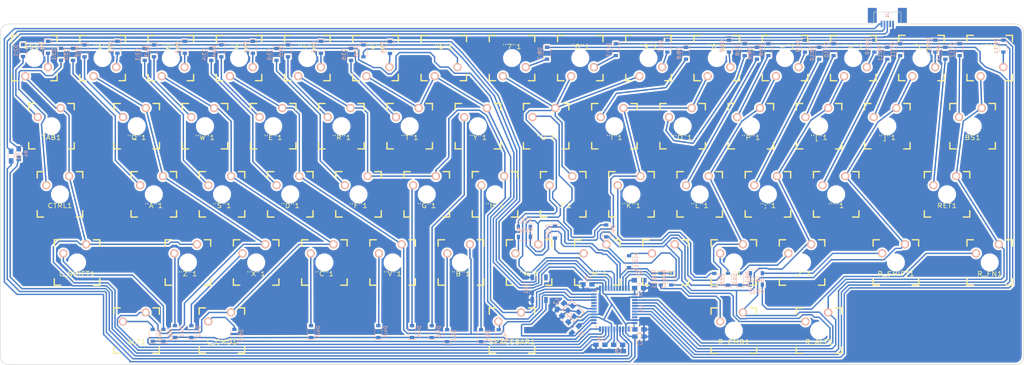
<source format=kicad_pcb>
(kicad_pcb (version 4) (host pcbnew 4.0.6-e0-6349~53~ubuntu16.04.1)
  (layers (0 F.Cu signal hide) (31 B.Cu signal) (34 B.Paste user hide) (35 F.Paste user hide) (36 B.SilkS user hide) (37 F.SilkS user hide) (38 B.Mask user hide) (39 F.Mask user hide) (44 Edge.Cuts user))
  (net 0 "")
  (net 1 /COL12)
  (net 2 /COL11)
  (net 3 /COL2)
  (net 4 "Net-(\"1\"1-Pad2)")
  (net 5 /COL3)
  (net 6 "Net-(\"2\"1-Pad2)")
  (net 7 /COL4)
  (net 8 "Net-(\"3\"1-Pad2)")
  (net 9 /COL5)
  (net 10 "Net-(\"4\"1-Pad2)")
  (net 11 "Net-(\"5\"1-Pad2)")
  (net 12 /COL7)
  (net 13 "Net-(\"6\"1-Pad2)")
  (net 14 /COL8)
  (net 15 "Net-(\"7\"1-Pad2)")
  (net 16 /COL9)
  (net 17 "Net-(\"8\"1-Pad2)")
  (net 18 /COL10)
  (net 19 "Net-(\"9\"1-Pad2)")
  (net 20 "Net-(\"A\"1-Pad2)")
  (net 21 "Net-(\"B\"1-Pad2)")
  (net 22 "Net-(\"C\"1-Pad2)")
  (net 23 "Net-(\"D\"1-Pad2)")
  (net 24 "Net-(\"E\"1-Pad2)")
  (net 25 "Net-(\"F\"1-Pad2)")
  (net 26 "Net-(\"G\"1-Pad2)")
  (net 27 "Net-(\"H\"1-Pad2)")
  (net 28 "Net-(\"I\"1-Pad2)")
  (net 29 "Net-(\"J\"1-Pad2)")
  (net 30 "Net-(\"N\"1-Pad2)")
  (net 31 "Net-(\"Q\"1-Pad2)")
  (net 32 "Net-(\"R\"1-Pad2)")
  (net 33 "Net-(\"S\"1-Pad2)")
  (net 34 "Net-(\"T\"1-Pad2)")
  (net 35 "Net-(\"U\"1-Pad2)")
  (net 36 "Net-(\"V\"1-Pad2)")
  (net 37 "Net-(\"W\"1-Pad2)")
  (net 38 "Net-(\"X\"1-Pad2)")
  (net 39 "Net-(\"Y\"1-Pad2)")
  (net 40 "Net-(\"Z\"1-Pad2)")
  (net 41 "Net-(ALT1-Pad2)")
  (net 42 "Net-(C1-Pad1)")
  (net 43 GND)
  (net 44 "Net-(C2-Pad1)")
  (net 45 VCC)
  (net 46 "Net-(C8-Pad1)")
  (net 47 "Net-(CTRL1-Pad2)")
  (net 48 /ROW1)
  (net 49 "Net-(D1:1-Pad2)")
  (net 50 "Net-(D2:1-Pad2)")
  (net 51 /ROW3)
  (net 52 /ROW4)
  (net 53 /ROW5)
  (net 54 "Net-(D5:6-Pad2)")
  (net 55 /COL1)
  (net 56 "Net-(J1-Pad2)")
  (net 57 "Net-(J1-Pad3)")
  (net 58 "Net-(J1-Pad4)")
  (net 59 "Net-(J1-Pad6)")
  (net 60 "Net-(R1-Pad1)")
  (net 61 "Net-(R2-Pad2)")
  (net 62 "Net-(U1-Pad1)")
  (net 63 "Net-(U1-Pad42)")
  (net 64 /ROW2)
  (net 65 /COL6)
  (net 66 "Net-(\"'\"1-Pad2)")
  (net 67 "Net-(\",\"1-Pad2)")
  (net 68 "Net-(\"-\"1-Pad2)")
  (net 69 "Net-(\".\"1-Pad2)")
  (net 70 "Net-(\"/\"1-Pad2)")
  (net 71 "Net-(\"0\"1-Pad2)")
  (net 72 "Net-(\";\"1-Pad2)")
  (net 73 "Net-(\"=\"1-Pad2)")
  (net 74 "Net-(\"K\"1-Pad2)")
  (net 75 "Net-(\"L\"1-Pad2)")
  (net 76 "Net-(\"M\"1-Pad2)")
  (net 77 "Net-(\"O\"1-Pad2)")
  (net 78 "Net-(\"P\"1-Pad2)")
  (net 79 "Net-(\"[\"1-Pad2)")
  (net 80 "Net-(\"\\\"1-Pad2)")
  (net 81 "Net-(\"]\"1-Pad2)")
  (net 82 "Net-(\"`\"1-Pad2)")
  (net 83 "Net-(BS1-Pad2)")
  (net 84 /ROW8)
  (net 85 /ROW7)
  (net 86 /ROW6)
  (net 87 /ROW9)
  (net 88 /ROW10)
  (net 89 "Net-(U1-Pad18)")
  (net 90 "Net-(U1-Pad19)")
  (net 91 "Net-(D5:1-Pad2)")
  (net 92 "Net-(D5:3-Pad2)")
  (net 93 "Net-(D10:11-Pad2)")
  (net 94 "Net-(D10:12-Pad2)")
  (net 95 "Net-(D8:12-Pad2)")
  (net 96 "Net-(D9:11-Pad2)")
  (net 97 "Net-(D9:12-Pad2)")
  (net 98 /D+)
  (net 99 /D-)
  (module Diodes_SMD:D_SOD-123 (layer B.Cu) (at 200.6 93.55 90)
    (fp_text reference D10:10 (at 0 2 90) (layer B.SilkS) (effects (justify mirror)))
    (fp_text value D)
    (pad 1 smd rect (at -1.65 0 90) (size 0.9 1.2) (layers B.Cu B.Paste B.Mask) (net 88 /ROW10))
    (pad 2 smd rect (at 1.65 0 90) (size 0.9 1.2) (layers B.Cu B.Paste B.Mask) (net 67 "Net-(\",\"1-Pad2)"))
  )
  (module TheKeebrary:MX_Plate_100H (layer F.Cu) (at 163.15625 74.7375)
    (fp_text reference "\"H\"1" (at 0 3.175) (layer F.SilkS) (effects (font (size 1.27 1.524) (thickness 0.2032))))
    (fp_text value KEYSW hide)
    (pad 1 thru_hole circle (at 2.54 -5.08) (size 2.286 2.286) (drill 1.4986) (layers *.Cu *.SilkS *.Mask) (net 9 /COL5))
    (pad 2 thru_hole circle (at -3.81 -2.54) (size 2.286 2.286) (drill 1.4986) (layers *.Cu *.SilkS *.Mask) (net 27 "Net-(\"H\"1-Pad2)"))
    (pad HOLE np_thru_hole circle (at 0 0) (size 3.9878 3.9878) (drill 3.9878) (layers *.Cu))
  )
  (module TheKeebrary:MX_Plate_100H (layer F.Cu) (at 191.73125 93.7875)
    (fp_text reference "\"M\"1" (at 0 3.175) (layer F.SilkS) (effects (font (size 1.27 1.524) (thickness 0.2032))))
    (fp_text value KEYSW hide)
    (pad 1 thru_hole circle (at 2.54 -5.08) (size 2.286 2.286) (drill 1.4986) (layers *.Cu *.SilkS *.Mask) (net 16 /COL9))
    (pad 2 thru_hole circle (at -3.81 -2.54) (size 2.286 2.286) (drill 1.4986) (layers *.Cu *.SilkS *.Mask) (net 76 "Net-(\"M\"1-Pad2)"))
    (pad HOLE np_thru_hole circle (at 0 0) (size 3.9878 3.9878) (drill 3.9878) (layers *.Cu))
  )
  (module TheKeebrary:MX_Plate_100H (layer F.Cu) (at 158.39375 55.6875)
    (fp_text reference "\"Y\"1" (at 0 3.175) (layer F.SilkS) (effects (font (size 1.27 1.524) (thickness 0.2032))))
    (fp_text value KEYSW hide)
    (pad 1 thru_hole circle (at 2.54 -5.08) (size 2.286 2.286) (drill 1.4986) (layers *.Cu *.SilkS *.Mask) (net 65 /COL6))
    (pad 2 thru_hole circle (at -3.81 -2.54) (size 2.286 2.286) (drill 1.4986) (layers *.Cu *.SilkS *.Mask) (net 39 "Net-(\"Y\"1-Pad2)"))
    (pad HOLE np_thru_hole circle (at 0 0) (size 3.9878 3.9878) (drill 3.9878) (layers *.Cu))
  )
  (module TheKeebrary:MX_Plate_150H (layer F.Cu) (at 86.915625 112.8375)
    (fp_text reference L_CMD1 (at 0 3.175) (layer F.SilkS) (effects (font (size 1.27 1.524) (thickness 0.2032))))
    (fp_text value KEYSW hide)
    (pad 1 thru_hole circle (at 2.54 -5.08) (size 2.286 2.286) (drill 1.4986) (layers *.Cu *.SilkS *.Mask) (net 5 /COL3))
    (pad 2 thru_hole circle (at -3.81 -2.54) (size 2.286 2.286) (drill 1.4986) (layers *.Cu *.SilkS *.Mask) (net 92 "Net-(D5:3-Pad2)"))
    (pad HOLE np_thru_hole circle (at 0 0) (size 3.9878 3.9878) (drill 3.9878) (layers *.Cu))
  )
  (module Capacitors_SMD:C_0805_HandSoldering (layer B.Cu) (at 197.550001 116.8)
    (fp_text reference C8 (at 0 1.75) (layer B.SilkS) (effects (justify mirror)))
    (fp_text value 1u)
    (pad 1 smd rect (at -1.25 0) (size 1.5 1.25) (layers B.Cu B.Paste B.Mask) (net 46 "Net-(C8-Pad1)"))
    (pad 2 smd rect (at 1.25 0) (size 1.5 1.25) (layers B.Cu B.Paste B.Mask) (net 43 GND))
  )
  (module TheKeebrary:MX_Plate_100H (layer F.Cu) (at 77.43125 93.7875)
    (fp_text reference "\"Z\"1" (at 0 3.175) (layer F.SilkS) (effects (font (size 1.27 1.524) (thickness 0.2032))))
    (fp_text value KEYSW hide)
    (pad 1 thru_hole circle (at 2.54 -5.08) (size 2.286 2.286) (drill 1.4986) (layers *.Cu *.SilkS *.Mask) (net 55 /COL1))
    (pad 2 thru_hole circle (at -3.81 -2.54) (size 2.286 2.286) (drill 1.4986) (layers *.Cu *.SilkS *.Mask) (net 40 "Net-(\"Z\"1-Pad2)"))
    (pad HOLE np_thru_hole circle (at 0 0) (size 3.9878 3.9878) (drill 3.9878) (layers *.Cu))
  )
  (module TheKeebrary:MX_Plate_100H (layer F.Cu) (at 153.63125 93.7875)
    (fp_text reference "\"B\"1" (at 0 3.175) (layer F.SilkS) (effects (font (size 1.27 1.524) (thickness 0.2032))))
    (fp_text value KEYSW hide)
    (pad 1 thru_hole circle (at 2.54 -5.08) (size 2.286 2.286) (drill 1.4986) (layers *.Cu *.SilkS *.Mask) (net 7 /COL4))
    (pad 2 thru_hole circle (at -3.81 -2.54) (size 2.286 2.286) (drill 1.4986) (layers *.Cu *.SilkS *.Mask) (net 21 "Net-(\"B\"1-Pad2)"))
    (pad HOLE np_thru_hole circle (at 0 0) (size 3.9878 3.9878) (drill 3.9878) (layers *.Cu))
  )
  (module TheKeebrary:MX_Plate_100H (layer F.Cu) (at 144.10625 74.7375)
    (fp_text reference "\"G\"1" (at 0 3.175) (layer F.SilkS) (effects (font (size 1.27 1.524) (thickness 0.2032))))
    (fp_text value KEYSW hide)
    (pad 1 thru_hole circle (at 2.54 -5.08) (size 2.286 2.286) (drill 1.4986) (layers *.Cu *.SilkS *.Mask) (net 9 /COL5))
    (pad 2 thru_hole circle (at -3.81 -2.54) (size 2.286 2.286) (drill 1.4986) (layers *.Cu *.SilkS *.Mask) (net 26 "Net-(\"G\"1-Pad2)"))
    (pad HOLE np_thru_hole circle (at 0 0) (size 3.9878 3.9878) (drill 3.9878) (layers *.Cu))
  )
  (module TheKeebrary:MX_Plate_600H_Stepped (layer F.Cu) (at 167.919075 112.8375)
    (fp_text reference SPACEBAR1 (at 0 3.175) (layer F.SilkS) (effects (font (size 1.27 1.524) (thickness 0.2032))))
    (fp_text value KEYSW hide)
    (pad 1 thru_hole circle (at 2.54 -5.08) (size 2.286 2.286) (drill 1.4986) (layers *.Cu *.SilkS *.Mask) (net 65 /COL6))
    (pad 2 thru_hole circle (at -3.81 -2.54) (size 2.286 2.286) (drill 1.4986) (layers *.Cu *.SilkS *.Mask) (net 54 "Net-(D5:6-Pad2)"))
    (pad HOLE np_thru_hole circle (at 0 0) (size 3.9878 3.9878) (drill 3.9878) (layers *.Cu))
  )
  (module keyboard_parts:USB_miniB_hirose_5ST_hand (layer B.Cu) (at 272.69375 27.1125)
    (fp_text reference J1 (at 0 -2.45 90) (layer B.SilkS) (effects (font (size 0.8128 0.8128) (thickness 0.2032)) (justify mirror)))
    (fp_text value USB_mini_micro_B hide)
    (pad 1 smd rect (at -1.6 0) (size 0.5 1.8) (layers B.Cu B.Paste B.Mask) (net 45 VCC))
    (pad 2 smd rect (at -0.8 0) (size 0.5 1.8) (layers B.Cu B.Paste B.Mask) (net 56 "Net-(J1-Pad2)"))
    (pad 3 smd rect (at 0 0) (size 0.5 1.8) (layers B.Cu B.Paste B.Mask) (net 57 "Net-(J1-Pad3)"))
    (pad 4 smd rect (at 0.8 0) (size 0.5 1.8) (layers B.Cu B.Paste B.Mask) (net 58 "Net-(J1-Pad4)"))
    (pad 5 smd rect (at 1.6 0) (size 0.5 1.8) (layers B.Cu B.Paste B.Mask) (net 43 GND))
    (pad 6 smd rect (at -4.2 -2.4) (size 2.5 4.2) (layers B.Cu B.Paste B.Mask) (net 59 "Net-(J1-Pad6)"))
    (pad 6 smd rect (at 4.2 -2.4) (size 2.5 4.2) (layers B.Cu B.Paste B.Mask) (net 59 "Net-(J1-Pad6)"))
  )
  (module TheKeebrary:MX_Plate_225H (layer F.Cu) (at 46.475 93.7875)
    (fp_text reference L_SHIFT1 (at 0 3.175) (layer F.SilkS) (effects (font (size 1.27 1.524) (thickness 0.2032))))
    (fp_text value KEYSW hide)
    (pad 1 thru_hole circle (at 2.54 -5.08) (size 2.286 2.286) (drill 1.4986) (layers *.Cu *.SilkS *.Mask) (net 55 /COL1))
    (pad 2 thru_hole circle (at -3.81 -2.54) (size 2.286 2.286) (drill 1.4986) (layers *.Cu *.SilkS *.Mask) (net 91 "Net-(D5:1-Pad2)"))
    (pad HOLE np_thru_hole circle (at 0 0) (size 3.9878 3.9878) (drill 3.9878) (layers *.Cu))
  )
  (module TheKeebrary:MX_Plate_100H (layer F.Cu) (at 134.58125 93.7875)
    (fp_text reference "\"V\"1" (at 0 3.175) (layer F.SilkS) (effects (font (size 1.27 1.524) (thickness 0.2032))))
    (fp_text value KEYSW hide)
    (pad 1 thru_hole circle (at 2.54 -5.08) (size 2.286 2.286) (drill 1.4986) (layers *.Cu *.SilkS *.Mask) (net 7 /COL4))
    (pad 2 thru_hole circle (at -3.81 -2.54) (size 2.286 2.286) (drill 1.4986) (layers *.Cu *.SilkS *.Mask) (net 36 "Net-(\"V\"1-Pad2)"))
    (pad HOLE np_thru_hole circle (at 0 0) (size 3.9878 3.9878) (drill 3.9878) (layers *.Cu))
  )
  (module Capacitors_SMD:C_0805_HandSoldering (layer B.Cu) (at 192.6 116.8 180)
    (fp_text reference C6 (at 0 1.75 180) (layer B.SilkS) (effects (justify mirror)))
    (fp_text value 0.1u)
    (pad 1 smd rect (at -1.25 0 180) (size 1.5 1.25) (layers B.Cu B.Paste B.Mask) (net 45 VCC))
    (pad 2 smd rect (at 1.25 0 180) (size 1.5 1.25) (layers B.Cu B.Paste B.Mask) (net 43 GND))
  )
  (module Diodes_SMD:D_SOD-123 (layer B.Cu) (at 149.8 114.25 90)
    (fp_text reference D5:4 (at 0 2 90) (layer B.SilkS) (effects (justify mirror)))
    (fp_text value D)
    (pad 1 smd rect (at -1.65 0 90) (size 0.9 1.2) (layers B.Cu B.Paste B.Mask) (net 53 /ROW5))
    (pad 2 smd rect (at 1.65 0 90) (size 0.9 1.2) (layers B.Cu B.Paste B.Mask) (net 21 "Net-(\"B\"1-Pad2)"))
  )
  (module TheKeebrary:MX_Plate_100H (layer F.Cu) (at 244.11875 36.6375 180)
    (fp_text reference "\"-\"1" (at 0 3.175 180) (layer F.SilkS) (effects (font (size 1.27 1.524) (thickness 0.2032))))
    (fp_text value KEYSW hide)
    (pad 1 thru_hole circle (at 2.54 -5.08 180) (size 2.286 2.286) (drill 1.4986) (layers *.Cu *.SilkS *.Mask) (net 16 /COL9))
    (pad 2 thru_hole circle (at -3.81 -2.54 180) (size 2.286 2.286) (drill 1.4986) (layers *.Cu *.SilkS *.Mask) (net 68 "Net-(\"-\"1-Pad2)"))
    (pad HOLE np_thru_hole circle (at 0 0 180) (size 3.9878 3.9878) (drill 3.9878) (layers *.Cu))
  )
  (module TheKeebrary:MX_Plate_100H (layer F.Cu) (at 301.26875 36.6375 180)
    (fp_text reference "\"`\"1" (at 0 3.175 180) (layer F.SilkS) (effects (font (size 1.27 1.524) (thickness 0.2032))))
    (fp_text value KEYSW hide)
    (pad 1 thru_hole circle (at 2.54 -5.08 180) (size 2.286 2.286) (drill 1.4986) (layers *.Cu *.SilkS *.Mask) (net 1 /COL12))
    (pad 2 thru_hole circle (at -3.81 -2.54 180) (size 2.286 2.286) (drill 1.4986) (layers *.Cu *.SilkS *.Mask) (net 82 "Net-(\"`\"1-Pad2)"))
    (pad HOLE np_thru_hole circle (at 0 0 180) (size 3.9878 3.9878) (drill 3.9878) (layers *.Cu))
  )
  (module TheKeebrary:MX_Plate_100H (layer F.Cu) (at 172.68125 93.7875)
    (fp_text reference "\"N\"1" (at 0 3.175) (layer F.SilkS) (effects (font (size 1.27 1.524) (thickness 0.2032))))
    (fp_text value KEYSW hide)
    (pad 1 thru_hole circle (at 2.54 -5.08) (size 2.286 2.286) (drill 1.4986) (layers *.Cu *.SilkS *.Mask) (net 14 /COL8))
    (pad 2 thru_hole circle (at -3.81 -2.54) (size 2.286 2.286) (drill 1.4986) (layers *.Cu *.SilkS *.Mask) (net 30 "Net-(\"N\"1-Pad2)"))
    (pad HOLE np_thru_hole circle (at 0 0) (size 3.9878 3.9878) (drill 3.9878) (layers *.Cu))
  )
  (module Housings_QFP:TQFP-44_10x10mm_Pitch0.8mm (layer B.Cu) (at 196.477344 106.70625 90)
    (fp_text reference U1 (at 0 7.45 90) (layer B.SilkS) (effects (justify mirror)))
    (fp_text value ATMEGA32U4)
    (pad 1 smd rect (at -5.7 4 90) (size 1.5 0.55) (layers B.Cu B.Paste B.Mask) (net 62 "Net-(U1-Pad1)"))
    (pad 2 smd rect (at -5.7 3.2 90) (size 1.5 0.55) (layers B.Cu B.Paste B.Mask) (net 45 VCC))
    (pad 3 smd rect (at -5.7 2.4 90) (size 1.5 0.55) (layers B.Cu B.Paste B.Mask) (net 99 /D-))
    (pad 4 smd rect (at -5.7 1.6 90) (size 1.5 0.55) (layers B.Cu B.Paste B.Mask) (net 98 /D+))
    (pad 5 smd rect (at -5.7 0.8 90) (size 1.5 0.55) (layers B.Cu B.Paste B.Mask) (net 43 GND))
    (pad 6 smd rect (at -5.7 0 90) (size 1.5 0.55) (layers B.Cu B.Paste B.Mask) (net 46 "Net-(C8-Pad1)"))
    (pad 7 smd rect (at -5.7 -0.8 90) (size 1.5 0.55) (layers B.Cu B.Paste B.Mask) (net 45 VCC))
    (pad 8 smd rect (at -5.7 -1.6 90) (size 1.5 0.55) (layers B.Cu B.Paste B.Mask) (net 55 /COL1))
    (pad 9 smd rect (at -5.7 -2.4 90) (size 1.5 0.55) (layers B.Cu B.Paste B.Mask) (net 3 /COL2))
    (pad 10 smd rect (at -5.7 -3.2 90) (size 1.5 0.55) (layers B.Cu B.Paste B.Mask) (net 5 /COL3))
    (pad 11 smd rect (at -5.7 -4 90) (size 1.5 0.55) (layers B.Cu B.Paste B.Mask) (net 53 /ROW5))
    (pad 12 smd rect (at -4 -5.7) (size 1.5 0.55) (layers B.Cu B.Paste B.Mask) (net 52 /ROW4))
    (pad 13 smd rect (at -3.2 -5.7) (size 1.5 0.55) (layers B.Cu B.Paste B.Mask) (net 60 "Net-(R1-Pad1)"))
    (pad 14 smd rect (at -2.4 -5.7) (size 1.5 0.55) (layers B.Cu B.Paste B.Mask) (net 45 VCC))
    (pad 15 smd rect (at -1.6 -5.7) (size 1.5 0.55) (layers B.Cu B.Paste B.Mask) (net 43 GND))
    (pad 16 smd rect (at -0.8 -5.7) (size 1.5 0.55) (layers B.Cu B.Paste B.Mask) (net 42 "Net-(C1-Pad1)"))
    (pad 17 smd rect (at 0 -5.7) (size 1.5 0.55) (layers B.Cu B.Paste B.Mask) (net 44 "Net-(C2-Pad1)"))
    (pad 18 smd rect (at 0.8 -5.7) (size 1.5 0.55) (layers B.Cu B.Paste B.Mask) (net 89 "Net-(U1-Pad18)"))
    (pad 19 smd rect (at 1.6 -5.7) (size 1.5 0.55) (layers B.Cu B.Paste B.Mask) (net 90 "Net-(U1-Pad19)"))
    (pad 20 smd rect (at 2.4 -5.7) (size 1.5 0.55) (layers B.Cu B.Paste B.Mask) (net 7 /COL4))
    (pad 21 smd rect (at 3.2 -5.7) (size 1.5 0.55) (layers B.Cu B.Paste B.Mask) (net 9 /COL5))
    (pad 22 smd rect (at 4 -5.7) (size 1.5 0.55) (layers B.Cu B.Paste B.Mask) (net 65 /COL6))
    (pad 23 smd rect (at 5.7 -4 90) (size 1.5 0.55) (layers B.Cu B.Paste B.Mask) (net 43 GND))
    (pad 24 smd rect (at 5.7 -3.2 90) (size 1.5 0.55) (layers B.Cu B.Paste B.Mask) (net 45 VCC))
    (pad 25 smd rect (at 5.7 -2.4 90) (size 1.5 0.55) (layers B.Cu B.Paste B.Mask) (net 51 /ROW3))
    (pad 26 smd rect (at 5.7 -1.6 90) (size 1.5 0.55) (layers B.Cu B.Paste B.Mask) (net 64 /ROW2))
    (pad 27 smd rect (at 5.7 -0.8 90) (size 1.5 0.55) (layers B.Cu B.Paste B.Mask) (net 48 /ROW1))
    (pad 28 smd rect (at 5.7 0 90) (size 1.5 0.55) (layers B.Cu B.Paste B.Mask) (net 12 /COL7))
    (pad 29 smd rect (at 5.7 0.8 90) (size 1.5 0.55) (layers B.Cu B.Paste B.Mask) (net 14 /COL8))
    (pad 30 smd rect (at 5.7 1.6 90) (size 1.5 0.55) (layers B.Cu B.Paste B.Mask) (net 88 /ROW10))
    (pad 31 smd rect (at 5.7 2.4 90) (size 1.5 0.55) (layers B.Cu B.Paste B.Mask) (net 16 /COL9))
    (pad 32 smd rect (at 5.7 3.2 90) (size 1.5 0.55) (layers B.Cu B.Paste B.Mask) (net 87 /ROW9))
    (pad 33 smd rect (at 5.7 4 90) (size 1.5 0.55) (layers B.Cu B.Paste B.Mask) (net 61 "Net-(R2-Pad2)"))
    (pad 34 smd rect (at 4 5.7) (size 1.5 0.55) (layers B.Cu B.Paste B.Mask) (net 45 VCC))
    (pad 35 smd rect (at 3.2 5.7) (size 1.5 0.55) (layers B.Cu B.Paste B.Mask) (net 43 GND))
    (pad 36 smd rect (at 2.4 5.7) (size 1.5 0.55) (layers B.Cu B.Paste B.Mask) (net 18 /COL10))
    (pad 37 smd rect (at 1.6 5.7) (size 1.5 0.55) (layers B.Cu B.Paste B.Mask) (net 2 /COL11))
    (pad 38 smd rect (at 0.8 5.7) (size 1.5 0.55) (layers B.Cu B.Paste B.Mask) (net 1 /COL12))
    (pad 39 smd rect (at 0 5.7) (size 1.5 0.55) (layers B.Cu B.Paste B.Mask) (net 84 /ROW8))
    (pad 40 smd rect (at -0.8 5.7) (size 1.5 0.55) (layers B.Cu B.Paste B.Mask) (net 85 /ROW7))
    (pad 41 smd rect (at -1.6 5.7) (size 1.5 0.55) (layers B.Cu B.Paste B.Mask) (net 86 /ROW6))
    (pad 42 smd rect (at -2.4 5.7) (size 1.5 0.55) (layers B.Cu B.Paste B.Mask) (net 63 "Net-(U1-Pad42)"))
    (pad 43 smd rect (at -3.2 5.7) (size 1.5 0.55) (layers B.Cu B.Paste B.Mask) (net 43 GND))
    (pad 44 smd rect (at -4 5.7) (size 1.5 0.55) (layers B.Cu B.Paste B.Mask) (net 45 VCC))
  )
  (module TheKeebrary:MX_Plate_100H (layer F.Cu) (at 282.21875 36.6375 180)
    (fp_text reference "\"\\\"1" (at 0 3.175 180) (layer F.SilkS) (effects (font (size 1.27 1.524) (thickness 0.2032))))
    (fp_text value KEYSW hide)
    (pad 1 thru_hole circle (at 2.54 -5.08 180) (size 2.286 2.286) (drill 1.4986) (layers *.Cu *.SilkS *.Mask) (net 2 /COL11))
    (pad 2 thru_hole circle (at -3.81 -2.54 180) (size 2.286 2.286) (drill 1.4986) (layers *.Cu *.SilkS *.Mask) (net 80 "Net-(\"\\\"1-Pad2)"))
    (pad HOLE np_thru_hole circle (at 0 0 180) (size 3.9878 3.9878) (drill 3.9878) (layers *.Cu))
  )
  (module TheKeebrary:MX_Plate_100H (layer F.Cu) (at 229.83125 93.7875)
    (fp_text reference "\".\"1" (at 0 3.175) (layer F.SilkS) (effects (font (size 1.27 1.524) (thickness 0.2032))))
    (fp_text value KEYSW hide)
    (pad 1 thru_hole circle (at 2.54 -5.08) (size 2.286 2.286) (drill 1.4986) (layers *.Cu *.SilkS *.Mask) (net 16 /COL9))
    (pad 2 thru_hole circle (at -3.81 -2.54) (size 2.286 2.286) (drill 1.4986) (layers *.Cu *.SilkS *.Mask) (net 69 "Net-(\".\"1-Pad2)"))
    (pad HOLE np_thru_hole circle (at 0 0) (size 3.9878 3.9878) (drill 3.9878) (layers *.Cu))
  )
  (module Diodes_SMD:D_SOD-123 (layer B.Cu) (at 78.4 113.1 90)
    (fp_text reference D4:2 (at 0 2 90) (layer B.SilkS) (effects (justify mirror)))
    (fp_text value D)
    (pad 1 smd rect (at -1.65 0 90) (size 0.9 1.2) (layers B.Cu B.Paste B.Mask) (net 52 /ROW4))
    (pad 2 smd rect (at 1.65 0 90) (size 0.9 1.2) (layers B.Cu B.Paste B.Mask) (net 38 "Net-(\"X\"1-Pad2)"))
  )
  (module Diodes_SMD:D_SOD-123 (layer B.Cu) (at 73.8 113.1 90)
    (fp_text reference D4:1 (at 0 2 90) (layer B.SilkS) (effects (justify mirror)))
    (fp_text value D)
    (pad 1 smd rect (at -1.65 0 90) (size 0.9 1.2) (layers B.Cu B.Paste B.Mask) (net 52 /ROW4))
    (pad 2 smd rect (at 1.65 0 90) (size 0.9 1.2) (layers B.Cu B.Paste B.Mask) (net 40 "Net-(\"Z\"1-Pad2)"))
  )
  (module TheKeebrary:MX_Plate_100H (layer F.Cu) (at 125.05625 74.7375)
    (fp_text reference "\"F\"1" (at 0 3.175) (layer F.SilkS) (effects (font (size 1.27 1.524) (thickness 0.2032))))
    (fp_text value KEYSW hide)
    (pad 1 thru_hole circle (at 2.54 -5.08) (size 2.286 2.286) (drill 1.4986) (layers *.Cu *.SilkS *.Mask) (net 9 /COL5))
    (pad 2 thru_hole circle (at -3.81 -2.54) (size 2.286 2.286) (drill 1.4986) (layers *.Cu *.SilkS *.Mask) (net 25 "Net-(\"F\"1-Pad2)"))
    (pad HOLE np_thru_hole circle (at 0 0) (size 3.9878 3.9878) (drill 3.9878) (layers *.Cu))
  )
  (module TheKeebrary:MX_Plate_100H (layer F.Cu) (at 225.06875 36.6375 180)
    (fp_text reference "\"0\"1" (at 0 3.175 180) (layer F.SilkS) (effects (font (size 1.27 1.524) (thickness 0.2032))))
    (fp_text value KEYSW hide)
    (pad 1 thru_hole circle (at 2.54 -5.08 180) (size 2.286 2.286) (drill 1.4986) (layers *.Cu *.SilkS *.Mask) (net 14 /COL8))
    (pad 2 thru_hole circle (at -3.81 -2.54 180) (size 2.286 2.286) (drill 1.4986) (layers *.Cu *.SilkS *.Mask) (net 71 "Net-(\"0\"1-Pad2)"))
    (pad HOLE np_thru_hole circle (at 0 0 180) (size 3.9878 3.9878) (drill 3.9878) (layers *.Cu))
  )
  (module Buttons_Switches_SMD:SW_SPST_TL3342 (layer B.Cu) (at 175.477344 101.10625 270)
    (fp_text reference SW1 (at 0 3.75 270) (layer B.SilkS) (effects (justify mirror)))
    (fp_text value SW_PUSH)
    (pad 1 smd rect (at -3.15 1.9 270) (size 1.7 1) (layers B.Cu B.Paste B.Mask) (net 43 GND))
    (pad 1 smd rect (at 3.15 1.9 270) (size 1.7 1) (layers B.Cu B.Paste B.Mask) (net 43 GND))
    (pad 2 smd rect (at -3.15 -1.9 270) (size 1.7 1) (layers B.Cu B.Paste B.Mask) (net 60 "Net-(R1-Pad1)"))
    (pad 2 smd rect (at 3.15 -1.9 270) (size 1.7 1) (layers B.Cu B.Paste B.Mask) (net 60 "Net-(R1-Pad1)"))
  )
  (module TheKeebrary:MX_Plate_175H (layer F.Cu) (at 41.7125 74.737501)
    (fp_text reference CTRL1 (at 0 3.175) (layer F.SilkS) (effects (font (size 1.27 1.524) (thickness 0.2032))))
    (fp_text value KEYSW hide)
    (pad 1 thru_hole circle (at 2.54 -5.08) (size 2.286 2.286) (drill 1.4986) (layers *.Cu *.SilkS *.Mask) (net 55 /COL1))
    (pad 2 thru_hole circle (at -3.81 -2.54) (size 2.286 2.286) (drill 1.4986) (layers *.Cu *.SilkS *.Mask) (net 47 "Net-(CTRL1-Pad2)"))
    (pad HOLE np_thru_hole circle (at 0 0) (size 3.9878 3.9878) (drill 3.9878) (layers *.Cu))
  )
  (module Capacitors_SMD:C_0805_HandSoldering (layer B.Cu) (at 182.7375 109.60625 135)
    (fp_text reference C1 (at 0 1.75 135) (layer B.SilkS) (effects (justify mirror)))
    (fp_text value 22p)
    (pad 1 smd rect (at -1.25 0 135) (size 1.5 1.25) (layers B.Cu B.Paste B.Mask) (net 42 "Net-(C1-Pad1)"))
    (pad 2 smd rect (at 1.25 0 135) (size 1.5 1.25) (layers B.Cu B.Paste B.Mask) (net 43 GND))
  )
  (module keyboard_parts:FA-238 (layer B.Cu) (at 185.0375 107.40625 135)
    (fp_text reference X1 hide)
    (fp_text value XTAL_GND hide)
    (pad 3 smd rect (at -1.1 0.8 135) (size 1.4 1.2) (drill (offset -0.1 0.05)) (layers B.Cu B.Paste B.Mask) (net 43 GND) (clearance 0.2))
    (pad 2 smd rect (at 1.1 0.8 135) (size 1.4 1.2) (drill (offset 0.1 0.05)) (layers B.Cu B.Paste B.Mask) (net 44 "Net-(C2-Pad1)") (clearance 0.2))
    (pad 1 smd rect (at -1.1 -0.8 135) (size 1.4 1.2) (drill (offset -0.1 -0.05)) (layers B.Cu B.Paste B.Mask) (net 42 "Net-(C1-Pad1)") (clearance 0.2))
    (pad 3 smd rect (at 1.1 -0.8 135) (size 1.4 1.2) (drill (offset 0.1 -0.05)) (layers B.Cu B.Paste B.Mask) (net 43 GND) (clearance 0.2))
  )
  (module TheKeebrary:MX_Plate_150H (layer F.Cu) (at 229.83125 112.8375)
    (fp_text reference R_CMD1 (at 0 3.175) (layer F.SilkS) (effects (font (size 1.27 1.524) (thickness 0.2032))))
    (fp_text value KEYSW hide)
    (pad 1 thru_hole circle (at 2.54 -5.08) (size 2.286 2.286) (drill 1.4986) (layers *.Cu *.SilkS *.Mask) (net 2 /COL11))
    (pad 2 thru_hole circle (at -3.81 -2.54) (size 2.286 2.286) (drill 1.4986) (layers *.Cu *.SilkS *.Mask) (net 93 "Net-(D10:11-Pad2)"))
    (pad HOLE np_thru_hole circle (at 0 0) (size 3.9878 3.9878) (drill 3.9878) (layers *.Cu))
  )
  (module TheKeebrary:MX_Plate_100H (layer F.Cu) (at 148.86875 36.6375 180)
    (fp_text reference "\"6\"1" (at 0 3.175 180) (layer F.SilkS) (effects (font (size 1.27 1.524) (thickness 0.2032))))
    (fp_text value KEYSW hide)
    (pad 1 thru_hole circle (at 2.54 -5.08 180) (size 2.286 2.286) (drill 1.4986) (layers *.Cu *.SilkS *.Mask) (net 65 /COL6))
    (pad 2 thru_hole circle (at -3.81 -2.54 180) (size 2.286 2.286) (drill 1.4986) (layers *.Cu *.SilkS *.Mask) (net 13 "Net-(\"6\"1-Pad2)"))
    (pad HOLE np_thru_hole circle (at 0 0 180) (size 3.9878 3.9878) (drill 3.9878) (layers *.Cu))
  )
  (module Diodes_SMD:D_SOD-123 (layer B.Cu) (at 133.8375 33.70625 270)
    (fp_text reference D1:6 (at 0 2 270) (layer B.SilkS) (effects (justify mirror)))
    (fp_text value D)
    (pad 1 smd rect (at -1.65 0 270) (size 0.9 1.2) (layers B.Cu B.Paste B.Mask) (net 48 /ROW1))
    (pad 2 smd rect (at 1.65 0 270) (size 0.9 1.2) (layers B.Cu B.Paste B.Mask) (net 11 "Net-(\"5\"1-Pad2)"))
  )
  (module TheKeebrary:MX_Plate_100H (layer F.Cu) (at 110.76875 36.6375 180)
    (fp_text reference "\"4\"1" (at 0 3.175 180) (layer F.SilkS) (effects (font (size 1.27 1.524) (thickness 0.2032))))
    (fp_text value KEYSW hide)
    (pad 1 thru_hole circle (at 2.54 -5.08 180) (size 2.286 2.286) (drill 1.4986) (layers *.Cu *.SilkS *.Mask) (net 9 /COL5))
    (pad 2 thru_hole circle (at -3.81 -2.54 180) (size 2.286 2.286) (drill 1.4986) (layers *.Cu *.SilkS *.Mask) (net 10 "Net-(\"4\"1-Pad2)"))
    (pad HOLE np_thru_hole circle (at 0 0 180) (size 3.9878 3.9878) (drill 3.9878) (layers *.Cu))
  )
  (module Diodes_SMD:D_SOD-123 (layer B.Cu) (at 114.5625 33.63125 270)
    (fp_text reference D1:5 (at 0 2 270) (layer B.SilkS) (effects (justify mirror)))
    (fp_text value D)
    (pad 1 smd rect (at -1.65 0 270) (size 0.9 1.2) (layers B.Cu B.Paste B.Mask) (net 48 /ROW1))
    (pad 2 smd rect (at 1.65 0 270) (size 0.9 1.2) (layers B.Cu B.Paste B.Mask) (net 10 "Net-(\"4\"1-Pad2)"))
  )
  (module TheKeebrary:MX_Plate_100H (layer F.Cu) (at 53.61875 36.6375 180)
    (fp_text reference "\"1\"1" (at 0 3.175 180) (layer F.SilkS) (effects (font (size 1.27 1.524) (thickness 0.2032))))
    (fp_text value KEYSW hide)
    (pad 1 thru_hole circle (at 2.54 -5.08 180) (size 2.286 2.286) (drill 1.4986) (layers *.Cu *.SilkS *.Mask) (net 3 /COL2))
    (pad 2 thru_hole circle (at -3.81 -2.54 180) (size 2.286 2.286) (drill 1.4986) (layers *.Cu *.SilkS *.Mask) (net 4 "Net-(\"1\"1-Pad2)"))
    (pad HOLE np_thru_hole circle (at 0 0 180) (size 3.9878 3.9878) (drill 3.9878) (layers *.Cu))
  )
  (module TheKeebrary:MX_Plate_100H (layer F.Cu) (at 182.20625 74.7375)
    (fp_text reference "\"J\"1" (at 0 3.175) (layer F.SilkS) (effects (font (size 1.27 1.524) (thickness 0.2032))))
    (fp_text value KEYSW hide)
    (pad 1 thru_hole circle (at 2.54 -5.08) (size 2.286 2.286) (drill 1.4986) (layers *.Cu *.SilkS *.Mask) (net 12 /COL7))
    (pad 2 thru_hole circle (at -3.81 -2.54) (size 2.286 2.286) (drill 1.4986) (layers *.Cu *.SilkS *.Mask) (net 29 "Net-(\"J\"1-Pad2)"))
    (pad HOLE np_thru_hole circle (at 0 0) (size 3.9878 3.9878) (drill 3.9878) (layers *.Cu))
  )
  (module TheKeebrary:MX_Plate_100H (layer F.Cu) (at 234.59375 55.6875)
    (fp_text reference "\"P\"1" (at 0 3.175) (layer F.SilkS) (effects (font (size 1.27 1.524) (thickness 0.2032))))
    (fp_text value KEYSW hide)
    (pad 1 thru_hole circle (at 2.54 -5.08) (size 2.286 2.286) (drill 1.4986) (layers *.Cu *.SilkS *.Mask) (net 16 /COL9))
    (pad 2 thru_hole circle (at -3.81 -2.54) (size 2.286 2.286) (drill 1.4986) (layers *.Cu *.SilkS *.Mask) (net 78 "Net-(\"P\"1-Pad2)"))
    (pad HOLE np_thru_hole circle (at 0 0) (size 3.9878 3.9878) (drill 3.9878) (layers *.Cu))
  )
  (module TheKeebrary:MX_Plate_100H (layer F.Cu) (at 206.01875 36.6375 180)
    (fp_text reference "\"9\"1" (at 0 3.175 180) (layer F.SilkS) (effects (font (size 1.27 1.524) (thickness 0.2032))))
    (fp_text value KEYSW hide)
    (pad 1 thru_hole circle (at 2.54 -5.08 180) (size 2.286 2.286) (drill 1.4986) (layers *.Cu *.SilkS *.Mask) (net 12 /COL7))
    (pad 2 thru_hole circle (at -3.81 -2.54 180) (size 2.286 2.286) (drill 1.4986) (layers *.Cu *.SilkS *.Mask) (net 19 "Net-(\"9\"1-Pad2)"))
    (pad HOLE np_thru_hole circle (at 0 0 180) (size 3.9878 3.9878) (drill 3.9878) (layers *.Cu))
  )
  (module TheKeebrary:MX_Plate_100H (layer F.Cu) (at 186.96875 36.6375 180)
    (fp_text reference "\"8\"1" (at 0 3.175 180) (layer F.SilkS) (effects (font (size 1.27 1.524) (thickness 0.2032))))
    (fp_text value KEYSW hide)
    (pad 1 thru_hole circle (at 2.54 -5.08 180) (size 2.286 2.286) (drill 1.4986) (layers *.Cu *.SilkS *.Mask) (net 12 /COL7))
    (pad 2 thru_hole circle (at -3.81 -2.54 180) (size 2.286 2.286) (drill 1.4986) (layers *.Cu *.SilkS *.Mask) (net 17 "Net-(\"8\"1-Pad2)"))
    (pad HOLE np_thru_hole circle (at 0 0 180) (size 3.9878 3.9878) (drill 3.9878) (layers *.Cu))
  )
  (module TheKeebrary:MX_Plate_100H (layer F.Cu) (at 34.56875 36.6375 180)
    (fp_text reference ESC1 (at 0 3.175 180) (layer F.SilkS) (effects (font (size 1.27 1.524) (thickness 0.2032))))
    (fp_text value KEYSW hide)
    (pad 1 thru_hole circle (at 2.54 -5.08 180) (size 2.286 2.286) (drill 1.4986) (layers *.Cu *.SilkS *.Mask) (net 55 /COL1))
    (pad 2 thru_hole circle (at -3.81 -2.54 180) (size 2.286 2.286) (drill 1.4986) (layers *.Cu *.SilkS *.Mask) (net 49 "Net-(D1:1-Pad2)"))
    (pad HOLE np_thru_hole circle (at 0 0 180) (size 3.9878 3.9878) (drill 3.9878) (layers *.Cu))
  )
  (module TheKeebrary:MX_Plate_100H (layer F.Cu) (at 210.78125 93.7875)
    (fp_text reference "\",\"1" (at 0 3.175) (layer F.SilkS) (effects (font (size 1.27 1.524) (thickness 0.2032))))
    (fp_text value KEYSW hide)
    (pad 1 thru_hole circle (at 2.54 -5.08) (size 2.286 2.286) (drill 1.4986) (layers *.Cu *.SilkS *.Mask) (net 18 /COL10))
    (pad 2 thru_hole circle (at -3.81 -2.54) (size 2.286 2.286) (drill 1.4986) (layers *.Cu *.SilkS *.Mask) (net 67 "Net-(\",\"1-Pad2)"))
    (pad HOLE np_thru_hole circle (at 0 0) (size 3.9878 3.9878) (drill 3.9878) (layers *.Cu))
  )
  (module TheKeebrary:MX_Plate_100H (layer F.Cu) (at 258.40625 74.7375)
    (fp_text reference "\"'\"1" (at 0 3.175) (layer F.SilkS) (effects (font (size 1.27 1.524) (thickness 0.2032))))
    (fp_text value KEYSW hide)
    (pad 1 thru_hole circle (at 2.54 -5.08) (size 2.286 2.286) (drill 1.4986) (layers *.Cu *.SilkS *.Mask) (net 2 /COL11))
    (pad 2 thru_hole circle (at -3.81 -2.54) (size 2.286 2.286) (drill 1.4986) (layers *.Cu *.SilkS *.Mask) (net 66 "Net-(\"'\"1-Pad2)"))
    (pad HOLE np_thru_hole circle (at 0 0) (size 3.9878 3.9878) (drill 3.9878) (layers *.Cu))
  )
  (module TheKeebrary:MX_Plate_100H (layer F.Cu) (at 239.35625 74.7375)
    (fp_text reference "\";\"1" (at 0 3.175) (layer F.SilkS) (effects (font (size 1.27 1.524) (thickness 0.2032))))
    (fp_text value KEYSW hide)
    (pad 1 thru_hole circle (at 2.54 -5.08) (size 2.286 2.286) (drill 1.4986) (layers *.Cu *.SilkS *.Mask) (net 18 /COL10))
    (pad 2 thru_hole circle (at -3.81 -2.54) (size 2.286 2.286) (drill 1.4986) (layers *.Cu *.SilkS *.Mask) (net 72 "Net-(\";\"1-Pad2)"))
    (pad HOLE np_thru_hole circle (at 0 0) (size 3.9878 3.9878) (drill 3.9878) (layers *.Cu))
  )
  (module TheKeebrary:MX_Plate_100H (layer F.Cu) (at 263.16875 36.6375 180)
    (fp_text reference "\"=\"1" (at 0 3.175 180) (layer F.SilkS) (effects (font (size 1.27 1.524) (thickness 0.2032))))
    (fp_text value KEYSW hide)
    (pad 1 thru_hole circle (at 2.54 -5.08 180) (size 2.286 2.286) (drill 1.4986) (layers *.Cu *.SilkS *.Mask) (net 18 /COL10))
    (pad 2 thru_hole circle (at -3.81 -2.54 180) (size 2.286 2.286) (drill 1.4986) (layers *.Cu *.SilkS *.Mask) (net 73 "Net-(\"=\"1-Pad2)"))
    (pad HOLE np_thru_hole circle (at 0 0 180) (size 3.9878 3.9878) (drill 3.9878) (layers *.Cu))
  )
  (module TheKeebrary:MX_Plate_100H (layer F.Cu) (at 248.88125 93.7875)
    (fp_text reference "\"/\"1" (at 0 3.175) (layer F.SilkS) (effects (font (size 1.27 1.524) (thickness 0.2032))))
    (fp_text value KEYSW hide)
    (pad 1 thru_hole circle (at 2.54 -5.08) (size 2.286 2.286) (drill 1.4986) (layers *.Cu *.SilkS *.Mask) (net 18 /COL10))
    (pad 2 thru_hole circle (at -3.81 -2.54) (size 2.286 2.286) (drill 1.4986) (layers *.Cu *.SilkS *.Mask) (net 70 "Net-(\"/\"1-Pad2)"))
    (pad HOLE np_thru_hole circle (at 0 0) (size 3.9878 3.9878) (drill 3.9878) (layers *.Cu))
  )
  (module TheKeebrary:MX_Plate_100H (layer F.Cu) (at 201.25625 74.7375)
    (fp_text reference "\"K\"1" (at 0 3.175) (layer F.SilkS) (effects (font (size 1.27 1.524) (thickness 0.2032))))
    (fp_text value KEYSW hide)
    (pad 1 thru_hole circle (at 2.54 -5.08) (size 2.286 2.286) (drill 1.4986) (layers *.Cu *.SilkS *.Mask) (net 14 /COL8))
    (pad 2 thru_hole circle (at -3.81 -2.54) (size 2.286 2.286) (drill 1.4986) (layers *.Cu *.SilkS *.Mask) (net 74 "Net-(\"K\"1-Pad2)"))
    (pad HOLE np_thru_hole circle (at 0 0) (size 3.9878 3.9878) (drill 3.9878) (layers *.Cu))
  )
  (module TheKeebrary:MX_Plate_100H (layer F.Cu) (at 272.69375 55.6875)
    (fp_text reference "\"]\"1" (at 0 3.175) (layer F.SilkS) (effects (font (size 1.27 1.524) (thickness 0.2032))))
    (fp_text value KEYSW hide)
    (pad 1 thru_hole circle (at 2.54 -5.08) (size 2.286 2.286) (drill 1.4986) (layers *.Cu *.SilkS *.Mask) (net 2 /COL11))
    (pad 2 thru_hole circle (at -3.81 -2.54) (size 2.286 2.286) (drill 1.4986) (layers *.Cu *.SilkS *.Mask) (net 81 "Net-(\"]\"1-Pad2)"))
    (pad HOLE np_thru_hole circle (at 0 0) (size 3.9878 3.9878) (drill 3.9878) (layers *.Cu))
  )
  (module TheKeebrary:MX_Plate_175H (layer F.Cu) (at 275.075 93.7875)
    (fp_text reference R_SHIFT1 (at 0 3.175) (layer F.SilkS) (effects (font (size 1.27 1.524) (thickness 0.2032))))
    (fp_text value KEYSW hide)
    (pad 1 thru_hole circle (at 2.54 -5.08) (size 2.286 2.286) (drill 1.4986) (layers *.Cu *.SilkS *.Mask) (net 2 /COL11))
    (pad 2 thru_hole circle (at -3.81 -2.54) (size 2.286 2.286) (drill 1.4986) (layers *.Cu *.SilkS *.Mask) (net 96 "Net-(D9:11-Pad2)"))
    (pad HOLE np_thru_hole circle (at 0 0) (size 3.9878 3.9878) (drill 3.9878) (layers *.Cu))
  )
  (module TheKeebrary:MX_Plate_150H (layer F.Cu) (at 296.50625 55.6875)
    (fp_text reference BS1 (at 0 3.175) (layer F.SilkS) (effects (font (size 1.27 1.524) (thickness 0.2032))))
    (fp_text value KEYSW hide)
    (pad 1 thru_hole circle (at 2.54 -5.08) (size 2.286 2.286) (drill 1.4986) (layers *.Cu *.SilkS *.Mask) (net 1 /COL12))
    (pad 2 thru_hole circle (at -3.81 -2.54) (size 2.286 2.286) (drill 1.4986) (layers *.Cu *.SilkS *.Mask) (net 83 "Net-(BS1-Pad2)"))
    (pad HOLE np_thru_hole circle (at 0 0) (size 3.9878 3.9878) (drill 3.9878) (layers *.Cu))
  )
  (module Diodes_SMD:D_SOD-123 (layer B.Cu) (at 57.7625 33.63125 270)
    (fp_text reference D1:2 (at 0 2 270) (layer B.SilkS) (effects (justify mirror)))
    (fp_text value D)
    (pad 1 smd rect (at -1.65 0 270) (size 0.9 1.2) (layers B.Cu B.Paste B.Mask) (net 48 /ROW1))
    (pad 2 smd rect (at 1.65 0 270) (size 0.9 1.2) (layers B.Cu B.Paste B.Mask) (net 4 "Net-(\"1\"1-Pad2)"))
  )
  (module TheKeebrary:MX_Plate_100H (layer F.Cu) (at 253.64375 112.8375)
    (fp_text reference R_ALT1 (at 0 3.175) (layer F.SilkS) (effects (font (size 1.27 1.524) (thickness 0.2032))))
    (fp_text value KEYSW hide)
    (pad 1 thru_hole circle (at 2.54 -5.08) (size 2.286 2.286) (drill 1.4986) (layers *.Cu *.SilkS *.Mask) (net 1 /COL12))
    (pad 2 thru_hole circle (at -3.81 -2.54) (size 2.286 2.286) (drill 1.4986) (layers *.Cu *.SilkS *.Mask) (net 94 "Net-(D10:12-Pad2)"))
    (pad HOLE np_thru_hole circle (at 0 0) (size 3.9878 3.9878) (drill 3.9878) (layers *.Cu))
  )
  (module TheKeebrary:MX_Plate_100H (layer F.Cu) (at 96.48125 93.7875)
    (fp_text reference "\"X\"1" (at 0 3.175) (layer F.SilkS) (effects (font (size 1.27 1.524) (thickness 0.2032))))
    (fp_text value KEYSW hide)
    (pad 1 thru_hole circle (at 2.54 -5.08) (size 2.286 2.286) (drill 1.4986) (layers *.Cu *.SilkS *.Mask) (net 3 /COL2))
    (pad 2 thru_hole circle (at -3.81 -2.54) (size 2.286 2.286) (drill 1.4986) (layers *.Cu *.SilkS *.Mask) (net 38 "Net-(\"X\"1-Pad2)"))
    (pad HOLE np_thru_hole circle (at 0 0) (size 3.9878 3.9878) (drill 3.9878) (layers *.Cu))
  )
  (module Diodes_SMD:D_SOD-123 (layer B.Cu) (at 145.5 113.1 90)
    (fp_text reference D4:6 (at 0 2 90) (layer B.SilkS) (effects (justify mirror)))
    (fp_text value D)
    (pad 1 smd rect (at -1.65 0 90) (size 0.9 1.2) (layers B.Cu B.Paste B.Mask) (net 52 /ROW4))
    (pad 2 smd rect (at 1.65 0 90) (size 0.9 1.2) (layers B.Cu B.Paste B.Mask) (net 39 "Net-(\"Y\"1-Pad2)"))
  )
  (module TheKeebrary:MX_Plate_100H (layer F.Cu) (at 177.44375 55.6875)
    (fp_text reference "\"U\"1" (at 0 3.175) (layer F.SilkS) (effects (font (size 1.27 1.524) (thickness 0.2032))))
    (fp_text value KEYSW hide)
    (pad 1 thru_hole circle (at 2.54 -5.08) (size 2.286 2.286) (drill 1.4986) (layers *.Cu *.SilkS *.Mask) (net 12 /COL7))
    (pad 2 thru_hole circle (at -3.81 -2.54) (size 2.286 2.286) (drill 1.4986) (layers *.Cu *.SilkS *.Mask) (net 35 "Net-(\"U\"1-Pad2)"))
    (pad HOLE np_thru_hole circle (at 0 0) (size 3.9878 3.9878) (drill 3.9878) (layers *.Cu))
  )
  (module Diodes_SMD:D_SOD-123 (layer B.Cu) (at 70.6 114.15 90)
    (fp_text reference D5:1 (at 0 2 90) (layer B.SilkS) (effects (justify mirror)))
    (fp_text value D)
    (pad 1 smd rect (at -1.65 0 90) (size 0.9 1.2) (layers B.Cu B.Paste B.Mask) (net 53 /ROW5))
    (pad 2 smd rect (at 1.65 0 90) (size 0.9 1.2) (layers B.Cu B.Paste B.Mask) (net 91 "Net-(D5:1-Pad2)"))
  )
  (module TheKeebrary:MX_Plate_100H (layer F.Cu) (at 301.26875 93.7875)
    (fp_text reference R_FN1 (at 0 3.175) (layer F.SilkS) (effects (font (size 1.27 1.524) (thickness 0.2032))))
    (fp_text value KEYSW hide)
    (pad 1 thru_hole circle (at 2.54 -5.08) (size 2.286 2.286) (drill 1.4986) (layers *.Cu *.SilkS *.Mask) (net 1 /COL12))
    (pad 2 thru_hole circle (at -3.81 -2.54) (size 2.286 2.286) (drill 1.4986) (layers *.Cu *.SilkS *.Mask) (net 97 "Net-(D9:12-Pad2)"))
    (pad HOLE np_thru_hole circle (at 0 0) (size 3.9878 3.9878) (drill 3.9878) (layers *.Cu))
  )
  (module TheKeebrary:MX_Plate_150H (layer F.Cu) (at 39.33125 55.6875)
    (fp_text reference TAB1 (at 0 3.175) (layer F.SilkS) (effects (font (size 1.27 1.524) (thickness 0.2032))))
    (fp_text value KEYSW hide)
    (pad 1 thru_hole circle (at 2.54 -5.08) (size 2.286 2.286) (drill 1.4986) (layers *.Cu *.SilkS *.Mask) (net 55 /COL1))
    (pad 2 thru_hole circle (at -3.81 -2.54) (size 2.286 2.286) (drill 1.4986) (layers *.Cu *.SilkS *.Mask) (net 50 "Net-(D2:1-Pad2)"))
    (pad HOLE np_thru_hole circle (at 0 0) (size 3.9878 3.9878) (drill 3.9878) (layers *.Cu))
  )
  (module TheKeebrary:MX_Plate_100H (layer F.Cu) (at 63.14375 55.6875)
    (fp_text reference "\"Q\"1" (at 0 3.175) (layer F.SilkS) (effects (font (size 1.27 1.524) (thickness 0.2032))))
    (fp_text value KEYSW hide)
    (pad 1 thru_hole circle (at 2.54 -5.08) (size 2.286 2.286) (drill 1.4986) (layers *.Cu *.SilkS *.Mask) (net 3 /COL2))
    (pad 2 thru_hole circle (at -3.81 -2.54) (size 2.286 2.286) (drill 1.4986) (layers *.Cu *.SilkS *.Mask) (net 31 "Net-(\"Q\"1-Pad2)"))
    (pad HOLE np_thru_hole circle (at 0 0) (size 3.9878 3.9878) (drill 3.9878) (layers *.Cu))
  )
  (module TheKeebrary:MX_Plate_100H (layer F.Cu) (at 129.81875 36.6375 180)
    (fp_text reference "\"5\"1" (at 0 3.175 180) (layer F.SilkS) (effects (font (size 1.27 1.524) (thickness 0.2032))))
    (fp_text value KEYSW hide)
    (pad 1 thru_hole circle (at 2.54 -5.08 180) (size 2.286 2.286) (drill 1.4986) (layers *.Cu *.SilkS *.Mask) (net 65 /COL6))
    (pad 2 thru_hole circle (at -3.81 -2.54 180) (size 2.286 2.286) (drill 1.4986) (layers *.Cu *.SilkS *.Mask) (net 11 "Net-(\"5\"1-Pad2)"))
    (pad HOLE np_thru_hole circle (at 0 0 180) (size 3.9878 3.9878) (drill 3.9878) (layers *.Cu))
  )
  (module TheKeebrary:MX_Plate_100H (layer F.Cu) (at 72.66875 36.6375 180)
    (fp_text reference "\"2\"1" (at 0 3.175 180) (layer F.SilkS) (effects (font (size 1.27 1.524) (thickness 0.2032))))
    (fp_text value KEYSW hide)
    (pad 1 thru_hole circle (at 2.54 -5.08 180) (size 2.286 2.286) (drill 1.4986) (layers *.Cu *.SilkS *.Mask) (net 5 /COL3))
    (pad 2 thru_hole circle (at -3.81 -2.54 180) (size 2.286 2.286) (drill 1.4986) (layers *.Cu *.SilkS *.Mask) (net 6 "Net-(\"2\"1-Pad2)"))
    (pad HOLE np_thru_hole circle (at 0 0 180) (size 3.9878 3.9878) (drill 3.9878) (layers *.Cu))
  )
  (module TheKeebrary:MX_Plate_100H (layer F.Cu) (at 91.71875 36.6375 180)
    (fp_text reference "\"3\"1" (at 0 3.175 180) (layer F.SilkS) (effects (font (size 1.27 1.524) (thickness 0.2032))))
    (fp_text value KEYSW hide)
    (pad 1 thru_hole circle (at 2.54 -5.08 180) (size 2.286 2.286) (drill 1.4986) (layers *.Cu *.SilkS *.Mask) (net 7 /COL4))
    (pad 2 thru_hole circle (at -3.81 -2.54 180) (size 2.286 2.286) (drill 1.4986) (layers *.Cu *.SilkS *.Mask) (net 8 "Net-(\"3\"1-Pad2)"))
    (pad HOLE np_thru_hole circle (at 0 0 180) (size 3.9878 3.9878) (drill 3.9878) (layers *.Cu))
  )
  (module TheKeebrary:MX_Plate_100H (layer F.Cu) (at 167.91875 36.6375 180)
    (fp_text reference "\"7\"1" (at 0 3.175 180) (layer F.SilkS) (effects (font (size 1.27 1.524) (thickness 0.2032))))
    (fp_text value KEYSW hide)
    (pad 1 thru_hole circle (at 2.54 -5.08 180) (size 2.286 2.286) (drill 1.4986) (layers *.Cu *.SilkS *.Mask) (net 12 /COL7))
    (pad 2 thru_hole circle (at -3.81 -2.54 180) (size 2.286 2.286) (drill 1.4986) (layers *.Cu *.SilkS *.Mask) (net 15 "Net-(\"7\"1-Pad2)"))
    (pad HOLE np_thru_hole circle (at 0 0 180) (size 3.9878 3.9878) (drill 3.9878) (layers *.Cu))
  )
  (module TheKeebrary:MX_Plate_100H (layer F.Cu) (at 67.90625 74.7375)
    (fp_text reference "\"A\"1" (at 0 3.175) (layer F.SilkS) (effects (font (size 1.27 1.524) (thickness 0.2032))))
    (fp_text value KEYSW hide)
    (pad 1 thru_hole circle (at 2.54 -5.08) (size 2.286 2.286) (drill 1.4986) (layers *.Cu *.SilkS *.Mask) (net 3 /COL2))
    (pad 2 thru_hole circle (at -3.81 -2.54) (size 2.286 2.286) (drill 1.4986) (layers *.Cu *.SilkS *.Mask) (net 20 "Net-(\"A\"1-Pad2)"))
    (pad HOLE np_thru_hole circle (at 0 0) (size 3.9878 3.9878) (drill 3.9878) (layers *.Cu))
  )
  (module TheKeebrary:MX_Plate_100H (layer F.Cu) (at 115.53125 93.7875)
    (fp_text reference "\"C\"1" (at 0 3.175) (layer F.SilkS) (effects (font (size 1.27 1.524) (thickness 0.2032))))
    (fp_text value KEYSW hide)
    (pad 1 thru_hole circle (at 2.54 -5.08) (size 2.286 2.286) (drill 1.4986) (layers *.Cu *.SilkS *.Mask) (net 5 /COL3))
    (pad 2 thru_hole circle (at -3.81 -2.54) (size 2.286 2.286) (drill 1.4986) (layers *.Cu *.SilkS *.Mask) (net 22 "Net-(\"C\"1-Pad2)"))
    (pad HOLE np_thru_hole circle (at 0 0) (size 3.9878 3.9878) (drill 3.9878) (layers *.Cu))
  )
  (module TheKeebrary:MX_Plate_100H (layer F.Cu) (at 106.00625 74.7375)
    (fp_text reference "\"D\"1" (at 0 3.175) (layer F.SilkS) (effects (font (size 1.27 1.524) (thickness 0.2032))))
    (fp_text value KEYSW hide)
    (pad 1 thru_hole circle (at 2.54 -5.08) (size 2.286 2.286) (drill 1.4986) (layers *.Cu *.SilkS *.Mask) (net 7 /COL4))
    (pad 2 thru_hole circle (at -3.81 -2.54) (size 2.286 2.286) (drill 1.4986) (layers *.Cu *.SilkS *.Mask) (net 23 "Net-(\"D\"1-Pad2)"))
    (pad HOLE np_thru_hole circle (at 0 0) (size 3.9878 3.9878) (drill 3.9878) (layers *.Cu))
  )
  (module TheKeebrary:MX_Plate_100H (layer F.Cu) (at 101.24375 55.6875)
    (fp_text reference "\"E\"1" (at 0 3.175) (layer F.SilkS) (effects (font (size 1.27 1.524) (thickness 0.2032))))
    (fp_text value KEYSW hide)
    (pad 1 thru_hole circle (at 2.54 -5.08) (size 2.286 2.286) (drill 1.4986) (layers *.Cu *.SilkS *.Mask) (net 7 /COL4))
    (pad 2 thru_hole circle (at -3.81 -2.54) (size 2.286 2.286) (drill 1.4986) (layers *.Cu *.SilkS *.Mask) (net 24 "Net-(\"E\"1-Pad2)"))
    (pad HOLE np_thru_hole circle (at 0 0) (size 3.9878 3.9878) (drill 3.9878) (layers *.Cu))
  )
  (module TheKeebrary:MX_Plate_100H (layer F.Cu) (at 220.30625 74.7375)
    (fp_text reference "\"L\"1" (at 0 3.175) (layer F.SilkS) (effects (font (size 1.27 1.524) (thickness 0.2032))))
    (fp_text value KEYSW hide)
    (pad 1 thru_hole circle (at 2.54 -5.08) (size 2.286 2.286) (drill 1.4986) (layers *.Cu *.SilkS *.Mask) (net 16 /COL9))
    (pad 2 thru_hole circle (at -3.81 -2.54) (size 2.286 2.286) (drill 1.4986) (layers *.Cu *.SilkS *.Mask) (net 75 "Net-(\"L\"1-Pad2)"))
    (pad HOLE np_thru_hole circle (at 0 0) (size 3.9878 3.9878) (drill 3.9878) (layers *.Cu))
  )
  (module TheKeebrary:MX_Plate_100H (layer F.Cu) (at 215.54375 55.6875)
    (fp_text reference "\"O\"1" (at 0 3.175) (layer F.SilkS) (effects (font (size 1.27 1.524) (thickness 0.2032))))
    (fp_text value KEYSW hide)
    (pad 1 thru_hole circle (at 2.54 -5.08) (size 2.286 2.286) (drill 1.4986) (layers *.Cu *.SilkS *.Mask) (net 14 /COL8))
    (pad 2 thru_hole circle (at -3.81 -2.54) (size 2.286 2.286) (drill 1.4986) (layers *.Cu *.SilkS *.Mask) (net 77 "Net-(\"O\"1-Pad2)"))
    (pad HOLE np_thru_hole circle (at 0 0) (size 3.9878 3.9878) (drill 3.9878) (layers *.Cu))
  )
  (module TheKeebrary:MX_Plate_100H (layer F.Cu) (at 120.29375 55.6875)
    (fp_text reference "\"R\"1" (at 0 3.175) (layer F.SilkS) (effects (font (size 1.27 1.524) (thickness 0.2032))))
    (fp_text value KEYSW hide)
    (pad 1 thru_hole circle (at 2.54 -5.08) (size 2.286 2.286) (drill 1.4986) (layers *.Cu *.SilkS *.Mask) (net 9 /COL5))
    (pad 2 thru_hole circle (at -3.81 -2.54) (size 2.286 2.286) (drill 1.4986) (layers *.Cu *.SilkS *.Mask) (net 32 "Net-(\"R\"1-Pad2)"))
    (pad HOLE np_thru_hole circle (at 0 0) (size 3.9878 3.9878) (drill 3.9878) (layers *.Cu))
  )
  (module TheKeebrary:MX_Plate_100H (layer F.Cu) (at 86.95625 74.7375)
    (fp_text reference "\"S\"1" (at 0 3.175) (layer F.SilkS) (effects (font (size 1.27 1.524) (thickness 0.2032))))
    (fp_text value KEYSW hide)
    (pad 1 thru_hole circle (at 2.54 -5.08) (size 2.286 2.286) (drill 1.4986) (layers *.Cu *.SilkS *.Mask) (net 5 /COL3))
    (pad 2 thru_hole circle (at -3.81 -2.54) (size 2.286 2.286) (drill 1.4986) (layers *.Cu *.SilkS *.Mask) (net 33 "Net-(\"S\"1-Pad2)"))
    (pad HOLE np_thru_hole circle (at 0 0) (size 3.9878 3.9878) (drill 3.9878) (layers *.Cu))
  )
  (module TheKeebrary:MX_Plate_100H (layer F.Cu) (at 139.34375 55.6875)
    (fp_text reference "\"T\"1" (at 0 3.175) (layer F.SilkS) (effects (font (size 1.27 1.524) (thickness 0.2032))))
    (fp_text value KEYSW hide)
    (pad 1 thru_hole circle (at 2.54 -5.08) (size 2.286 2.286) (drill 1.4986) (layers *.Cu *.SilkS *.Mask) (net 65 /COL6))
    (pad 2 thru_hole circle (at -3.81 -2.54) (size 2.286 2.286) (drill 1.4986) (layers *.Cu *.SilkS *.Mask) (net 34 "Net-(\"T\"1-Pad2)"))
    (pad HOLE np_thru_hole circle (at 0 0) (size 3.9878 3.9878) (drill 3.9878) (layers *.Cu))
  )
  (module TheKeebrary:MX_Plate_100H (layer F.Cu) (at 82.19375 55.6875)
    (fp_text reference "\"W\"1" (at 0 3.175) (layer F.SilkS) (effects (font (size 1.27 1.524) (thickness 0.2032))))
    (fp_text value KEYSW hide)
    (pad 1 thru_hole circle (at 2.54 -5.08) (size 2.286 2.286) (drill 1.4986) (layers *.Cu *.SilkS *.Mask) (net 5 /COL3))
    (pad 2 thru_hole circle (at -3.81 -2.54) (size 2.286 2.286) (drill 1.4986) (layers *.Cu *.SilkS *.Mask) (net 37 "Net-(\"W\"1-Pad2)"))
    (pad HOLE np_thru_hole circle (at 0 0) (size 3.9878 3.9878) (drill 3.9878) (layers *.Cu))
  )
  (module TheKeebrary:MX_Plate_100H (layer F.Cu) (at 253.64375 55.6875)
    (fp_text reference "\"[\"1" (at 0 3.175) (layer F.SilkS) (effects (font (size 1.27 1.524) (thickness 0.2032))))
    (fp_text value KEYSW hide)
    (pad 1 thru_hole circle (at 2.54 -5.08) (size 2.286 2.286) (drill 1.4986) (layers *.Cu *.SilkS *.Mask) (net 18 /COL10))
    (pad 2 thru_hole circle (at -3.81 -2.54) (size 2.286 2.286) (drill 1.4986) (layers *.Cu *.SilkS *.Mask) (net 79 "Net-(\"[\"1-Pad2)"))
    (pad HOLE np_thru_hole circle (at 0 0) (size 3.9878 3.9878) (drill 3.9878) (layers *.Cu))
  )
  (module TheKeebrary:MX_Plate_100H (layer F.Cu) (at 63.103125 112.8375)
    (fp_text reference ALT1 (at 0 3.175) (layer F.SilkS) (effects (font (size 1.27 1.524) (thickness 0.2032))))
    (fp_text value KEYSW hide)
    (pad 1 thru_hole circle (at 2.54 -5.08) (size 2.286 2.286) (drill 1.4986) (layers *.Cu *.SilkS *.Mask) (net 3 /COL2))
    (pad 2 thru_hole circle (at -3.81 -2.54) (size 2.286 2.286) (drill 1.4986) (layers *.Cu *.SilkS *.Mask) (net 41 "Net-(ALT1-Pad2)"))
    (pad HOLE np_thru_hole circle (at 0 0) (size 3.9878 3.9878) (drill 3.9878) (layers *.Cu))
  )
  (module Capacitors_SMD:C_0805_HandSoldering (layer B.Cu) (at 181.51875 106.0375 225)
    (fp_text reference C2 (at 0 1.75 225) (layer B.SilkS) (effects (justify mirror)))
    (fp_text value 22p)
    (pad 1 smd rect (at -1.25 0 225) (size 1.5 1.25) (layers B.Cu B.Paste B.Mask) (net 44 "Net-(C2-Pad1)"))
    (pad 2 smd rect (at 1.25 0 225) (size 1.5 1.25) (layers B.Cu B.Paste B.Mask) (net 43 GND))
  )
  (module Capacitors_SMD:C_0805_HandSoldering (layer B.Cu) (at 203.477344 114.50625)
    (fp_text reference C3 (at 0 1.75) (layer B.SilkS) (effects (justify mirror)))
    (fp_text value 0.1u)
    (pad 1 smd rect (at -1.25 0) (size 1.5 1.25) (layers B.Cu B.Paste B.Mask) (net 45 VCC))
    (pad 2 smd rect (at 1.25 0) (size 1.5 1.25) (layers B.Cu B.Paste B.Mask) (net 43 GND))
  )
  (module Capacitors_SMD:C_0805_HandSoldering (layer B.Cu) (at 203.387891 100.950391)
    (fp_text reference C4 (at 0 1.75) (layer B.SilkS) (effects (justify mirror)))
    (fp_text value 0.1u)
    (pad 1 smd rect (at -1.25 0) (size 1.5 1.25) (layers B.Cu B.Paste B.Mask) (net 45 VCC))
    (pad 2 smd rect (at 1.25 0) (size 1.5 1.25) (layers B.Cu B.Paste B.Mask) (net 43 GND))
  )
  (module Capacitors_SMD:C_0805_HandSoldering (layer B.Cu) (at 188.9875 99.90625 180)
    (fp_text reference C5 (at 0 1.75 180) (layer B.SilkS) (effects (justify mirror)))
    (fp_text value 0.1u)
    (pad 1 smd rect (at -1.25 0 180) (size 1.5 1.25) (layers B.Cu B.Paste B.Mask) (net 45 VCC))
    (pad 2 smd rect (at 1.25 0 180) (size 1.5 1.25) (layers B.Cu B.Paste B.Mask) (net 43 GND))
  )
  (module Capacitors_SMD:C_0805_HandSoldering (layer B.Cu) (at 203.477344 112.50625)
    (fp_text reference C7 (at 0 1.75) (layer B.SilkS) (effects (justify mirror)))
    (fp_text value 4.7u)
    (pad 1 smd rect (at -1.25 0) (size 1.5 1.25) (layers B.Cu B.Paste B.Mask) (net 45 VCC))
    (pad 2 smd rect (at 1.25 0) (size 1.5 1.25) (layers B.Cu B.Paste B.Mask) (net 43 GND))
  )
  (module Diodes_SMD:D_SOD-123 (layer B.Cu) (at 38.3625 33.63125 270)
    (fp_text reference D1:1 (at 0 2 270) (layer B.SilkS) (effects (justify mirror)))
    (fp_text value D)
    (pad 1 smd rect (at -1.65 0 270) (size 0.9 1.2) (layers B.Cu B.Paste B.Mask) (net 48 /ROW1))
    (pad 2 smd rect (at 1.65 0 270) (size 0.9 1.2) (layers B.Cu B.Paste B.Mask) (net 49 "Net-(D1:1-Pad2)"))
  )
  (module Diodes_SMD:D_SOD-123 (layer B.Cu) (at 76.5625 33.63125 270)
    (fp_text reference D1:3 (at 0 2 270) (layer B.SilkS) (effects (justify mirror)))
    (fp_text value D)
    (pad 1 smd rect (at -1.65 0 270) (size 0.9 1.2) (layers B.Cu B.Paste B.Mask) (net 48 /ROW1))
    (pad 2 smd rect (at 1.65 0 270) (size 0.9 1.2) (layers B.Cu B.Paste B.Mask) (net 6 "Net-(\"2\"1-Pad2)"))
  )
  (module Diodes_SMD:D_SOD-123 (layer B.Cu) (at 95.5625 33.63125 270)
    (fp_text reference D1:4 (at 0 2 270) (layer B.SilkS) (effects (justify mirror)))
    (fp_text value D)
    (pad 1 smd rect (at -1.65 0 270) (size 0.9 1.2) (layers B.Cu B.Paste B.Mask) (net 48 /ROW1))
    (pad 2 smd rect (at 1.65 0 270) (size 0.9 1.2) (layers B.Cu B.Paste B.Mask) (net 8 "Net-(\"3\"1-Pad2)"))
  )
  (module Diodes_SMD:D_SOD-123 (layer B.Cu) (at 31.4 34.55 270)
    (fp_text reference D2:1 (at 0 2.000001 270) (layer B.SilkS) (effects (justify mirror)))
    (fp_text value D)
    (pad 1 smd rect (at -1.65 0 270) (size 0.9 1.2) (layers B.Cu B.Paste B.Mask) (net 64 /ROW2))
    (pad 2 smd rect (at 1.65 0 270) (size 0.9 1.2) (layers B.Cu B.Paste B.Mask) (net 50 "Net-(D2:1-Pad2)"))
  )
  (module Diodes_SMD:D_SOD-123 (layer B.Cu) (at 48.5625 34.63125 270)
    (fp_text reference D2:2 (at 0 2 270) (layer B.SilkS) (effects (justify mirror)))
    (fp_text value D)
    (pad 1 smd rect (at -1.65 0 270) (size 0.9 1.2) (layers B.Cu B.Paste B.Mask) (net 64 /ROW2))
    (pad 2 smd rect (at 1.65 0 270) (size 0.9 1.2) (layers B.Cu B.Paste B.Mask) (net 31 "Net-(\"Q\"1-Pad2)"))
  )
  (module Diodes_SMD:D_SOD-123 (layer B.Cu) (at 67.9625 34.63125 270)
    (fp_text reference D2:3 (at 0 2 270) (layer B.SilkS) (effects (justify mirror)))
    (fp_text value D)
    (pad 1 smd rect (at -1.65 0 270) (size 0.9 1.2) (layers B.Cu B.Paste B.Mask) (net 64 /ROW2))
    (pad 2 smd rect (at 1.65 0 270) (size 0.9 1.2) (layers B.Cu B.Paste B.Mask) (net 37 "Net-(\"W\"1-Pad2)"))
  )
  (module Diodes_SMD:D_SOD-123 (layer B.Cu) (at 86.7625 34.63125 270)
    (fp_text reference D2:4 (at 0 2 270) (layer B.SilkS) (effects (justify mirror)))
    (fp_text value D)
    (pad 1 smd rect (at -1.65 0 270) (size 0.9 1.2) (layers B.Cu B.Paste B.Mask) (net 64 /ROW2))
    (pad 2 smd rect (at 1.65 0 270) (size 0.9 1.2) (layers B.Cu B.Paste B.Mask) (net 24 "Net-(\"E\"1-Pad2)"))
  )
  (module Diodes_SMD:D_SOD-123 (layer B.Cu) (at 105.3625 34.63125 270)
    (fp_text reference D2:5 (at 0 2 270) (layer B.SilkS) (effects (justify mirror)))
    (fp_text value D)
    (pad 1 smd rect (at -1.65 0 270) (size 0.9 1.2) (layers B.Cu B.Paste B.Mask) (net 64 /ROW2))
    (pad 2 smd rect (at 1.65 0 270) (size 0.9 1.2) (layers B.Cu B.Paste B.Mask) (net 32 "Net-(\"R\"1-Pad2)"))
  )
  (module Diodes_SMD:D_SOD-123 (layer B.Cu) (at 126.4375 34.6375 270)
    (fp_text reference D2:6 (at 0 2 270) (layer B.SilkS) (effects (justify mirror)))
    (fp_text value D)
    (pad 1 smd rect (at -1.65 0 270) (size 0.9 1.2) (layers B.Cu B.Paste B.Mask) (net 64 /ROW2))
    (pad 2 smd rect (at 1.65 0 270) (size 0.9 1.2) (layers B.Cu B.Paste B.Mask) (net 13 "Net-(\"6\"1-Pad2)"))
  )
  (module Diodes_SMD:D_SOD-123 (layer B.Cu) (at 42 35.6 270)
    (fp_text reference D3:1 (at 0 2 270) (layer B.SilkS) (effects (justify mirror)))
    (fp_text value D)
    (pad 1 smd rect (at -1.65 0 270) (size 0.9 1.2) (layers B.Cu B.Paste B.Mask) (net 51 /ROW3))
    (pad 2 smd rect (at 1.65 0 270) (size 0.9 1.2) (layers B.Cu B.Paste B.Mask) (net 47 "Net-(CTRL1-Pad2)"))
  )
  (module Diodes_SMD:D_SOD-123 (layer B.Cu) (at 45.3625 35.63125 270)
    (fp_text reference D3:2 (at 0 2 270) (layer B.SilkS) (effects (justify mirror)))
    (fp_text value D)
    (pad 1 smd rect (at -1.65 0 270) (size 0.9 1.2) (layers B.Cu B.Paste B.Mask) (net 51 /ROW3))
    (pad 2 smd rect (at 1.65 0 270) (size 0.9 1.2) (layers B.Cu B.Paste B.Mask) (net 20 "Net-(\"A\"1-Pad2)"))
  )
  (module Diodes_SMD:D_SOD-123 (layer B.Cu) (at 65.3625 35.63125 270)
    (fp_text reference D3:3 (at 0 2 270) (layer B.SilkS) (effects (justify mirror)))
    (fp_text value D)
    (pad 1 smd rect (at -1.65 0 270) (size 0.9 1.2) (layers B.Cu B.Paste B.Mask) (net 51 /ROW3))
    (pad 2 smd rect (at 1.65 0 270) (size 0.9 1.2) (layers B.Cu B.Paste B.Mask) (net 33 "Net-(\"S\"1-Pad2)"))
  )
  (module Diodes_SMD:D_SOD-123 (layer B.Cu) (at 83.9625 35.63125 270)
    (fp_text reference D3:4 (at 0 2 270) (layer B.SilkS) (effects (justify mirror)))
    (fp_text value D)
    (pad 1 smd rect (at -1.65 0 270) (size 0.9 1.2) (layers B.Cu B.Paste B.Mask) (net 51 /ROW3))
    (pad 2 smd rect (at 1.65 0 270) (size 0.9 1.2) (layers B.Cu B.Paste B.Mask) (net 23 "Net-(\"D\"1-Pad2)"))
  )
  (module Diodes_SMD:D_SOD-123 (layer B.Cu) (at 102.1625 35.63125 270)
    (fp_text reference D3:5 (at 0 2 270) (layer B.SilkS) (effects (justify mirror)))
    (fp_text value D)
    (pad 1 smd rect (at -1.65 0 270) (size 0.9 1.2) (layers B.Cu B.Paste B.Mask) (net 51 /ROW3))
    (pad 2 smd rect (at 1.65 0 270) (size 0.9 1.2) (layers B.Cu B.Paste B.Mask) (net 25 "Net-(\"F\"1-Pad2)"))
  )
  (module Diodes_SMD:D_SOD-123 (layer B.Cu) (at 122.9625 35.63125 270)
    (fp_text reference D3:6 (at 0 2 270) (layer B.SilkS) (effects (justify mirror)))
    (fp_text value D)
    (pad 1 smd rect (at -1.65 0 270) (size 0.9 1.2) (layers B.Cu B.Paste B.Mask) (net 51 /ROW3))
    (pad 2 smd rect (at 1.65 0 270) (size 0.9 1.2) (layers B.Cu B.Paste B.Mask) (net 34 "Net-(\"T\"1-Pad2)"))
  )
  (module Diodes_SMD:D_SOD-123 (layer B.Cu) (at 111.8 113.1 90)
    (fp_text reference D4:3 (at 0 2 90) (layer B.SilkS) (effects (justify mirror)))
    (fp_text value D)
    (pad 1 smd rect (at -1.65 0 90) (size 0.9 1.2) (layers B.Cu B.Paste B.Mask) (net 52 /ROW4))
    (pad 2 smd rect (at 1.65 0 90) (size 0.9 1.2) (layers B.Cu B.Paste B.Mask) (net 22 "Net-(\"C\"1-Pad2)"))
  )
  (module Diodes_SMD:D_SOD-123 (layer B.Cu) (at 130.6 113.1 90)
    (fp_text reference D4:4 (at 0 2 90) (layer B.SilkS) (effects (justify mirror)))
    (fp_text value D)
    (pad 1 smd rect (at -1.65 0 90) (size 0.9 1.2) (layers B.Cu B.Paste B.Mask) (net 52 /ROW4))
    (pad 2 smd rect (at 1.65 0 90) (size 0.9 1.2) (layers B.Cu B.Paste B.Mask) (net 36 "Net-(\"V\"1-Pad2)"))
  )
  (module Diodes_SMD:D_SOD-123 (layer B.Cu) (at 140 113.1 90)
    (fp_text reference D4:5 (at 0 2 90) (layer B.SilkS) (effects (justify mirror)))
    (fp_text value D)
    (pad 1 smd rect (at -1.65 0 90) (size 0.9 1.2) (layers B.Cu B.Paste B.Mask) (net 52 /ROW4))
    (pad 2 smd rect (at 1.65 0 90) (size 0.9 1.2) (layers B.Cu B.Paste B.Mask) (net 26 "Net-(\"G\"1-Pad2)"))
  )
  (module Diodes_SMD:D_SOD-123 (layer B.Cu) (at 67.6 114.15 90)
    (fp_text reference D5:2 (at 0 2 90) (layer B.SilkS) (effects (justify mirror)))
    (fp_text value D)
    (pad 1 smd rect (at -1.65 0 90) (size 0.9 1.2) (layers B.Cu B.Paste B.Mask) (net 53 /ROW5))
    (pad 2 smd rect (at 1.65 0 90) (size 0.9 1.2) (layers B.Cu B.Paste B.Mask) (net 41 "Net-(ALT1-Pad2)"))
  )
  (module Diodes_SMD:D_SOD-123 (layer B.Cu) (at 159.27 114.25 90)
    (fp_text reference D5:5 (at 0 2 90) (layer B.SilkS) (effects (justify mirror)))
    (fp_text value D)
    (pad 1 smd rect (at -1.65 0 90) (size 0.9 1.2) (layers B.Cu B.Paste B.Mask) (net 53 /ROW5))
    (pad 2 smd rect (at 1.65 0 90) (size 0.9 1.2) (layers B.Cu B.Paste B.Mask) (net 27 "Net-(\"H\"1-Pad2)"))
  )
  (module Diodes_SMD:D_SOD-123 (layer B.Cu) (at 164.2 114.25 90)
    (fp_text reference D5:6 (at 0 2 90) (layer B.SilkS) (effects (justify mirror)))
    (fp_text value D)
    (pad 1 smd rect (at -1.65 0 90) (size 0.9 1.2) (layers B.Cu B.Paste B.Mask) (net 53 /ROW5))
    (pad 2 smd rect (at 1.65 0 90) (size 0.9 1.2) (layers B.Cu B.Paste B.Mask) (net 54 "Net-(D5:6-Pad2)"))
  )
  (module Resistors_SMD:R_0805_HandSoldering (layer B.Cu) (at 185.6 112.50625 45)
    (fp_text reference R1 (at 0 2.1 45) (layer B.SilkS) (effects (justify mirror)))
    (fp_text value 10k)
    (pad 1 smd rect (at -1.35 0 45) (size 1.5 1.3) (layers B.Cu B.Paste B.Mask) (net 60 "Net-(R1-Pad1)"))
    (pad 2 smd rect (at 1.35 0 45) (size 1.5 1.3) (layers B.Cu B.Paste B.Mask) (net 45 VCC))
  )
  (module Resistors_SMD:R_0805_HandSoldering (layer B.Cu) (at 203.387891 98.750391 180)
    (fp_text reference R2 (at 0 2.1 180) (layer B.SilkS) (effects (justify mirror)))
    (fp_text value 10k)
    (pad 1 smd rect (at -1.35 0 180) (size 1.5 1.3) (layers B.Cu B.Paste B.Mask) (net 43 GND))
    (pad 2 smd rect (at 1.35 0 180) (size 1.5 1.3) (layers B.Cu B.Paste B.Mask) (net 61 "Net-(R2-Pad2)"))
  )
  (module Resistors_SMD:R_0805_HandSoldering (layer B.Cu) (at 28.077344 64.05625 90)
    (fp_text reference R3 (at 0 2.1 90) (layer B.SilkS) (effects (justify mirror)))
    (fp_text value 22)
    (pad 1 smd rect (at -1.35 0 90) (size 1.5 1.3) (layers B.Cu B.Paste B.Mask) (net 99 /D-))
    (pad 2 smd rect (at 1.35 0 90) (size 1.5 1.3) (layers B.Cu B.Paste B.Mask) (net 56 "Net-(J1-Pad2)"))
  )
  (module Resistors_SMD:R_0805_HandSoldering (layer B.Cu) (at 30.2 63.35 90)
    (fp_text reference R4 (at 0 2.1 90) (layer B.SilkS) (effects (justify mirror)))
    (fp_text value 22)
    (pad 1 smd rect (at -1.35 0 90) (size 1.5 1.3) (layers B.Cu B.Paste B.Mask) (net 98 /D+))
    (pad 2 smd rect (at 1.35 0 90) (size 1.5 1.3) (layers B.Cu B.Paste B.Mask) (net 57 "Net-(J1-Pad3)"))
  )
  (module TheKeebrary:MX_Plate_225H (layer F.Cu) (at 289.3625 74.7375)
    (fp_text reference RET1 (at 0 3.175) (layer F.SilkS) (effects (font (size 1.27 1.524) (thickness 0.2032))))
    (fp_text value KEYSW hide)
    (pad 1 thru_hole circle (at 2.54 -5.08) (size 2.286 2.286) (drill 1.4986) (layers *.Cu *.SilkS *.Mask) (net 1 /COL12))
    (pad 2 thru_hole circle (at -3.81 -2.54) (size 2.286 2.286) (drill 1.4986) (layers *.Cu *.SilkS *.Mask) (net 95 "Net-(D8:12-Pad2)"))
    (pad HOLE np_thru_hole circle (at 0 0) (size 3.9878 3.9878) (drill 3.9878) (layers *.Cu))
  )
  (module TheKeebrary:MX_Plate_100H (layer F.Cu) (at 196.494532 55.687673)
    (fp_text reference "\"I\"1" (at 0 3.175) (layer F.SilkS) (effects (font (size 1.27 1.524) (thickness 0.2032))))
    (fp_text value KEYSW hide)
    (pad 1 thru_hole circle (at 2.54 -5.08) (size 2.286 2.286) (drill 1.4986) (layers *.Cu *.SilkS *.Mask) (net 14 /COL8))
    (pad 2 thru_hole circle (at -3.81 -2.54) (size 2.286 2.286) (drill 1.4986) (layers *.Cu *.SilkS *.Mask) (net 28 "Net-(\"I\"1-Pad2)"))
    (pad HOLE np_thru_hole circle (at 0 0) (size 3.9878 3.9878) (drill 3.9878) (layers *.Cu))
  )
  (module Diodes_SMD:D_SOD-123 (layer B.Cu) (at 90.4 114.15 90)
    (fp_text reference D5:3 (at 0 2.000001 90) (layer B.SilkS) (effects (justify mirror)))
    (fp_text value D)
    (pad 1 smd rect (at -1.65 0 90) (size 0.9 1.2) (layers B.Cu B.Paste B.Mask) (net 53 /ROW5))
    (pad 2 smd rect (at 1.65 0 90) (size 0.9 1.2) (layers B.Cu B.Paste B.Mask) (net 92 "Net-(D5:3-Pad2)"))
  )
  (module Diodes_SMD:D_SOD-123 (layer B.Cu) (at 211.277344 33.30625 270)
    (fp_text reference D6:7 (at 0 2.000001 270) (layer B.SilkS) (effects (justify mirror)))
    (fp_text value D)
    (pad 1 smd rect (at -1.65 0 270) (size 0.9 1.2) (layers B.Cu B.Paste B.Mask) (net 86 /ROW6))
    (pad 2 smd rect (at 1.65 0 270) (size 0.9 1.2) (layers B.Cu B.Paste B.Mask) (net 19 "Net-(\"9\"1-Pad2)"))
  )
  (module Diodes_SMD:D_SOD-123 (layer B.Cu) (at 228.477344 33.30625 270)
    (fp_text reference D6:8 (at 0 2 270) (layer B.SilkS) (effects (justify mirror)))
    (fp_text value D)
    (pad 1 smd rect (at -1.65 0 270) (size 0.9 1.2) (layers B.Cu B.Paste B.Mask) (net 86 /ROW6))
    (pad 2 smd rect (at 1.65 0 270) (size 0.9 1.2) (layers B.Cu B.Paste B.Mask) (net 71 "Net-(\"0\"1-Pad2)"))
  )
  (module Diodes_SMD:D_SOD-123 (layer B.Cu) (at 249.677344 33.30625 270)
    (fp_text reference D6:9 (at 0 2.000001 270) (layer B.SilkS) (effects (justify mirror)))
    (fp_text value D)
    (pad 1 smd rect (at -1.65 0 270) (size 0.9 1.2) (layers B.Cu B.Paste B.Mask) (net 86 /ROW6))
    (pad 2 smd rect (at 1.65 0 270) (size 0.9 1.2) (layers B.Cu B.Paste B.Mask) (net 68 "Net-(\"-\"1-Pad2)"))
  )
  (module Diodes_SMD:D_SOD-123 (layer B.Cu) (at 305.077344 33.30625 270)
    (fp_text reference D6:12 (at 0 2 270) (layer B.SilkS) (effects (justify mirror)))
    (fp_text value D)
    (pad 1 smd rect (at -1.65 0 270) (size 0.9 1.2) (layers B.Cu B.Paste B.Mask) (net 86 /ROW6))
    (pad 2 smd rect (at 1.65 0 270) (size 0.9 1.2) (layers B.Cu B.Paste B.Mask) (net 82 "Net-(\"`\"1-Pad2)"))
  )
  (module Diodes_SMD:D_SOD-123 (layer B.Cu) (at 171.3375 83.8375 180)
    (fp_text reference D10:7 (at 0 2.000001 180) (layer B.SilkS) (effects (justify mirror)))
    (fp_text value D)
    (pad 1 smd rect (at -1.65 0 180) (size 0.9 1.2) (layers B.Cu B.Paste B.Mask) (net 88 /ROW10))
    (pad 2 smd rect (at 1.65 0 180) (size 0.9 1.2) (layers B.Cu B.Paste B.Mask) (net 29 "Net-(\"J\"1-Pad2)"))
  )
  (module Diodes_SMD:D_SOD-123 (layer B.Cu) (at 171.3625 86.63125 180)
    (fp_text reference D10:8 (at 0 2 180) (layer B.SilkS) (effects (justify mirror)))
    (fp_text value D)
    (pad 1 smd rect (at -1.65 0 180) (size 0.9 1.2) (layers B.Cu B.Paste B.Mask) (net 88 /ROW10))
    (pad 2 smd rect (at 1.65 0 180) (size 0.9 1.2) (layers B.Cu B.Paste B.Mask) (net 30 "Net-(\"N\"1-Pad2)"))
  )
  (module Diodes_SMD:D_SOD-123 (layer B.Cu) (at 179.877344 85.30625 270)
    (fp_text reference D10:9 (at 0 2 270) (layer B.SilkS) (effects (justify mirror)))
    (fp_text value D)
    (pad 1 smd rect (at -1.65 0 270) (size 0.9 1.2) (layers B.Cu B.Paste B.Mask) (net 88 /ROW10))
    (pad 2 smd rect (at 1.65 0 270) (size 0.9 1.2) (layers B.Cu B.Paste B.Mask) (net 76 "Net-(\"M\"1-Pad2)"))
  )
  (module Diodes_SMD:D_SOD-123 (layer B.Cu) (at 209.4375 98.4375 270)
    (fp_text reference D10:11 (at 0 2.000001 270) (layer B.SilkS) (effects (justify mirror)))
    (fp_text value D)
    (pad 1 smd rect (at -1.65 0 270) (size 0.9 1.2) (layers B.Cu B.Paste B.Mask) (net 88 /ROW10))
    (pad 2 smd rect (at 1.65 0 270) (size 0.9 1.2) (layers B.Cu B.Paste B.Mask) (net 93 "Net-(D10:11-Pad2)"))
  )
  (module Diodes_SMD:D_SOD-123 (layer B.Cu) (at 212.3375 98.4375 270)
    (fp_text reference D10:12 (at 0 2 270) (layer B.SilkS) (effects (justify mirror)))
    (fp_text value D)
    (pad 1 smd rect (at -1.65 0 270) (size 0.9 1.2) (layers B.Cu B.Paste B.Mask) (net 88 /ROW10))
    (pad 2 smd rect (at 1.65 0 270) (size 0.9 1.2) (layers B.Cu B.Paste B.Mask) (net 94 "Net-(D10:12-Pad2)"))
  )
  (module Diodes_SMD:D_SOD-123 (layer B.Cu) (at 269.077344 33.30625 270)
    (fp_text reference D:6:10 (at 0 2 270) (layer B.SilkS) (effects (justify mirror)))
    (fp_text value D)
    (pad 1 smd rect (at -1.65 0 270) (size 0.9 1.2) (layers B.Cu B.Paste B.Mask) (net 86 /ROW6))
    (pad 2 smd rect (at 1.65 0 270) (size 0.9 1.2) (layers B.Cu B.Paste B.Mask) (net 73 "Net-(\"=\"1-Pad2)"))
  )
  (module Diodes_SMD:D_SOD-123 (layer B.Cu) (at 286.077344 33.30625 270)
    (fp_text reference D:6:11 (at 0 2 270) (layer B.SilkS) (effects (justify mirror)))
    (fp_text value D)
    (pad 1 smd rect (at -1.65 0 270) (size 0.9 1.2) (layers B.Cu B.Paste B.Mask) (net 86 /ROW6))
    (pad 2 smd rect (at 1.65 0 270) (size 0.9 1.2) (layers B.Cu B.Paste B.Mask) (net 80 "Net-(\"\\\"1-Pad2)"))
  )
  (module Diodes_SMD:D_SOD-123 (layer B.Cu) (at 232.877344 34.30625 270)
    (fp_text reference D7:8 (at 0 2 270) (layer B.SilkS) (effects (justify mirror)))
    (fp_text value D)
    (pad 1 smd rect (at -1.65 0 270) (size 0.9 1.2) (layers B.Cu B.Paste B.Mask) (net 85 /ROW7))
    (pad 2 smd rect (at 1.65 0 270) (size 0.9 1.2) (layers B.Cu B.Paste B.Mask) (net 77 "Net-(\"O\"1-Pad2)"))
  )
  (module Diodes_SMD:D_SOD-123 (layer B.Cu) (at 239.477344 34.30625 270)
    (fp_text reference D7:9 (at 0 2 270) (layer B.SilkS) (effects (justify mirror)))
    (fp_text value D)
    (pad 1 smd rect (at -1.65 0 270) (size 0.9 1.2) (layers B.Cu B.Paste B.Mask) (net 85 /ROW7))
    (pad 2 smd rect (at 1.65 0 270) (size 0.9 1.2) (layers B.Cu B.Paste B.Mask) (net 78 "Net-(\"P\"1-Pad2)"))
  )
  (module Diodes_SMD:D_SOD-123 (layer B.Cu) (at 257.677344 34.30625 270)
    (fp_text reference D7:10 (at 0 2 270) (layer B.SilkS) (effects (justify mirror)))
    (fp_text value D)
    (pad 1 smd rect (at -1.65 0 270) (size 0.9 1.2) (layers B.Cu B.Paste B.Mask) (net 85 /ROW7))
    (pad 2 smd rect (at 1.65 0 270) (size 0.9 1.2) (layers B.Cu B.Paste B.Mask) (net 79 "Net-(\"[\"1-Pad2)"))
  )
  (module Diodes_SMD:D_SOD-123 (layer B.Cu) (at 276.277344 34.30625 270)
    (fp_text reference D7:11 (at 0 2 270) (layer B.SilkS) (effects (justify mirror)))
    (fp_text value D)
    (pad 1 smd rect (at -1.65 0 270) (size 0.9 1.2) (layers B.Cu B.Paste B.Mask) (net 85 /ROW7))
    (pad 2 smd rect (at 1.65 0 270) (size 0.9 1.2) (layers B.Cu B.Paste B.Mask) (net 81 "Net-(\"]\"1-Pad2)"))
  )
  (module Diodes_SMD:D_SOD-123 (layer B.Cu) (at 292.877344 34.30625 270)
    (fp_text reference D7:12 (at 0 2 270) (layer B.SilkS) (effects (justify mirror)))
    (fp_text value D)
    (pad 1 smd rect (at -1.65 0 270) (size 0.9 1.2) (layers B.Cu B.Paste B.Mask) (net 85 /ROW7))
    (pad 2 smd rect (at 1.65 0 270) (size 0.9 1.2) (layers B.Cu B.Paste B.Mask) (net 83 "Net-(BS1-Pad2)"))
  )
  (module Diodes_SMD:D_SOD-123 (layer B.Cu) (at 177.677344 35.30625 270)
    (fp_text reference D8:7 (at 0 2.000001 270) (layer B.SilkS) (effects (justify mirror)))
    (fp_text value D)
    (pad 1 smd rect (at -1.65 0 270) (size 0.9 1.2) (layers B.Cu B.Paste B.Mask) (net 84 /ROW8))
    (pad 2 smd rect (at 1.65 0 270) (size 0.9 1.2) (layers B.Cu B.Paste B.Mask) (net 15 "Net-(\"7\"1-Pad2)"))
  )
  (module Diodes_SMD:D_SOD-123 (layer B.Cu) (at 216.477344 35.30625 270)
    (fp_text reference D8:8 (at 0 2.000001 270) (layer B.SilkS) (effects (justify mirror)))
    (fp_text value D)
    (pad 1 smd rect (at -1.65 0 270) (size 0.9 1.2) (layers B.Cu B.Paste B.Mask) (net 84 /ROW8))
    (pad 2 smd rect (at 1.65 0 270) (size 0.9 1.2) (layers B.Cu B.Paste B.Mask) (net 28 "Net-(\"I\"1-Pad2)"))
  )
  (module Diodes_SMD:D_SOD-123 (layer B.Cu) (at 236.277344 35.30625 270)
    (fp_text reference D8:9 (at 0 2.000001 270) (layer B.SilkS) (effects (justify mirror)))
    (fp_text value D)
    (pad 1 smd rect (at -1.65 0 270) (size 0.9 1.2) (layers B.Cu B.Paste B.Mask) (net 84 /ROW8))
    (pad 2 smd rect (at 1.65 0 270) (size 0.9 1.2) (layers B.Cu B.Paste B.Mask) (net 75 "Net-(\"L\"1-Pad2)"))
  )
  (module Diodes_SMD:D_SOD-123 (layer B.Cu) (at 253.677344 35.30625 270)
    (fp_text reference D8:10 (at 0 2.000001 270) (layer B.SilkS) (effects (justify mirror)))
    (fp_text value D)
    (pad 1 smd rect (at -1.65 0 270) (size 0.9 1.2) (layers B.Cu B.Paste B.Mask) (net 84 /ROW8))
    (pad 2 smd rect (at 1.65 0 270) (size 0.9 1.2) (layers B.Cu B.Paste B.Mask) (net 72 "Net-(\";\"1-Pad2)"))
  )
  (module Diodes_SMD:D_SOD-123 (layer B.Cu) (at 272.677344 35.30625 270)
    (fp_text reference D8:11 (at 0 2.000001 270) (layer B.SilkS) (effects (justify mirror)))
    (fp_text value D)
    (pad 1 smd rect (at -1.65 0 270) (size 0.9 1.2) (layers B.Cu B.Paste B.Mask) (net 84 /ROW8))
    (pad 2 smd rect (at 1.65 0 270) (size 0.9 1.2) (layers B.Cu B.Paste B.Mask) (net 66 "Net-(\"'\"1-Pad2)"))
  )
  (module Diodes_SMD:D_SOD-123 (layer B.Cu) (at 288.877344 35.30625 270)
    (fp_text reference D8:12 (at 0 2.000001 270) (layer B.SilkS) (effects (justify mirror)))
    (fp_text value D)
    (pad 1 smd rect (at -1.65 0 270) (size 0.9 1.2) (layers B.Cu B.Paste B.Mask) (net 84 /ROW8))
    (pad 2 smd rect (at 1.65 0 270) (size 0.9 1.2) (layers B.Cu B.Paste B.Mask) (net 95 "Net-(D8:12-Pad2)"))
  )
  (module Diodes_SMD:D_SOD-123 (layer B.Cu) (at 194.2 84.95 90)
    (fp_text reference D9:7 (at 0 2 90) (layer B.SilkS) (effects (justify mirror)))
    (fp_text value D)
    (pad 1 smd rect (at -1.65 0 90) (size 0.9 1.2) (layers B.Cu B.Paste B.Mask) (net 87 /ROW9))
    (pad 2 smd rect (at 1.65 0 90) (size 0.9 1.2) (layers B.Cu B.Paste B.Mask) (net 35 "Net-(\"U\"1-Pad2)"))
  )
  (module Diodes_SMD:D_SOD-123 (layer B.Cu) (at 224.4 98.5 90)
    (fp_text reference D9:8 (at 0 2 90) (layer B.SilkS) (effects (justify mirror)))
    (fp_text value D)
    (pad 1 smd rect (at -1.65 0 90) (size 0.9 1.2) (layers B.Cu B.Paste B.Mask) (net 87 /ROW9))
    (pad 2 smd rect (at 1.65 0 90) (size 0.9 1.2) (layers B.Cu B.Paste B.Mask) (net 74 "Net-(\"K\"1-Pad2)"))
  )
  (module Diodes_SMD:D_SOD-123 (layer B.Cu) (at 228.2 98.45 90)
    (fp_text reference D9:9 (at 0 2.000001 90) (layer B.SilkS) (effects (justify mirror)))
    (fp_text value D)
    (pad 1 smd rect (at -1.65 0 90) (size 0.9 1.2) (layers B.Cu B.Paste B.Mask) (net 87 /ROW9))
    (pad 2 smd rect (at 1.65 0 90) (size 0.9 1.2) (layers B.Cu B.Paste B.Mask) (net 69 "Net-(\".\"1-Pad2)"))
  )
  (module Diodes_SMD:D_SOD-123 (layer B.Cu) (at 231.6 98.45 90)
    (fp_text reference D9:10 (at 0 2.000001 90) (layer B.SilkS) (effects (justify mirror)))
    (fp_text value D)
    (pad 1 smd rect (at -1.65 0 90) (size 0.9 1.2) (layers B.Cu B.Paste B.Mask) (net 87 /ROW9))
    (pad 2 smd rect (at 1.65 0 90) (size 0.9 1.2) (layers B.Cu B.Paste B.Mask) (net 70 "Net-(\"/\"1-Pad2)"))
  )
  (module Diodes_SMD:D_SOD-123 (layer B.Cu) (at 236.15 96.8)
    (fp_text reference D9:11 (at 0 2) (layer B.SilkS) (effects (justify mirror)))
    (fp_text value D)
    (pad 1 smd rect (at -1.65 0) (size 0.9 1.2) (layers B.Cu B.Paste B.Mask) (net 87 /ROW9))
    (pad 2 smd rect (at 1.65 0) (size 0.9 1.2) (layers B.Cu B.Paste B.Mask) (net 96 "Net-(D9:11-Pad2)"))
  )
  (module Diodes_SMD:D_SOD-123 (layer B.Cu) (at 236.15 100)
    (fp_text reference D9:12 (at 0 2) (layer B.SilkS) (effects (justify mirror)))
    (fp_text value D)
    (pad 1 smd rect (at -1.65 0) (size 0.9 1.2) (layers B.Cu B.Paste B.Mask) (net 87 /ROW9))
    (pad 2 smd rect (at 1.65 0) (size 0.9 1.2) (layers B.Cu B.Paste B.Mask) (net 97 "Net-(D9:12-Pad2)"))
  )
  (module Diodes_SMD:D_SOD-123 (layer B.Cu) (at 196.877344 34.30625 270)
    (fp_text reference D:7:7 (at 0 2 270) (layer B.SilkS) (effects (justify mirror)))
    (fp_text value D)
    (pad 1 smd rect (at -1.65 0 270) (size 0.9 1.2) (layers B.Cu B.Paste B.Mask) (net 85 /ROW7))
    (pad 2 smd rect (at 1.65 0 270) (size 0.9 1.2) (layers B.Cu B.Paste B.Mask) (net 17 "Net-(\"8\"1-Pad2)"))
  )
  (gr_line (start 268.88375 27.1125) (end 27.425 27.1125) (angle 90) (layer Edge.Cuts) (width 0.15))
  (gr_line (start 276.50375 27.1125) (end 308.4125 27.1125) (angle 90) (layer Edge.Cuts) (width 0.15))
  (gr_line (start 268.88375 23.77875) (end 268.88375 27.1125) (angle 90) (layer Edge.Cuts) (width 0.15))
  (gr_line (start 276.50375 23.77875) (end 268.88375 23.77875) (angle 90) (layer Edge.Cuts) (width 0.15))
  (gr_line (start 276.50375 27.1125) (end 276.50375 23.77875) (angle 90) (layer Edge.Cuts) (width 0.15))
  (gr_arc (start 27.425 29.49375) (end 25.04375 29.49375) (angle 90) (layer Edge.Cuts) (width 0.15))
  (gr_line (start 25.04375 119.98125) (end 25.04375 29.49375) (layer Edge.Cuts) (width 0.15))
  (gr_arc (start 27.425 119.98125) (end 27.425 122.3625) (angle 90) (layer Edge.Cuts) (width 0.15))
  (gr_line (start 308.4125 122.3625) (end 27.425 122.3625) (layer Edge.Cuts) (width 0.15))
  (gr_arc (start 308.4125 119.98125) (end 310.79375 119.98125) (angle 90) (layer Edge.Cuts) (width 0.15))
  (gr_line (start 310.79375 29.49375) (end 310.79375 119.98125) (layer Edge.Cuts) (width 0.15))
  (gr_arc (start 308.4125 29.49375) (end 308.4125 27.1125) (angle 90) (layer Edge.Cuts) (width 0.15))
  (segment (start 202.177344 105.90625) (end 207.7375 105.90625) (width 0.4) (layer B.Cu) (net 1))
  (segment (start 258.277344 109.851094) (end 256.18375 107.7575) (width 0.4) (layer B.Cu) (net 1))
  (segment (start 258.277344 116.90625) (end 258.277344 109.851094) (width 0.4) (layer B.Cu) (net 1))
  (segment (start 257.277344 117.90625) (end 258.277344 116.90625) (width 0.4) (layer B.Cu) (net 1))
  (segment (start 219.7375 117.90625) (end 257.277344 117.90625) (width 0.4) (layer B.Cu) (net 1))
  (segment (start 207.7375 105.90625) (end 219.7375 117.90625) (width 0.4) (layer B.Cu) (net 1))
  (segment (start 303.80875 88.7075) (end 303.878594 88.7075) (width 0.4) (layer B.Cu) (net 1))
  (segment (start 303.878594 88.7075) (end 305.277344 90.10625) (width 0.4) (layer B.Cu) (net 1))
  (segment (start 256.18375 103.399844) (end 256.18375 107.7575) (width 0.4) (layer B.Cu) (net 1))
  (segment (start 261.077344 98.50625) (end 256.18375 103.399844) (width 0.4) (layer B.Cu) (net 1))
  (segment (start 304.477344 98.50625) (end 261.077344 98.50625) (width 0.4) (layer B.Cu) (net 1))
  (segment (start 305.277344 97.70625) (end 304.477344 98.50625) (width 0.4) (layer B.Cu) (net 1))
  (segment (start 305.277344 90.10625) (end 305.277344 97.70625) (width 0.4) (layer B.Cu) (net 1))
  (segment (start 291.9025 69.6575) (end 303.80875 88.7075) (width 0.4) (layer B.Cu) (net 1))
  (segment (start 298.72875 41.7175) (end 299.04625 50.6075) (width 0.4) (layer B.Cu) (net 1))
  (segment (start 299.04625 50.6075) (end 293.877344 54.30625) (width 0.4) (layer B.Cu) (net 1))
  (segment (start 293.877344 54.30625) (end 291.9025 69.6575) (width 0.4) (layer B.Cu) (net 1))
  (segment (start 303.80875 88.7075) (end 304.115625 89.137545) (width 0.25) (layer B.Cu) (net 1))
  (segment (start 256.18375 107.7575) (end 256.23875 107.7575) (width 0.25) (layer B.Cu) (net 1))
  (segment (start 303.906665 88.805415) (end 303.80875 88.7075) (width 0.25) (layer B.Cu) (net 1))
  (segment (start 232.37125 107.7575) (end 232.37125 107.1175) (width 0.4) (layer B.Cu) (net 2))
  (segment (start 274.945643 89.850499) (end 276.472001 89.850499) (width 0.4) (layer B.Cu) (net 2))
  (segment (start 232.37125 107.1175) (end 236.464375 103.024375) (width 0.4) (layer B.Cu) (net 2))
  (segment (start 236.464375 103.024375) (end 236.464375 98.824375) (width 0.4) (layer B.Cu) (net 2))
  (segment (start 236.464375 98.824375) (end 237.264375 98.024375) (width 0.4) (layer B.Cu) (net 2))
  (segment (start 276.472001 89.850499) (end 277.615 88.7075) (width 0.4) (layer B.Cu) (net 2))
  (segment (start 237.264375 98.024375) (end 252.064375 98.024375) (width 0.4) (layer B.Cu) (net 2))
  (segment (start 252.064375 98.024375) (end 257.064375 93.024375) (width 0.4) (layer B.Cu) (net 2))
  (segment (start 257.064375 93.024375) (end 271.771767 93.024375) (width 0.4) (layer B.Cu) (net 2))
  (segment (start 271.771767 93.024375) (end 274.945643 89.850499) (width 0.4) (layer B.Cu) (net 2))
  (segment (start 248.2 107.68875) (end 253.72875 107.68875) (width 0.4) (layer B.Cu) (net 2))
  (segment (start 253.72875 107.68875) (end 254.477344 108.437344) (width 0.4) (layer B.Cu) (net 2))
  (segment (start 254.477344 108.437344) (end 254.477344 108.50625) (width 0.4) (layer B.Cu) (net 2))
  (segment (start 232.37125 107.7575) (end 233.238125 108.624375) (width 0.4) (layer B.Cu) (net 2))
  (segment (start 233.238125 108.624375) (end 247.264375 108.624375) (width 0.4) (layer B.Cu) (net 2))
  (segment (start 247.264375 108.624375) (end 248.2 107.68875) (width 0.4) (layer B.Cu) (net 2))
  (segment (start 257.477344 111.50625) (end 257.477344 116.10625) (width 0.4) (layer B.Cu) (net 2))
  (segment (start 254.477344 108.50625) (end 257.477344 111.50625) (width 0.4) (layer B.Cu) (net 2))
  (segment (start 257.477344 116.10625) (end 256.477344 117.10625) (width 0.4) (layer B.Cu) (net 2))
  (segment (start 256.477344 117.10625) (end 220.277344 117.10625) (width 0.4) (layer B.Cu) (net 2))
  (segment (start 220.277344 117.10625) (end 208.277344 105.10625) (width 0.4) (layer B.Cu) (net 2))
  (segment (start 208.277344 105.10625) (end 202.177344 105.10625) (width 0.4) (layer B.Cu) (net 2))
  (segment (start 260.94625 69.6575) (end 277.615 88.7075) (width 0.4) (layer B.Cu) (net 2))
  (segment (start 275.23375 50.6075) (end 270.077344 54.50625) (width 0.4) (layer B.Cu) (net 2))
  (segment (start 270.077344 54.50625) (end 260.94625 69.6575) (width 0.4) (layer B.Cu) (net 2))
  (segment (start 279.67875 41.7175) (end 275.23375 50.6075) (width 0.4) (layer B.Cu) (net 2))
  (segment (start 232.37125 107.7575) (end 232.37125 108.13375) (width 0.25) (layer B.Cu) (net 2))
  (segment (start 194.077344 112.40625) (end 194.077344 114.00625) (width 0.4) (layer B.Cu) (net 3))
  (segment (start 194.077344 114.00625) (end 193.483594 114.6) (width 0.4) (layer B.Cu) (net 3))
  (segment (start 193.483594 114.6) (end 189.88875 114.6) (width 0.4) (layer B.Cu) (net 3))
  (segment (start 189.88875 114.6) (end 186.9825 117.50625) (width 0.4) (layer B.Cu) (net 3))
  (segment (start 186.9825 117.50625) (end 84.577344 117.50625) (width 0.4) (layer B.Cu) (net 3))
  (segment (start 84.577344 117.50625) (end 84 117.50625) (width 0.4) (layer B.Cu) (net 3))
  (segment (start 84 117.50625) (end 63.874168 117.50625) (width 0.4) (layer B.Cu) (net 3))
  (segment (start 57.750124 111.382206) (end 57.750124 109.556859) (width 0.4) (layer B.Cu) (net 3))
  (segment (start 63.874168 117.50625) (end 57.750124 111.382206) (width 0.4) (layer B.Cu) (net 3))
  (segment (start 57.750124 109.556859) (end 58.682608 108.624375) (width 0.4) (layer B.Cu) (net 3))
  (segment (start 58.682608 108.624375) (end 63.159804 108.624375) (width 0.4) (layer B.Cu) (net 3))
  (segment (start 63.159804 108.624375) (end 64.026679 107.7575) (width 0.4) (layer B.Cu) (net 3))
  (segment (start 64.026679 107.7575) (end 65.643125 107.7575) (width 0.4) (layer B.Cu) (net 3))
  (segment (start 69.064375 112.734377) (end 69.064375 111.17875) (width 0.4) (layer B.Cu) (net 3))
  (segment (start 69.064375 111.17875) (end 65.643125 107.7575) (width 0.4) (layer B.Cu) (net 3))
  (segment (start 71.664375 113.624375) (end 69.954373 113.624375) (width 0.4) (layer B.Cu) (net 3))
  (segment (start 69.954373 113.624375) (end 69.064375 112.734377) (width 0.4) (layer B.Cu) (net 3))
  (segment (start 72.664375 112.624375) (end 71.664375 113.624375) (width 0.4) (layer B.Cu) (net 3))
  (segment (start 75.064375 112.624375) (end 72.664375 112.624375) (width 0.4) (layer B.Cu) (net 3))
  (segment (start 76.464375 111.224375) (end 75.064375 112.624375) (width 0.4) (layer B.Cu) (net 3))
  (segment (start 76.464375 105.170733) (end 76.464375 111.224375) (width 0.4) (layer B.Cu) (net 3))
  (segment (start 99.02125 88.7075) (end 92.927608 88.7075) (width 0.4) (layer B.Cu) (net 3))
  (segment (start 92.927608 88.7075) (end 76.464375 105.170733) (width 0.4) (layer B.Cu) (net 3))
  (segment (start 84 117.50625) (end 83.777344 117.50625) (width 0.4) (layer B.Cu) (net 3))
  (segment (start 70.44625 69.6575) (end 99.02125 88.7075) (width 0.4) (layer B.Cu) (net 3))
  (segment (start 65.68375 50.6075) (end 70.44625 69.6575) (width 0.4) (layer B.Cu) (net 3))
  (segment (start 51.07875 41.7175) (end 65.68375 50.6075) (width 0.4) (layer B.Cu) (net 3))
  (segment (start 99.5375 89.22375) (end 99.02125 88.7075) (width 0.25) (layer B.Cu) (net 3))
  (segment (start 99.02125 88.7075) (end 99.43875 88.7075) (width 0.25) (layer B.Cu) (net 3))
  (segment (start 98.9225 88.80625) (end 99.02125 88.7075) (width 0.25) (layer B.Cu) (net 3))
  (segment (start 57.7625 35.28125) (end 57.42875 39.1775) (width 0.4) (layer B.Cu) (net 4))
  (segment (start 84.73375 50.6075) (end 85.73875 50.6075) (width 0.4) (layer B.Cu) (net 5))
  (segment (start 85.73875 50.6075) (end 89.49625 54.365) (width 0.4) (layer B.Cu) (net 5))
  (segment (start 89.49625 54.365) (end 89.49625 69.6575) (width 0.4) (layer B.Cu) (net 5))
  (segment (start 162.720001 116.750001) (end 160.879999 116.750001) (width 0.4) (layer B.Cu) (net 5))
  (segment (start 193.277344 112.40625) (end 193.277344 113.411406) (width 0.4) (layer B.Cu) (net 5))
  (segment (start 160.836248 116.70625) (end 150.763752 116.70625) (width 0.4) (layer B.Cu) (net 5))
  (segment (start 193.277344 113.411406) (end 192.88875 113.8) (width 0.4) (layer B.Cu) (net 5))
  (segment (start 192.88875 113.8) (end 189.48875 113.8) (width 0.4) (layer B.Cu) (net 5))
  (segment (start 165.120001 116.750001) (end 163.279999 116.750001) (width 0.4) (layer B.Cu) (net 5))
  (segment (start 189.48875 113.8) (end 186.5825 116.70625) (width 0.4) (layer B.Cu) (net 5))
  (segment (start 186.5825 116.70625) (end 165.163752 116.70625) (width 0.4) (layer B.Cu) (net 5))
  (segment (start 162.763752 116.70625) (end 162.720001 116.750001) (width 0.4) (layer B.Cu) (net 5))
  (segment (start 165.163752 116.70625) (end 165.120001 116.750001) (width 0.4) (layer B.Cu) (net 5))
  (segment (start 148.836248 116.70625) (end 84.4 116.70625) (width 0.4) (layer B.Cu) (net 5))
  (segment (start 148.879999 116.750001) (end 148.836248 116.70625) (width 0.4) (layer B.Cu) (net 5))
  (segment (start 163.279999 116.750001) (end 163.236248 116.70625) (width 0.4) (layer B.Cu) (net 5))
  (segment (start 163.236248 116.70625) (end 162.763752 116.70625) (width 0.4) (layer B.Cu) (net 5))
  (segment (start 160.879999 116.750001) (end 160.836248 116.70625) (width 0.4) (layer B.Cu) (net 5))
  (segment (start 150.720001 116.750001) (end 148.879999 116.750001) (width 0.4) (layer B.Cu) (net 5))
  (segment (start 150.763752 116.70625) (end 150.720001 116.750001) (width 0.4) (layer B.Cu) (net 5))
  (segment (start 89.455625 107.7575) (end 83.361983 107.7575) (width 0.4) (layer B.Cu) (net 5))
  (segment (start 83.361983 107.7575) (end 81.264375 109.855108) (width 0.4) (layer B.Cu) (net 5))
  (segment (start 81.264375 109.855108) (end 81.264375 113.024375) (width 0.4) (layer B.Cu) (net 5))
  (segment (start 81.264375 113.024375) (end 80.864375 113.424375) (width 0.4) (layer B.Cu) (net 5))
  (segment (start 66.664375 114.824375) (end 66.264375 115.224375) (width 0.4) (layer B.Cu) (net 5))
  (segment (start 80.864375 113.424375) (end 73.305623 113.424375) (width 0.4) (layer B.Cu) (net 5))
  (segment (start 73.305623 113.424375) (end 71.905623 114.824375) (width 0.4) (layer B.Cu) (net 5))
  (segment (start 66.264375 115.224375) (end 66.264375 116.224375) (width 0.4) (layer B.Cu) (net 5))
  (segment (start 71.905623 114.824375) (end 66.664375 114.824375) (width 0.4) (layer B.Cu) (net 5))
  (segment (start 66.264375 116.224375) (end 66.74625 116.70625) (width 0.4) (layer B.Cu) (net 5))
  (segment (start 66.74625 116.70625) (end 67.74625 116.70625) (width 0.4) (layer B.Cu) (net 5))
  (segment (start 67.74625 116.70625) (end 84.4 116.70625) (width 0.4) (layer B.Cu) (net 5))
  (segment (start 84.4 116.70625) (end 84.177344 116.70625) (width 0.4) (layer B.Cu) (net 5))
  (segment (start 89.455625 107.7575) (end 108.505625 88.7075) (width 0.4) (layer B.Cu) (net 5))
  (segment (start 108.505625 88.7075) (end 118.07125 88.7075) (width 0.4) (layer B.Cu) (net 5))
  (segment (start 89.49625 69.6575) (end 111.067297 84.038198) (width 0.4) (layer B.Cu) (net 5))
  (segment (start 111.067297 84.038198) (end 118.07125 88.7075) (width 0.4) (layer B.Cu) (net 5))
  (segment (start 70.12875 41.7175) (end 84.73375 50.6075) (width 0.4) (layer B.Cu) (net 5))
  (segment (start 76.5625 35.28125) (end 76.47875 39.1775) (width 0.4) (layer B.Cu) (net 6))
  (segment (start 156.17125 88.7075) (end 156.17125 92.574456) (width 0.4) (layer B.Cu) (net 7))
  (segment (start 156.464375 92.867581) (end 156.464375 113.824375) (width 0.4) (layer B.Cu) (net 7))
  (segment (start 156.17125 92.574456) (end 156.464375 92.867581) (width 0.4) (layer B.Cu) (net 7))
  (segment (start 103.78375 50.6075) (end 106.73875 50.6075) (width 0.4) (layer B.Cu) (net 7))
  (segment (start 108.54625 52.415) (end 108.54625 69.6575) (width 0.4) (layer B.Cu) (net 7))
  (segment (start 106.73875 50.6075) (end 108.54625 52.415) (width 0.4) (layer B.Cu) (net 7))
  (segment (start 103.78375 50.6075) (end 89.17875 41.7175) (width 0.4) (layer B.Cu) (net 7))
  (segment (start 161 113.824375) (end 156.464375 113.824375) (width 0.4) (layer B.Cu) (net 7))
  (segment (start 156.464375 113.824375) (end 147.664375 113.824375) (width 0.4) (layer B.Cu) (net 7))
  (segment (start 137.664375 112.624375) (end 137.664375 89.250625) (width 0.4) (layer B.Cu) (net 7))
  (segment (start 138.664375 113.624375) (end 137.664375 112.624375) (width 0.4) (layer B.Cu) (net 7))
  (segment (start 147.464375 113.624375) (end 138.664375 113.624375) (width 0.4) (layer B.Cu) (net 7))
  (segment (start 147.664375 113.824375) (end 147.464375 113.624375) (width 0.4) (layer B.Cu) (net 7))
  (segment (start 137.664375 89.250625) (end 137.12125 88.7075) (width 0.4) (layer B.Cu) (net 7))
  (segment (start 183.477344 104.30625) (end 190.6375 104.30625) (width 0.4) (layer B.Cu) (net 7))
  (segment (start 161 113.824375) (end 164.745627 113.824375) (width 0.4) (layer B.Cu) (net 7))
  (segment (start 176.377344 106.80625) (end 176.377344 103.30625) (width 0.4) (layer B.Cu) (net 7))
  (segment (start 164.745627 113.824375) (end 165.525174 113.044828) (width 0.4) (layer B.Cu) (net 7))
  (segment (start 166.71875 110.3375) (end 172.846094 110.3375) (width 0.4) (layer B.Cu) (net 7))
  (segment (start 172.846094 110.3375) (end 176.377344 106.80625) (width 0.4) (layer B.Cu) (net 7))
  (segment (start 165.525174 113.044828) (end 165.525174 111.531076) (width 0.4) (layer B.Cu) (net 7))
  (segment (start 165.525174 111.531076) (end 166.71875 110.3375) (width 0.4) (layer B.Cu) (net 7))
  (segment (start 176.777344 102.90625) (end 182.077344 102.90625) (width 0.4) (layer B.Cu) (net 7))
  (segment (start 176.377344 103.30625) (end 176.777344 102.90625) (width 0.4) (layer B.Cu) (net 7))
  (segment (start 182.077344 102.90625) (end 183.477344 104.30625) (width 0.4) (layer B.Cu) (net 7))
  (segment (start 108.54625 69.6575) (end 137.12125 88.7075) (width 0.4) (layer B.Cu) (net 7))
  (segment (start 95.5625 35.28125) (end 95.477344 39.126094) (width 0.4) (layer B.Cu) (net 8))
  (segment (start 95.477344 39.126094) (end 95.52875 39.1775) (width 0.4) (layer B.Cu) (net 8))
  (segment (start 161.11 104.5) (end 161.11 104.684375) (width 0.4) (layer B.Cu) (net 9))
  (segment (start 161.11 104.684375) (end 166.013125 109.5875) (width 0.4) (layer B.Cu) (net 9))
  (segment (start 161.11 80.7) (end 161.11 104.5) (width 0.4) (layer B.Cu) (net 9))
  (segment (start 165.91 69.87125) (end 165.69625 69.6575) (width 0.4) (layer B.Cu) (net 9))
  (segment (start 161.11 80.7) (end 166.01375 75.79625) (width 0.4) (layer B.Cu) (net 9))
  (segment (start 165.917924 63.116119) (end 165.917924 69.435826) (width 0.4) (layer B.Cu) (net 9))
  (segment (start 165.917924 69.435826) (end 165.69625 69.6575) (width 0.4) (layer B.Cu) (net 9))
  (segment (start 165.69625 69.6575) (end 165.69625 70.13375) (width 0.4) (layer B.Cu) (net 9))
  (segment (start 165.69625 70.13375) (end 166.01375 70.45125) (width 0.4) (layer B.Cu) (net 9))
  (segment (start 166.01375 70.45125) (end 166.01375 75.79625) (width 0.4) (layer B.Cu) (net 9))
  (segment (start 122.83375 50.6075) (end 126.13875 50.6075) (width 0.4) (layer B.Cu) (net 9))
  (segment (start 127.59625 52.065) (end 127.59625 69.6575) (width 0.4) (layer B.Cu) (net 9))
  (segment (start 126.13875 50.6075) (end 127.59625 52.065) (width 0.4) (layer B.Cu) (net 9))
  (segment (start 165.917924 63.116119) (end 160.8 52.624375) (width 0.4) (layer B.Cu) (net 9))
  (segment (start 146.64625 68.041054) (end 150.264375 64.422929) (width 0.4) (layer B.Cu) (net 9))
  (segment (start 146.64625 69.6575) (end 146.64625 68.041054) (width 0.4) (layer B.Cu) (net 9))
  (segment (start 150.264375 64.422929) (end 150.264375 53.624375) (width 0.4) (layer B.Cu) (net 9))
  (segment (start 150.264375 53.624375) (end 152.664375 51.224375) (width 0.4) (layer B.Cu) (net 9))
  (segment (start 152.664375 51.224375) (end 155 51.224375) (width 0.4) (layer B.Cu) (net 9))
  (segment (start 155 51.224375) (end 158.8 51.224375) (width 0.4) (layer B.Cu) (net 9))
  (segment (start 160.8 52.624375) (end 158.8 51.224375) (width 0.4) (layer B.Cu) (net 9))
  (segment (start 169.5 109.5875) (end 166.013125 109.5875) (width 0.4) (layer B.Cu) (net 9))
  (segment (start 175.577344 106.40625) (end 172.396094 109.5875) (width 0.4) (layer B.Cu) (net 9))
  (segment (start 175.577344 102.70625) (end 175.577344 106.40625) (width 0.4) (layer B.Cu) (net 9))
  (segment (start 177.177344 102.10625) (end 175.577344 102.70625) (width 0.4) (layer B.Cu) (net 9))
  (segment (start 172.396094 109.5875) (end 169.5 109.5875) (width 0.4) (layer B.Cu) (net 9))
  (segment (start 182.577344 102.10625) (end 177.177344 102.10625) (width 0.4) (layer B.Cu) (net 9))
  (segment (start 183.977344 103.50625) (end 182.577344 102.10625) (width 0.4) (layer B.Cu) (net 9))
  (segment (start 190.777344 103.50625) (end 183.977344 103.50625) (width 0.4) (layer B.Cu) (net 9))
  (segment (start 166.013125 109.5875) (end 161.11 104.684375) (width 0.4) (layer B.Cu) (net 9))
  (segment (start 127.59625 69.6575) (end 146.64625 69.6575) (width 0.4) (layer B.Cu) (net 9))
  (segment (start 108.22875 41.7175) (end 122.83375 50.6075) (width 0.4) (layer B.Cu) (net 9))
  (segment (start 127.59625 69.6575) (end 127.59625 70.515) (width 0.25) (layer B.Cu) (net 9))
  (segment (start 114.57875 39.1775) (end 114.5625 35.28125) (width 0.4) (layer B.Cu) (net 10))
  (segment (start 133.8375 35.35625) (end 133.62875 39.1775) (width 0.4) (layer B.Cu) (net 11))
  (segment (start 180.823828 81.126172) (end 178.657422 81.126172) (width 0.4) (layer B.Cu) (net 12))
  (segment (start 181.4 80.55) (end 180.823828 81.126172) (width 0.4) (layer B.Cu) (net 12))
  (segment (start 181.4 77.95) (end 181.4 80.55) (width 0.4) (layer B.Cu) (net 12))
  (segment (start 179.257422 75.807422) (end 181.4 77.95) (width 0.4) (layer B.Cu) (net 12))
  (segment (start 179.257422 75.75) (end 179.257422 75.807422) (width 0.4) (layer B.Cu) (net 12))
  (segment (start 179.257422 75.75) (end 179.257422 74.126172) (width 0.4) (layer B.Cu) (net 12))
  (segment (start 172.257422 81.126172) (end 178.657422 81.126172) (width 0.4) (layer B.Cu) (net 12))
  (segment (start 186.677344 92.50625) (end 190.477344 96.30625) (width 0.4) (layer B.Cu) (net 12))
  (segment (start 190.477344 96.30625) (end 195.677344 96.30625) (width 0.4) (layer B.Cu) (net 12))
  (segment (start 195.677344 96.30625) (end 196.477344 97.10625) (width 0.4) (layer B.Cu) (net 12))
  (segment (start 196.477344 97.10625) (end 196.477344 101.00625) (width 0.4) (layer B.Cu) (net 12))
  (segment (start 177.377344 92.50625) (end 186.677344 92.50625) (width 0.4) (layer B.Cu) (net 12))
  (segment (start 171.677344 96.50625) (end 173.377344 96.50625) (width 0.4) (layer B.Cu) (net 12))
  (segment (start 169.877344 92.90625) (end 169.877344 94.70625) (width 0.4) (layer B.Cu) (net 12))
  (segment (start 173.377344 96.50625) (end 177.377344 92.50625) (width 0.4) (layer B.Cu) (net 12))
  (segment (start 170.877344 82.50625) (end 170.877344 91.90625) (width 0.4) (layer B.Cu) (net 12))
  (segment (start 172.257422 81.126172) (end 170.877344 82.50625) (width 0.4) (layer B.Cu) (net 12))
  (segment (start 170.877344 91.90625) (end 169.877344 92.90625) (width 0.4) (layer B.Cu) (net 12))
  (segment (start 169.877344 94.70625) (end 171.677344 96.50625) (width 0.4) (layer B.Cu) (net 12))
  (segment (start 179.98375 50.6075) (end 178.677344 51.30625) (width 0.4) (layer B.Cu) (net 12))
  (segment (start 180.277344 59.70625) (end 180.277344 73.10625) (width 0.4) (layer B.Cu) (net 12))
  (segment (start 179.077344 58.50625) (end 180.277344 59.70625) (width 0.4) (layer B.Cu) (net 12))
  (segment (start 176.477344 58.50625) (end 179.077344 58.50625) (width 0.4) (layer B.Cu) (net 12))
  (segment (start 171.877344 53.90625) (end 176.477344 58.50625) (width 0.4) (layer B.Cu) (net 12))
  (segment (start 180.277344 73.10625) (end 179.257422 74.126172) (width 0.4) (layer B.Cu) (net 12))
  (segment (start 171.877344 52.30625) (end 171.877344 53.90625) (width 0.4) (layer B.Cu) (net 12))
  (segment (start 172.877344 51.30625) (end 171.877344 52.30625) (width 0.4) (layer B.Cu) (net 12))
  (segment (start 178.677344 51.30625) (end 172.877344 51.30625) (width 0.4) (layer B.Cu) (net 12))
  (segment (start 179.98375 50.6075) (end 203.47875 41.7175) (width 0.4) (layer B.Cu) (net 12))
  (segment (start 179.98375 50.6075) (end 179.98375 52.812656) (width 0.4) (layer B.Cu) (net 12))
  (segment (start 181.877344 66.788594) (end 184.74625 69.6575) (width 0.4) (layer B.Cu) (net 12))
  (segment (start 181.877344 54.70625) (end 181.877344 66.788594) (width 0.4) (layer B.Cu) (net 12))
  (segment (start 179.98375 52.812656) (end 181.877344 54.70625) (width 0.4) (layer B.Cu) (net 12))
  (segment (start 179.98375 50.6075) (end 184.42875 41.7175) (width 0.4) (layer B.Cu) (net 12))
  (segment (start 165.37875 41.7175) (end 179.98375 50.6075) (width 0.4) (layer B.Cu) (net 12))
  (segment (start 126.4375 36.2875) (end 126.4375 34.9125) (width 0.4) (layer B.Cu) (net 13))
  (segment (start 127.24375 34.10625) (end 128.077344 34.10625) (width 0.4) (layer B.Cu) (net 13))
  (segment (start 126.4375 34.9125) (end 127.24375 34.10625) (width 0.4) (layer B.Cu) (net 13))
  (segment (start 152.67875 36.607656) (end 152.67875 39.1775) (width 0.4) (layer B.Cu) (net 13))
  (segment (start 128.077344 34.10625) (end 150.177344 34.10625) (width 0.4) (layer B.Cu) (net 13))
  (segment (start 150.177344 34.10625) (end 152.67875 36.607656) (width 0.4) (layer B.Cu) (net 13))
  (segment (start 191.8 85.35) (end 192.71875 84.43125) (width 0.4) (layer B.Cu) (net 14))
  (segment (start 191.8 87.15) (end 191.8 85.35) (width 0.4) (layer B.Cu) (net 14))
  (segment (start 191.4 87.55) (end 191.8 87.15) (width 0.4) (layer B.Cu) (net 14))
  (segment (start 183.8 87.55) (end 191.4 87.55) (width 0.4) (layer B.Cu) (net 14))
  (segment (start 183.6 87.35) (end 183.8 87.55) (width 0.4) (layer B.Cu) (net 14))
  (segment (start 183.6 84.95) (end 183.6 87.35) (width 0.4) (layer B.Cu) (net 14))
  (segment (start 180.8 82.15) (end 183.6 84.95) (width 0.4) (layer B.Cu) (net 14))
  (segment (start 180.8 82.10625) (end 180.8 82.15) (width 0.4) (layer B.Cu) (net 14))
  (segment (start 192.71875 84.43125) (end 192.752344 84.43125) (width 0.4) (layer B.Cu) (net 14))
  (segment (start 180.477344 85.10625) (end 180.877344 85.10625) (width 0.4) (layer B.Cu) (net 14))
  (segment (start 192.877344 91.10625) (end 193.277344 91.50625) (width 0.4) (layer B.Cu) (net 14))
  (segment (start 191.477344 91.10625) (end 192.877344 91.10625) (width 0.4) (layer B.Cu) (net 14))
  (segment (start 189.677344 89.30625) (end 191.477344 91.10625) (width 0.4) (layer B.Cu) (net 14))
  (segment (start 182.477344 89.30625) (end 189.677344 89.30625) (width 0.4) (layer B.Cu) (net 14))
  (segment (start 181.677344 88.50625) (end 182.477344 89.30625) (width 0.4) (layer B.Cu) (net 14))
  (segment (start 181.677344 85.90625) (end 181.677344 88.50625) (width 0.4) (layer B.Cu) (net 14))
  (segment (start 180.877344 85.10625) (end 181.677344 85.90625) (width 0.4) (layer B.Cu) (net 14))
  (segment (start 175.477344 91.70625) (end 176.477344 91.70625) (width 0.4) (layer B.Cu) (net 14))
  (segment (start 178.877344 85.10625) (end 180.477344 85.10625) (width 0.4) (layer B.Cu) (net 14))
  (segment (start 178.077344 85.90625) (end 178.877344 85.10625) (width 0.4) (layer B.Cu) (net 14))
  (segment (start 178.077344 90.10625) (end 178.077344 85.90625) (width 0.4) (layer B.Cu) (net 14))
  (segment (start 176.477344 91.70625) (end 178.077344 90.10625) (width 0.4) (layer B.Cu) (net 14))
  (segment (start 175.22125 83.10625) (end 175.22125 82.762344) (width 0.4) (layer B.Cu) (net 14))
  (segment (start 175.877344 82.10625) (end 180.8 82.10625) (width 0.4) (layer B.Cu) (net 14))
  (segment (start 175.22125 82.762344) (end 175.877344 82.10625) (width 0.4) (layer B.Cu) (net 14))
  (segment (start 172.677344 82.10625) (end 174.277344 82.10625) (width 0.4) (layer B.Cu) (net 14))
  (segment (start 175.22125 83.050156) (end 175.22125 83.10625) (width 0.4) (layer B.Cu) (net 14))
  (segment (start 175.22125 83.10625) (end 175.22125 88.7075) (width 0.4) (layer B.Cu) (net 14))
  (segment (start 174.277344 82.10625) (end 175.22125 83.050156) (width 0.4) (layer B.Cu) (net 14))
  (segment (start 171.877344 82.90625) (end 172.677344 82.10625) (width 0.4) (layer B.Cu) (net 14))
  (segment (start 171.877344 89.10625) (end 171.877344 82.90625) (width 0.4) (layer B.Cu) (net 14))
  (segment (start 172.277344 89.50625) (end 171.877344 89.10625) (width 0.4) (layer B.Cu) (net 14))
  (segment (start 174.477344 91.70625) (end 172.277344 89.50625) (width 0.4) (layer B.Cu) (net 14))
  (segment (start 175.477344 91.70625) (end 174.477344 91.70625) (width 0.4) (layer B.Cu) (net 14))
  (segment (start 196.2 83.75) (end 195.51875 84.43125) (width 0.4) (layer B.Cu) (net 14))
  (segment (start 196.2 75.028906) (end 196.2 83.75) (width 0.4) (layer B.Cu) (net 14))
  (segment (start 203.79625 69.6575) (end 196.326094 69.6575) (width 0.4) (layer B.Cu) (net 14))
  (segment (start 196.326094 69.6575) (end 195.477344 70.50625) (width 0.4) (layer B.Cu) (net 14))
  (segment (start 195.477344 70.50625) (end 195.477344 74.30625) (width 0.4) (layer B.Cu) (net 14))
  (segment (start 195.477344 74.30625) (end 196.2 75.028906) (width 0.4) (layer B.Cu) (net 14))
  (segment (start 192.752344 84.43125) (end 195.51875 84.43125) (width 0.4) (layer B.Cu) (net 14))
  (segment (start 197.277344 101.00625) (end 197.277344 94.50625) (width 0.4) (layer B.Cu) (net 14))
  (segment (start 194.277344 91.50625) (end 193.277344 91.50625) (width 0.4) (layer B.Cu) (net 14))
  (segment (start 197.277344 94.50625) (end 194.277344 91.50625) (width 0.4) (layer B.Cu) (net 14))
  (segment (start 199.034532 50.607673) (end 203.79625 69.6575) (width 0.4) (layer B.Cu) (net 14))
  (segment (start 218.08375 50.6075) (end 199.034532 50.607673) (width 0.4) (layer B.Cu) (net 14))
  (segment (start 222.52875 41.7175) (end 218.08375 50.6075) (width 0.4) (layer B.Cu) (net 14))
  (segment (start 218.083577 50.607673) (end 218.08375 50.6075) (width 0.25) (layer B.Cu) (net 14))
  (segment (start 175.22125 88.7075) (end 175.38875 88.7075) (width 0.25) (layer B.Cu) (net 14))
  (segment (start 175.22125 88.7075) (end 175.22125 88.4022) (width 0.25) (layer B.Cu) (net 14))
  (segment (start 177.677344 36.95625) (end 171.72875 39.1775) (width 0.4) (layer B.Cu) (net 15))
  (segment (start 217 88.75) (end 217 97.35) (width 0.4) (layer B.Cu) (net 16))
  (segment (start 217 97.35) (end 218.4 98.75) (width 0.4) (layer B.Cu) (net 16))
  (segment (start 195.2 85.3) (end 195.2 85.35) (width 0.4) (layer B.Cu) (net 16))
  (segment (start 214.4 86.15) (end 217 88.75) (width 0.4) (layer B.Cu) (net 16))
  (segment (start 212.2 86.15) (end 214.4 86.15) (width 0.4) (layer B.Cu) (net 16))
  (segment (start 209.8 88.55) (end 212.2 86.15) (width 0.4) (layer B.Cu) (net 16))
  (segment (start 198.4 88.55) (end 209.8 88.55) (width 0.4) (layer B.Cu) (net 16))
  (segment (start 195.2 85.35) (end 198.4 88.55) (width 0.4) (layer B.Cu) (net 16))
  (segment (start 194.27125 88.7075) (end 194.27125 89.02125) (width 0.4) (layer B.Cu) (net 16))
  (segment (start 194.27125 89.02125) (end 199.2 93.95) (width 0.4) (layer B.Cu) (net 16))
  (segment (start 209.6 91.15) (end 211.98125 91.15) (width 0.4) (layer B.Cu) (net 16))
  (segment (start 206.8 93.95) (end 209.6 91.15) (width 0.4) (layer B.Cu) (net 16))
  (segment (start 199.2 93.95) (end 206.8 93.95) (width 0.4) (layer B.Cu) (net 16))
  (segment (start 198.877344 98.15) (end 198.877344 97.872656) (width 0.4) (layer B.Cu) (net 16))
  (segment (start 200.4 96.35) (end 205.4 96.35) (width 0.4) (layer B.Cu) (net 16))
  (segment (start 198.877344 97.872656) (end 200.4 96.35) (width 0.4) (layer B.Cu) (net 16))
  (segment (start 232.37125 88.7075) (end 225.1925 88.7075) (width 0.4) (layer B.Cu) (net 16))
  (segment (start 224.95 98.75) (end 218.4 98.75) (width 0.4) (layer B.Cu) (net 16))
  (segment (start 226.2 97.5) (end 224.95 98.75) (width 0.4) (layer B.Cu) (net 16))
  (segment (start 226.2 95.5) (end 226.2 97.5) (width 0.4) (layer B.Cu) (net 16))
  (segment (start 224.2 93.5) (end 226.2 95.5) (width 0.4) (layer B.Cu) (net 16))
  (segment (start 224.2 89.7) (end 224.2 93.5) (width 0.4) (layer B.Cu) (net 16))
  (segment (start 225.1925 88.7075) (end 224.2 89.7) (width 0.4) (layer B.Cu) (net 16))
  (segment (start 192.6 87.03625) (end 194.27125 88.7075) (width 0.4) (layer B.Cu) (net 16))
  (segment (start 192.6 85.9) (end 192.6 87.03625) (width 0.4) (layer B.Cu) (net 16))
  (segment (start 193.2 85.3) (end 192.6 85.9) (width 0.4) (layer B.Cu) (net 16))
  (segment (start 195.2 85.3) (end 193.2 85.3) (width 0.4) (layer B.Cu) (net 16))
  (segment (start 211.98125 91.15) (end 213.7375 92.90625) (width 0.4) (layer B.Cu) (net 16))
  (segment (start 213.7375 92.90625) (end 213.7375 97.70625) (width 0.4) (layer B.Cu) (net 16))
  (segment (start 206.95625 97.90625) (end 205.4 96.35) (width 0.4) (layer B.Cu) (net 16))
  (segment (start 213.5375 97.90625) (end 206.95625 97.90625) (width 0.4) (layer B.Cu) (net 16))
  (segment (start 213.7375 97.70625) (end 213.5375 97.90625) (width 0.4) (layer B.Cu) (net 16))
  (segment (start 198.877344 98.15) (end 198.877344 101.00625) (width 0.4) (layer B.Cu) (net 16))
  (segment (start 194.27125 88.7075) (end 194.23875 88.7075) (width 0.4) (layer B.Cu) (net 16))
  (segment (start 194.33875 88.7075) (end 194.9375 89.30625) (width 0.4) (layer B.Cu) (net 16))
  (segment (start 194.27125 88.7075) (end 194.33875 88.7075) (width 0.4) (layer B.Cu) (net 16))
  (segment (start 237.13375 50.6075) (end 232.077344 54.30625) (width 0.4) (layer B.Cu) (net 16))
  (segment (start 232.077344 54.30625) (end 222.84625 69.6575) (width 0.4) (layer B.Cu) (net 16))
  (segment (start 241.57875 41.7175) (end 237.13375 50.6075) (width 0.4) (layer B.Cu) (net 16))
  (segment (start 222.84625 69.6575) (end 230.9375 85.84) (width 0.4) (layer B.Cu) (net 16))
  (segment (start 230.9375 85.84) (end 232.37125 88.7075) (width 0.4) (layer B.Cu) (net 16))
  (segment (start 190.77875 39.1775) (end 196.877344 35.95625) (width 0.4) (layer B.Cu) (net 17))
  (segment (start 251.42125 88.7075) (end 250.276094 88.7075) (width 0.4) (layer B.Cu) (net 18))
  (segment (start 255.577344 116.30625) (end 220.777344 116.30625) (width 0.4) (layer B.Cu) (net 18))
  (segment (start 204.577344 104.30625) (end 202.177344 104.30625) (width 0.4) (layer B.Cu) (net 18))
  (segment (start 235.550001 100.738749) (end 234.664375 101.624375) (width 0.4) (layer B.Cu) (net 18))
  (segment (start 250.276094 88.7075) (end 243.359219 95.624375) (width 0.4) (layer B.Cu) (net 18))
  (segment (start 256.677344 112.10625) (end 256.677344 115.20625) (width 0.4) (layer B.Cu) (net 18))
  (segment (start 256.677344 115.20625) (end 255.577344 116.30625) (width 0.4) (layer B.Cu) (net 18))
  (segment (start 249.064375 108.424375) (end 251.664375 108.424375) (width 0.4) (layer B.Cu) (net 18))
  (segment (start 230.577344 101.624375) (end 230.577344 108.50625) (width 0.4) (layer B.Cu) (net 18))
  (segment (start 243.359219 95.624375) (end 239.464375 95.624375) (width 0.4) (layer B.Cu) (net 18))
  (segment (start 239.464375 95.624375) (end 239.264375 95.424375) (width 0.4) (layer B.Cu) (net 18))
  (segment (start 239.264375 95.424375) (end 236.864375 95.424375) (width 0.4) (layer B.Cu) (net 18))
  (segment (start 236.864375 95.424375) (end 235.550001 96.738749) (width 0.4) (layer B.Cu) (net 18))
  (segment (start 235.550001 96.738749) (end 235.550001 100.738749) (width 0.4) (layer B.Cu) (net 18))
  (segment (start 234.664375 101.624375) (end 230.577344 101.624375) (width 0.4) (layer B.Cu) (net 18))
  (segment (start 230.577344 108.50625) (end 231.577344 109.50625) (width 0.4) (layer B.Cu) (net 18))
  (segment (start 231.577344 109.50625) (end 233.277344 109.50625) (width 0.4) (layer B.Cu) (net 18))
  (segment (start 233.277344 109.50625) (end 233.359219 109.424375) (width 0.4) (layer B.Cu) (net 18))
  (segment (start 233.359219 109.424375) (end 248.064375 109.424375) (width 0.4) (layer B.Cu) (net 18))
  (segment (start 248.064375 109.424375) (end 249.064375 108.424375) (width 0.4) (layer B.Cu) (net 18))
  (segment (start 251.664375 108.424375) (end 252.34625 109.10625) (width 0.4) (layer B.Cu) (net 18))
  (segment (start 252.34625 109.10625) (end 253.677344 109.10625) (width 0.4) (layer B.Cu) (net 18))
  (segment (start 253.677344 109.10625) (end 256.677344 112.10625) (width 0.4) (layer B.Cu) (net 18))
  (segment (start 220.777344 116.30625) (end 208.777344 104.30625) (width 0.4) (layer B.Cu) (net 18))
  (segment (start 208.777344 104.30625) (end 204.577344 104.30625) (width 0.4) (layer B.Cu) (net 18))
  (segment (start 230.464375 101.624375) (end 218.055625 101.624375) (width 0.4) (layer B.Cu) (net 18))
  (segment (start 218.055625 101.624375) (end 215.3375 98.90625) (width 0.4) (layer B.Cu) (net 18))
  (segment (start 215.3375 98.90625) (end 215.3375 90.72375) (width 0.4) (layer B.Cu) (net 18))
  (segment (start 215.3375 90.72375) (end 213.32125 88.7075) (width 0.4) (layer B.Cu) (net 18))
  (segment (start 204.577344 104.30625) (end 204.577344 104.30625) (width 0.4) (layer B.Cu) (net 18))
  (segment (start 213.32125 88.7075) (end 213.33875 88.7075) (width 0.4) (layer B.Cu) (net 18))
  (segment (start 241.89625 69.6575) (end 251.42125 88.7075) (width 0.4) (layer B.Cu) (net 18))
  (segment (start 256.18375 50.6075) (end 251.277344 54.10625) (width 0.4) (layer B.Cu) (net 18))
  (segment (start 251.277344 54.10625) (end 241.89625 69.6575) (width 0.4) (layer B.Cu) (net 18))
  (segment (start 256.18375 50.6075) (end 260.62875 41.7175) (width 0.4) (layer B.Cu) (net 18))
  (segment (start 251.42125 88.7075) (end 251.42125 89.297812) (width 0.25) (layer B.Cu) (net 18))
  (segment (start 209.82875 39.1775) (end 211.277344 34.95625) (width 0.4) (layer B.Cu) (net 19))
  (segment (start 45.3625 37.28125) (end 45.3625 41.03125) (width 0.4) (layer B.Cu) (net 20))
  (segment (start 57.1625 65.26375) (end 64.09625 72.1975) (width 0.4) (layer B.Cu) (net 20))
  (segment (start 57.1625 52.83125) (end 57.1625 65.26375) (width 0.4) (layer B.Cu) (net 20))
  (segment (start 45.3625 41.03125) (end 57.1625 52.83125) (width 0.4) (layer B.Cu) (net 20))
  (segment (start 149.8 112.6) (end 149.8 91.26875) (width 0.4) (layer B.Cu) (net 21))
  (segment (start 149.8 91.26875) (end 149.82125 91.2475) (width 0.4) (layer B.Cu) (net 21))
  (segment (start 111.72125 91.2475) (end 111.777344 111.65625) (width 0.4) (layer B.Cu) (net 22))
  (segment (start 111.761094 111.65375) (end 111.758594 111.65625) (width 0.25) (layer B.Cu) (net 22))
  (segment (start 83.9625 37.28125) (end 83.9625 41.03125) (width 0.4) (layer B.Cu) (net 23))
  (segment (start 95.5625 65.56375) (end 102.19625 72.1975) (width 0.4) (layer B.Cu) (net 23))
  (segment (start 95.5625 52.63125) (end 95.5625 65.56375) (width 0.4) (layer B.Cu) (net 23))
  (segment (start 83.9625 41.03125) (end 95.5625 52.63125) (width 0.4) (layer B.Cu) (net 23))
  (segment (start 86.7625 36.28125) (end 86.7625 42.47625) (width 0.4) (layer B.Cu) (net 24))
  (segment (start 86.7625 42.47625) (end 97.43375 53.1475) (width 0.4) (layer B.Cu) (net 24))
  (segment (start 102.1625 37.28125) (end 102.1625 40.23125) (width 0.4) (layer B.Cu) (net 25))
  (segment (start 102.1625 40.23125) (end 114.3625 52.43125) (width 0.4) (layer B.Cu) (net 25))
  (segment (start 114.3625 65.31375) (end 121.24625 72.1975) (width 0.4) (layer B.Cu) (net 25))
  (segment (start 114.3625 52.43125) (end 114.3625 65.31375) (width 0.4) (layer B.Cu) (net 25))
  (segment (start 140 111.8) (end 140 72.49375) (width 0.4) (layer B.Cu) (net 26))
  (segment (start 140 72.49375) (end 140.29625 72.1975) (width 0.4) (layer B.Cu) (net 26))
  (segment (start 140.29625 72.1975) (end 140.29625 72.66) (width 0.25) (layer B.Cu) (net 26))
  (segment (start 159.27 112.6) (end 159.27 72.27375) (width 0.4) (layer B.Cu) (net 27))
  (segment (start 159.27 72.27375) (end 159.34625 72.1975) (width 0.4) (layer B.Cu) (net 27))
  (segment (start 192.684532 53.147673) (end 197.077344 46.50625) (width 0.4) (layer B.Cu) (net 28))
  (segment (start 210.877344 44.90625) (end 216.477344 36.95625) (width 0.4) (layer B.Cu) (net 28))
  (segment (start 197.077344 46.50625) (end 210.877344 44.90625) (width 0.4) (layer B.Cu) (net 28))
  (segment (start 178.39625 72.1975) (end 178.39625 76.34625) (width 0.4) (layer B.Cu) (net 29))
  (segment (start 178.39625 76.34625) (end 180.4 78.35) (width 0.4) (layer B.Cu) (net 29))
  (segment (start 177.4 80.15) (end 177.4 80.126172) (width 0.4) (layer B.Cu) (net 29))
  (segment (start 171.657422 80.126172) (end 169.6875 82.096094) (width 0.4) (layer B.Cu) (net 29))
  (segment (start 169.6875 82.096094) (end 169.6875 83.8375) (width 0.4) (layer B.Cu) (net 29))
  (segment (start 171.657422 80.126172) (end 177.4 80.126172) (width 0.4) (layer B.Cu) (net 29))
  (segment (start 180.4 78.35) (end 180.4 79.55) (width 0.4) (layer B.Cu) (net 29))
  (segment (start 180.4 79.55) (end 179.8 80.15) (width 0.4) (layer B.Cu) (net 29))
  (segment (start 179.8 80.15) (end 177.4 80.15) (width 0.4) (layer B.Cu) (net 29))
  (segment (start 178.39625 72.842032) (end 178.39625 72.1975) (width 0.25) (layer B.Cu) (net 29))
  (segment (start 169.7125 86.63125) (end 169.6875 90.43125) (width 0.4) (layer B.Cu) (net 30))
  (segment (start 169.6875 90.43125) (end 168.87125 91.2475) (width 0.4) (layer B.Cu) (net 30))
  (segment (start 48.5625 36.28125) (end 48.5625 42.37625) (width 0.4) (layer B.Cu) (net 31))
  (segment (start 48.5625 42.37625) (end 59.33375 53.1475) (width 0.4) (layer B.Cu) (net 31))
  (segment (start 105.3625 36.28125) (end 105.3625 42.02625) (width 0.4) (layer B.Cu) (net 32))
  (segment (start 105.3625 42.02625) (end 116.48375 53.1475) (width 0.4) (layer B.Cu) (net 32))
  (segment (start 65.3625 37.28125) (end 65.3625 41.63125) (width 0.4) (layer B.Cu) (net 33))
  (segment (start 76.1625 65.21375) (end 83.14625 72.1975) (width 0.4) (layer B.Cu) (net 33))
  (segment (start 76.1625 52.43125) (end 76.1625 65.21375) (width 0.4) (layer B.Cu) (net 33))
  (segment (start 65.3625 41.63125) (end 76.1625 52.43125) (width 0.4) (layer B.Cu) (net 33))
  (segment (start 122.9625 37.28125) (end 122.9625 40.57625) (width 0.4) (layer B.Cu) (net 34))
  (segment (start 122.9625 40.57625) (end 135.53375 53.1475) (width 0.4) (layer B.Cu) (net 34))
  (segment (start 135.53375 52.8025) (end 135.53375 53.1475) (width 0.4) (layer B.Cu) (net 34))
  (segment (start 182.4 81.75) (end 182.4 82.55) (width 0.4) (layer B.Cu) (net 35))
  (segment (start 192.65 83.3) (end 194.2 83.3) (width 0.4) (layer B.Cu) (net 35))
  (segment (start 191 84.95) (end 192.65 83.3) (width 0.4) (layer B.Cu) (net 35))
  (segment (start 191 86.35) (end 191 84.95) (width 0.4) (layer B.Cu) (net 35))
  (segment (start 190.6 86.75) (end 191 86.35) (width 0.4) (layer B.Cu) (net 35))
  (segment (start 184.8 86.75) (end 190.6 86.75) (width 0.4) (layer B.Cu) (net 35))
  (segment (start 184.4 86.35) (end 184.8 86.75) (width 0.4) (layer B.Cu) (net 35))
  (segment (start 184.4 84.55) (end 184.4 86.35) (width 0.4) (layer B.Cu) (net 35))
  (segment (start 182.4 82.55) (end 184.4 84.55) (width 0.4) (layer B.Cu) (net 35))
  (segment (start 181.077344 69.427344) (end 184.657422 73.007422) (width 0.4) (layer B.Cu) (net 35))
  (segment (start 181.077344 67.15) (end 181.077344 69.427344) (width 0.4) (layer B.Cu) (net 35))
  (segment (start 184.657422 73.007422) (end 184.657422 76.35) (width 0.4) (layer B.Cu) (net 35))
  (segment (start 182.4 78.55) (end 182.4 81.75) (width 0.4) (layer B.Cu) (net 35))
  (segment (start 184.6 76.35) (end 182.4 78.55) (width 0.4) (layer B.Cu) (net 35))
  (segment (start 184.657422 76.35) (end 184.6 76.35) (width 0.4) (layer B.Cu) (net 35))
  (segment (start 176.477344 52.90625) (end 173.875 52.90625) (width 0.4) (layer B.Cu) (net 35))
  (segment (start 173.875 52.90625) (end 173.63375 53.1475) (width 0.4) (layer B.Cu) (net 35))
  (segment (start 181.077344 55.30625) (end 181.077344 67.15) (width 0.4) (layer B.Cu) (net 35))
  (segment (start 178.677344 52.90625) (end 181.077344 55.30625) (width 0.4) (layer B.Cu) (net 35))
  (segment (start 176.477344 52.90625) (end 178.677344 52.90625) (width 0.4) (layer B.Cu) (net 35))
  (segment (start 130.677344 111.65625) (end 130.77125 91.2475) (width 0.4) (layer B.Cu) (net 36))
  (segment (start 130.51875 91.5) (end 130.77125 91.2475) (width 0.25) (layer B.Cu) (net 36))
  (segment (start 67.9625 36.28125) (end 67.9625 42.72625) (width 0.4) (layer B.Cu) (net 37))
  (segment (start 67.9625 42.72625) (end 78.38375 53.1475) (width 0.4) (layer B.Cu) (net 37))
  (segment (start 78.4 111.4) (end 78.4 105.51875) (width 0.4) (layer B.Cu) (net 38))
  (segment (start 78.4 105.51875) (end 92.67125 91.2475) (width 0.4) (layer B.Cu) (net 38))
  (segment (start 145.6 83.88875) (end 154.58375 74.905) (width 0.4) (layer B.Cu) (net 39))
  (segment (start 154.58375 74.905) (end 154.58375 53.1475) (width 0.4) (layer B.Cu) (net 39))
  (segment (start 145.6 111.8) (end 145.6 83.88875) (width 0.4) (layer B.Cu) (net 39))
  (segment (start 73.8 111.4) (end 73.8 91.42625) (width 0.4) (layer B.Cu) (net 40))
  (segment (start 73.8 91.42625) (end 73.62125 91.2475) (width 0.4) (layer B.Cu) (net 40))
  (segment (start 67.6 112.5) (end 67.6 111.65) (width 0.4) (layer B.Cu) (net 41))
  (segment (start 67.6 111.65) (end 66.2475 110.2975) (width 0.4) (layer B.Cu) (net 41))
  (segment (start 66.2475 110.2975) (end 60.909571 110.2975) (width 0.4) (layer B.Cu) (net 41))
  (segment (start 60.909571 110.2975) (end 59.293125 110.2975) (width 0.4) (layer B.Cu) (net 41))
  (segment (start 185.249632 108.749753) (end 186.977344 109.10625) (width 0.4) (layer B.Cu) (net 42))
  (segment (start 188.977344 107.50625) (end 190.777344 107.50625) (width 0.4) (layer B.Cu) (net 42))
  (segment (start 186.977344 109.10625) (end 188.977344 107.50625) (width 0.4) (layer B.Cu) (net 42))
  (segment (start 183.621383 110.490133) (end 185.249632 108.749753) (width 0.4) (layer B.Cu) (net 42))
  (segment (start 185.550848 109.050969) (end 185.249632 108.749753) (width 0.25) (layer B.Cu) (net 42))
  (segment (start 45.275756 100.307838) (end 54.675756 100.307838) (width 0.4) (layer B.Cu) (net 43))
  (segment (start 32.475756 87.507838) (end 45.275756 100.307838) (width 0.4) (layer B.Cu) (net 43))
  (segment (start 163.277344 30.90625) (end 31.277344 30.90625) (width 0.4) (layer B.Cu) (net 43))
  (segment (start 31.277344 30.90625) (end 28.6 33.583594) (width 0.4) (layer B.Cu) (net 43))
  (segment (start 28.6 33.583594) (end 28.6 58.628906) (width 0.4) (layer B.Cu) (net 43))
  (segment (start 28.6 58.628906) (end 32.477344 62.50625) (width 0.4) (layer B.Cu) (net 43))
  (segment (start 68.675756 119.10625) (end 187.89375 119.10625) (width 0.4) (layer B.Cu) (net 43))
  (segment (start 32.477344 62.50625) (end 32.477344 86.107838) (width 0.4) (layer B.Cu) (net 43))
  (segment (start 190.2 116.8) (end 191.35 116.8) (width 0.4) (layer B.Cu) (net 43))
  (segment (start 32.477344 86.107838) (end 32.475756 86.107838) (width 0.4) (layer B.Cu) (net 43))
  (segment (start 32.475756 86.107838) (end 32.475756 87.507838) (width 0.4) (layer B.Cu) (net 43))
  (segment (start 68.675756 119.107838) (end 68.675756 119.10625) (width 0.4) (layer B.Cu) (net 43))
  (segment (start 56.275756 112.307838) (end 63.075756 119.107838) (width 0.4) (layer B.Cu) (net 43))
  (segment (start 54.675756 100.307838) (end 56.275756 101.907838) (width 0.4) (layer B.Cu) (net 43))
  (segment (start 56.275756 101.907838) (end 56.275756 112.307838) (width 0.4) (layer B.Cu) (net 43))
  (segment (start 63.075756 119.107838) (end 68.675756 119.107838) (width 0.4) (layer B.Cu) (net 43))
  (segment (start 187.89375 119.10625) (end 190.2 116.8) (width 0.4) (layer B.Cu) (net 43))
  (segment (start 198.264375 118.424375) (end 198.800001 117.888749) (width 0.4) (layer B.Cu) (net 43))
  (segment (start 198.800001 117.888749) (end 198.800001 116.8) (width 0.4) (layer B.Cu) (net 43))
  (segment (start 191.664375 118.424375) (end 198.264375 118.424375) (width 0.4) (layer B.Cu) (net 43))
  (segment (start 191.35 118.11) (end 191.664375 118.424375) (width 0.4) (layer B.Cu) (net 43))
  (segment (start 191.35 116.8) (end 191.35 118.11) (width 0.4) (layer B.Cu) (net 43))
  (segment (start 197.277344 112.40625) (end 197.277344 115.402343) (width 0.4) (layer B.Cu) (net 43))
  (segment (start 197.277344 115.402343) (end 198.675001 116.8) (width 0.4) (layer B.Cu) (net 43))
  (segment (start 198.675001 116.8) (end 198.800001 116.8) (width 0.4) (layer B.Cu) (net 43))
  (segment (start 189.377344 108.30625) (end 187.683594 110) (width 0.4) (layer B.Cu) (net 43))
  (segment (start 184.2 112.10625) (end 183.177344 112.10625) (width 0.4) (layer B.Cu) (net 43))
  (segment (start 187.683594 110) (end 186.30625 110) (width 0.4) (layer B.Cu) (net 43))
  (segment (start 186.30625 110) (end 184.2 112.10625) (width 0.4) (layer B.Cu) (net 43))
  (segment (start 163.377344 41.10625) (end 163.377344 42.70625) (width 0.4) (layer B.Cu) (net 43))
  (segment (start 163.377344 42.70625) (end 166.227344 45.55625) (width 0.4) (layer B.Cu) (net 43))
  (segment (start 166.227344 45.55625) (end 173.177344 62.434821) (width 0.4) (layer B.Cu) (net 43))
  (segment (start 173.177344 62.434821) (end 173.177344 75.30625) (width 0.4) (layer B.Cu) (net 43))
  (segment (start 173.177344 75.30625) (end 166.877344 81.60625) (width 0.4) (layer B.Cu) (net 43))
  (segment (start 166.877344 81.60625) (end 166.877344 94.10625) (width 0.4) (layer B.Cu) (net 43))
  (segment (start 166.877344 94.10625) (end 170.727344 97.95625) (width 0.4) (layer B.Cu) (net 43))
  (segment (start 170.727344 97.95625) (end 173.577344 97.95625) (width 0.4) (layer B.Cu) (net 43))
  (segment (start 163.377344 40.70625) (end 163.377344 41.10625) (width 0.4) (layer B.Cu) (net 43))
  (segment (start 210.277343 30.90625) (end 163.277344 30.90625) (width 0.4) (layer B.Cu) (net 43))
  (segment (start 163.377344 31.00625) (end 163.277344 30.90625) (width 0.4) (layer B.Cu) (net 43))
  (segment (start 163.377344 41.10625) (end 163.377344 31.00625) (width 0.4) (layer B.Cu) (net 43))
  (segment (start 271.677344 30.70625) (end 271.477344 30.90625) (width 0.4) (layer B.Cu) (net 43))
  (segment (start 268.157343 30.806249) (end 268.077343 30.886249) (width 0.4) (layer B.Cu) (net 43))
  (segment (start 271.477344 30.90625) (end 270.077345 30.90625) (width 0.4) (layer B.Cu) (net 43))
  (segment (start 250.677345 30.886249) (end 250.597345 30.806249) (width 0.4) (layer B.Cu) (net 43))
  (segment (start 227.557343 30.806249) (end 227.477343 30.886249) (width 0.4) (layer B.Cu) (net 43))
  (segment (start 270.077345 30.90625) (end 270.077345 30.886249) (width 0.4) (layer B.Cu) (net 43))
  (segment (start 268.077343 30.90625) (end 250.677345 30.90625) (width 0.4) (layer B.Cu) (net 43))
  (segment (start 248.677343 30.886249) (end 248.677343 30.90625) (width 0.4) (layer B.Cu) (net 43))
  (segment (start 270.077345 30.886249) (end 269.997345 30.806249) (width 0.4) (layer B.Cu) (net 43))
  (segment (start 269.997345 30.806249) (end 268.157343 30.806249) (width 0.4) (layer B.Cu) (net 43))
  (segment (start 229.477345 30.90625) (end 229.477345 30.886249) (width 0.4) (layer B.Cu) (net 43))
  (segment (start 268.077343 30.886249) (end 268.077343 30.90625) (width 0.4) (layer B.Cu) (net 43))
  (segment (start 250.677345 30.90625) (end 250.677345 30.886249) (width 0.4) (layer B.Cu) (net 43))
  (segment (start 250.597345 30.806249) (end 248.757343 30.806249) (width 0.4) (layer B.Cu) (net 43))
  (segment (start 248.677343 30.90625) (end 229.477345 30.90625) (width 0.4) (layer B.Cu) (net 43))
  (segment (start 248.757343 30.806249) (end 248.677343 30.886249) (width 0.4) (layer B.Cu) (net 43))
  (segment (start 229.477345 30.886249) (end 229.397345 30.806249) (width 0.4) (layer B.Cu) (net 43))
  (segment (start 212.277345 30.886249) (end 212.197345 30.806249) (width 0.4) (layer B.Cu) (net 43))
  (segment (start 229.397345 30.806249) (end 227.557343 30.806249) (width 0.4) (layer B.Cu) (net 43))
  (segment (start 212.277345 30.90625) (end 212.277345 30.886249) (width 0.4) (layer B.Cu) (net 43))
  (segment (start 227.477343 30.886249) (end 227.477343 30.90625) (width 0.4) (layer B.Cu) (net 43))
  (segment (start 227.477343 30.90625) (end 212.277345 30.90625) (width 0.4) (layer B.Cu) (net 43))
  (segment (start 212.197345 30.806249) (end 210.357343 30.806249) (width 0.4) (layer B.Cu) (net 43))
  (segment (start 210.357343 30.806249) (end 210.277343 30.886249) (width 0.4) (layer B.Cu) (net 43))
  (segment (start 210.277343 30.886249) (end 210.277343 30.90625) (width 0.4) (layer B.Cu) (net 43))
  (segment (start 274.29375 27.1125) (end 274.29375 29.489844) (width 0.4) (layer B.Cu) (net 43))
  (segment (start 274.29375 29.489844) (end 273.077344 30.70625) (width 0.4) (layer B.Cu) (net 43))
  (segment (start 273.077344 30.70625) (end 271.677344 30.70625) (width 0.4) (layer B.Cu) (net 43))
  (segment (start 187.7375 99.90625) (end 187.7375 100.666406) (width 0.4) (layer B.Cu) (net 43))
  (segment (start 192.177344 101.30625) (end 192.477344 101.00625) (width 0.4) (layer B.Cu) (net 43))
  (segment (start 188.377344 101.30625) (end 192.177344 101.30625) (width 0.4) (layer B.Cu) (net 43))
  (segment (start 187.7375 100.666406) (end 188.377344 101.30625) (width 0.4) (layer B.Cu) (net 43))
  (segment (start 192.477344 101.00625) (end 192.477344 108.00625) (width 0.4) (layer B.Cu) (net 43))
  (segment (start 192.477344 108.00625) (end 192.177344 108.30625) (width 0.4) (layer B.Cu) (net 43))
  (segment (start 192.177344 108.30625) (end 190.777344 108.30625) (width 0.4) (layer B.Cu) (net 43))
  (segment (start 176.977344 100.50625) (end 173.777344 101.70625) (width 0.4) (layer B.Cu) (net 43))
  (segment (start 177.577344 99.90625) (end 176.977344 100.50625) (width 0.4) (layer B.Cu) (net 43))
  (segment (start 187.7375 99.90625) (end 177.577344 99.90625) (width 0.4) (layer B.Cu) (net 43))
  (segment (start 173.777344 101.70625) (end 173.577344 104.25625) (width 0.4) (layer B.Cu) (net 43))
  (segment (start 190.777344 108.30625) (end 189.377344 108.30625) (width 0.4) (layer B.Cu) (net 43))
  (segment (start 181.177344 109.39864) (end 181.853617 108.722367) (width 0.4) (layer B.Cu) (net 43))
  (segment (start 181.177344 110.10625) (end 181.177344 109.39864) (width 0.4) (layer B.Cu) (net 43))
  (segment (start 183.177344 112.10625) (end 181.177344 110.10625) (width 0.4) (layer B.Cu) (net 43))
  (segment (start 183.693997 107.194118) (end 186.381003 107.618382) (width 0.4) (layer B.Cu) (net 43))
  (segment (start 180.634867 106.921383) (end 183.693997 107.194118) (width 0.4) (layer B.Cu) (net 43))
  (segment (start 181.853617 108.722367) (end 183.693997 107.194118) (width 0.4) (layer B.Cu) (net 43))
  (segment (start 204.737891 98.750391) (end 204.737891 100.850391) (width 0.4) (layer B.Cu) (net 43))
  (segment (start 204.737891 100.850391) (end 204.637891 100.950391) (width 0.4) (layer B.Cu) (net 43))
  (segment (start 202.177344 103.50625) (end 203.877344 103.50625) (width 0.4) (layer B.Cu) (net 43))
  (segment (start 204.637891 102.745703) (end 204.637891 100.950391) (width 0.4) (layer B.Cu) (net 43))
  (segment (start 203.877344 103.50625) (end 204.637891 102.745703) (width 0.4) (layer B.Cu) (net 43))
  (segment (start 204.727344 114.50625) (end 210.677344 114.50625) (width 0.4) (layer B.Cu) (net 43))
  (segment (start 204.727344 112.50625) (end 208.677344 112.50625) (width 0.4) (layer B.Cu) (net 43))
  (segment (start 271.677344 30.70625) (end 306.077344 30.70625) (width 0.4) (layer B.Cu) (net 43))
  (segment (start 206.077344 109.90625) (end 202.177344 109.90625) (width 0.4) (layer B.Cu) (net 43))
  (segment (start 217.277344 121.10625) (end 210.677344 114.50625) (width 0.4) (layer B.Cu) (net 43))
  (segment (start 210.677344 114.50625) (end 208.677344 112.50625) (width 0.4) (layer B.Cu) (net 43))
  (segment (start 208.677344 112.50625) (end 206.077344 109.90625) (width 0.4) (layer B.Cu) (net 43))
  (segment (start 260.477344 121.10625) (end 217.277344 121.10625) (width 0.4) (layer B.Cu) (net 43))
  (segment (start 261.477344 120.10625) (end 260.477344 121.10625) (width 0.4) (layer B.Cu) (net 43))
  (segment (start 261.477344 102.90625) (end 261.477344 120.10625) (width 0.4) (layer B.Cu) (net 43))
  (segment (start 262.677344 101.70625) (end 261.477344 102.90625) (width 0.4) (layer B.Cu) (net 43))
  (segment (start 307.877344 101.70625) (end 262.677344 101.70625) (width 0.4) (layer B.Cu) (net 43))
  (segment (start 308.477344 101.10625) (end 307.877344 101.70625) (width 0.4) (layer B.Cu) (net 43))
  (segment (start 308.477344 33.10625) (end 308.477344 101.10625) (width 0.4) (layer B.Cu) (net 43))
  (segment (start 306.077344 30.70625) (end 308.477344 33.10625) (width 0.4) (layer B.Cu) (net 43))
  (segment (start 202.177344 103.50625) (end 200.477344 103.50625) (width 0.4) (layer B.Cu) (net 43))
  (segment (start 200.477344 103.50625) (end 199.677344 104.30625) (width 0.4) (layer B.Cu) (net 43))
  (segment (start 199.677344 104.30625) (end 199.677344 109.50625) (width 0.4) (layer B.Cu) (net 43))
  (segment (start 199.677344 109.50625) (end 200.277344 109.90625) (width 0.4) (layer B.Cu) (net 43))
  (segment (start 200.277344 109.90625) (end 202.177344 109.90625) (width 0.4) (layer B.Cu) (net 43))
  (segment (start 197.277344 112.40625) (end 197.277344 111.10625) (width 0.4) (layer B.Cu) (net 43))
  (segment (start 204.637891 98.850391) (end 204.737891 98.750391) (width 0.25) (layer B.Cu) (net 43))
  (segment (start 181.853617 108.722367) (end 181.833883 108.722367) (width 0.25) (layer B.Cu) (net 43))
  (segment (start 187.31875 99.8375) (end 187.7875 100.30625) (width 0.25) (layer B.Cu) (net 43))
  (segment (start 204.737891 98.750391) (end 205.087891 98.750391) (width 0.25) (layer B.Cu) (net 43))
  (segment (start 204.7125 112.48125) (end 204.7125 112.03125) (width 0.25) (layer B.Cu) (net 43))
  (segment (start 190.777344 106.70625) (end 188.977344 106.70625) (width 0.4) (layer B.Cu) (net 44))
  (segment (start 186.177344 105.70625) (end 184.825368 106.062747) (width 0.4) (layer B.Cu) (net 44))
  (segment (start 188.977344 106.70625) (end 186.177344 105.70625) (width 0.4) (layer B.Cu) (net 44))
  (segment (start 182.402633 105.153617) (end 184.825368 106.062747) (width 0.4) (layer B.Cu) (net 44))
  (segment (start 271.09375 27.1125) (end 270.44375 27.1125) (width 0.4) (layer B.Cu) (net 45))
  (segment (start 270.44375 27.1125) (end 269.14375 28.4125) (width 0.4) (layer B.Cu) (net 45))
  (segment (start 28.971094 28.4125) (end 26.2 31.183594) (width 0.4) (layer B.Cu) (net 45))
  (segment (start 200.877344 121.50625) (end 202.227344 120.15625) (width 0.4) (layer B.Cu) (net 45))
  (segment (start 53.675756 102.707838) (end 53.875756 102.907838) (width 0.4) (layer B.Cu) (net 45))
  (segment (start 269.14375 28.4125) (end 28.971094 28.4125) (width 0.4) (layer B.Cu) (net 45))
  (segment (start 26.2 31.183594) (end 26.2 99.232082) (width 0.4) (layer B.Cu) (net 45))
  (segment (start 26.2 99.232082) (end 29.675756 102.707838) (width 0.4) (layer B.Cu) (net 45))
  (segment (start 61.275756 121.507838) (end 61.275756 121.50625) (width 0.4) (layer B.Cu) (net 45))
  (segment (start 29.675756 102.707838) (end 53.675756 102.707838) (width 0.4) (layer B.Cu) (net 45))
  (segment (start 53.875756 102.907838) (end 53.875756 113.907838) (width 0.4) (layer B.Cu) (net 45))
  (segment (start 53.875756 113.907838) (end 61.474168 121.50625) (width 0.4) (layer B.Cu) (net 45))
  (segment (start 61.474168 121.50625) (end 61.277344 121.50625) (width 0.4) (layer B.Cu) (net 45))
  (segment (start 202.227344 120.15625) (end 202.227344 115.53125) (width 0.4) (layer B.Cu) (net 45))
  (segment (start 61.275756 121.50625) (end 200.877344 121.50625) (width 0.4) (layer B.Cu) (net 45))
  (segment (start 61.277344 121.50625) (end 61.275756 121.507838) (width 0.4) (layer B.Cu) (net 45))
  (segment (start 202.227344 115.53125) (end 202.227344 114.50625) (width 0.4) (layer B.Cu) (net 45))
  (segment (start 195.677344 112.40625) (end 195.677344 115.097656) (width 0.4) (layer B.Cu) (net 45))
  (segment (start 195.677344 115.097656) (end 193.975 116.8) (width 0.4) (layer B.Cu) (net 45))
  (segment (start 193.975 116.8) (end 193.85 116.8) (width 0.4) (layer B.Cu) (net 45))
  (segment (start 190.777344 109.10625) (end 189.627344 109.10625) (width 0.4) (layer B.Cu) (net 45))
  (segment (start 189.627344 109.10625) (end 187.782978 110.950616) (width 0.4) (layer B.Cu) (net 45))
  (segment (start 187.782978 110.950616) (end 187.155634 110.950616) (width 0.4) (layer B.Cu) (net 45))
  (segment (start 187.155634 110.950616) (end 186.554594 111.551656) (width 0.4) (layer B.Cu) (net 45))
  (segment (start 202.137891 114.450391) (end 200.690391 114.450391) (width 0.4) (layer B.Cu) (net 45))
  (segment (start 200.690391 114.450391) (end 199.677344 113.437344) (width 0.4) (layer B.Cu) (net 45))
  (segment (start 199.677344 113.437344) (end 199.677344 112.40625) (width 0.4) (layer B.Cu) (net 45))
  (segment (start 193.277344 101.00625) (end 193.277344 99.60625) (width 0.4) (layer B.Cu) (net 45))
  (segment (start 193.177344 99.50625) (end 190.6375 99.50625) (width 0.4) (layer B.Cu) (net 45))
  (segment (start 193.277344 99.60625) (end 193.177344 99.50625) (width 0.4) (layer B.Cu) (net 45))
  (segment (start 190.6375 99.50625) (end 190.2375 99.90625) (width 0.4) (layer B.Cu) (net 45))
  (segment (start 190.777344 109.10625) (end 189.777344 109.10625) (width 0.4) (layer B.Cu) (net 45))
  (segment (start 202.137891 100.950391) (end 202.137891 102.666797) (width 0.4) (layer B.Cu) (net 45))
  (segment (start 202.137891 102.666797) (end 202.177344 102.70625) (width 0.4) (layer B.Cu) (net 45))
  (segment (start 193.517344 109.82625) (end 195.79449 105.482806) (width 0.4) (layer B.Cu) (net 45))
  (segment (start 195.677344 112.40625) (end 195.677344 110.90625) (width 0.4) (layer B.Cu) (net 45))
  (segment (start 192.077344 109.10625) (end 190.777344 109.10625) (width 0.4) (layer B.Cu) (net 45))
  (segment (start 195.677344 110.90625) (end 193.517344 109.82625) (width 0.4) (layer B.Cu) (net 45))
  (segment (start 193.517344 109.82625) (end 192.077344 109.10625) (width 0.4) (layer B.Cu) (net 45))
  (segment (start 199.677344 111.10625) (end 195.79449 105.482806) (width 0.4) (layer B.Cu) (net 45))
  (segment (start 195.79449 105.482806) (end 195.892624 105.624931) (width 0.4) (layer B.Cu) (net 45))
  (segment (start 195.892624 105.624931) (end 193.877344 102.70625) (width 0.4) (layer B.Cu) (net 45))
  (segment (start 202.177344 110.70625) (end 200.277344 110.70625) (width 0.4) (layer B.Cu) (net 45))
  (segment (start 199.677344 111.10625) (end 199.677344 112.40625) (width 0.4) (layer B.Cu) (net 45))
  (segment (start 200.277344 110.70625) (end 199.677344 111.10625) (width 0.4) (layer B.Cu) (net 45))
  (segment (start 202.177344 102.70625) (end 193.877344 102.70625) (width 0.4) (layer B.Cu) (net 45))
  (segment (start 193.877344 102.70625) (end 193.277344 102.30625) (width 0.4) (layer B.Cu) (net 45))
  (segment (start 193.277344 101.00625) (end 193.277344 102.30625) (width 0.4) (layer B.Cu) (net 45))
  (segment (start 202.0375 101.050782) (end 202.137891 100.950391) (width 0.25) (layer B.Cu) (net 45))
  (segment (start 202.0375 110.70625) (end 202.0375 112.35) (width 0.25) (layer B.Cu) (net 45))
  (segment (start 202.0375 112.35) (end 202.137891 112.450391) (width 0.25) (layer B.Cu) (net 45))
  (segment (start 193.1375 101.00625) (end 193.1375 100.25625) (width 0.25) (layer B.Cu) (net 45))
  (segment (start 190.2875 100.30625) (end 190.5375 100.30625) (width 0.25) (layer B.Cu) (net 45))
  (segment (start 193.1375 100.30625) (end 193.1375 101.00625) (width 0.25) (layer B.Cu) (net 45))
  (segment (start 196.300001 116.8) (end 196.300001 115.775) (width 0.4) (layer B.Cu) (net 46))
  (segment (start 196.300001 115.775) (end 196.477344 115.597657) (width 0.4) (layer B.Cu) (net 46))
  (segment (start 196.477344 115.597657) (end 196.477344 113.55625) (width 0.4) (layer B.Cu) (net 46))
  (segment (start 196.477344 113.55625) (end 196.477344 112.40625) (width 0.4) (layer B.Cu) (net 46))
  (segment (start 39.6 41.55) (end 42 39.15) (width 0.4) (layer B.Cu) (net 47))
  (segment (start 42 39.15) (end 42 37.25) (width 0.4) (layer B.Cu) (net 47))
  (segment (start 37.8 41.55) (end 39.6 41.55) (width 0.4) (layer B.Cu) (net 47))
  (segment (start 36.4 40.15) (end 37.8 41.55) (width 0.4) (layer B.Cu) (net 47))
  (segment (start 30.285749 40.664251) (end 30.8 40.15) (width 0.4) (layer B.Cu) (net 47))
  (segment (start 30.8 40.15) (end 36.4 40.15) (width 0.4) (layer B.Cu) (net 47))
  (segment (start 30.2 45.35) (end 30.2 41.75) (width 0.4) (layer B.Cu) (net 47))
  (segment (start 30.2 41.75) (end 30.285749 41.664251) (width 0.4) (layer B.Cu) (net 47))
  (segment (start 30.285749 41.664251) (end 30.285749 40.664251) (width 0.4) (layer B.Cu) (net 47))
  (segment (start 37.5375 53.30625) (end 37.5375 52.6875) (width 0.4) (layer B.Cu) (net 47))
  (segment (start 37.5375 52.6875) (end 30.2 45.35) (width 0.4) (layer B.Cu) (net 47))
  (segment (start 36.5375 55.10625) (end 37.9025 72.197501) (width 0.4) (layer B.Cu) (net 47))
  (segment (start 37.5375 53.30625) (end 36.5375 55.10625) (width 0.4) (layer B.Cu) (net 47))
  (segment (start 170.034219 61.843387) (end 164.002358 47.030971) (width 0.4) (layer B.Cu) (net 48))
  (segment (start 195.677344 101.00625) (end 195.677344 98.30625) (width 0.4) (layer B.Cu) (net 48))
  (segment (start 164.31 92.938906) (end 164.31 82.3) (width 0.4) (layer B.Cu) (net 48))
  (segment (start 173.977344 99.30625) (end 170.677344 99.30625) (width 0.4) (layer B.Cu) (net 48))
  (segment (start 195.677344 98.30625) (end 194.477344 97.10625) (width 0.4) (layer B.Cu) (net 48))
  (segment (start 153.875972 35.004878) (end 150.927344 32.05625) (width 0.4) (layer B.Cu) (net 48))
  (segment (start 174.577344 99.10625) (end 173.977344 99.30625) (width 0.4) (layer B.Cu) (net 48))
  (segment (start 194.477344 97.10625) (end 189.677344 97.10625) (width 0.4) (layer B.Cu) (net 48))
  (segment (start 189.677344 97.10625) (end 185.877344 93.30625) (width 0.4) (layer B.Cu) (net 48))
  (segment (start 185.877344 93.30625) (end 177.777344 93.30625) (width 0.4) (layer B.Cu) (net 48))
  (segment (start 177.777344 93.30625) (end 174.577344 96.50625) (width 0.4) (layer B.Cu) (net 48))
  (segment (start 174.577344 96.50625) (end 174.577344 99.10625) (width 0.4) (layer B.Cu) (net 48))
  (segment (start 150.927344 32.05625) (end 133.8375 32.05625) (width 0.4) (layer B.Cu) (net 48))
  (segment (start 170.677344 99.30625) (end 164.31 92.938906) (width 0.4) (layer B.Cu) (net 48))
  (segment (start 164.31 82.3) (end 170.034219 76.575781) (width 0.4) (layer B.Cu) (net 48))
  (segment (start 170.034219 76.575781) (end 170.034219 61.843387) (width 0.4) (layer B.Cu) (net 48))
  (segment (start 164.002358 47.030971) (end 153.875972 35.004878) (width 0.4) (layer B.Cu) (net 48))
  (segment (start 114.5625 31.98125) (end 133.7875 32.00625) (width 0.4) (layer B.Cu) (net 48))
  (segment (start 133.7875 32.00625) (end 133.8375 32.05625) (width 0.4) (layer B.Cu) (net 48))
  (segment (start 95.5625 31.98125) (end 114.5625 31.98125) (width 0.4) (layer B.Cu) (net 48))
  (segment (start 76.5625 31.98125) (end 95.5625 31.98125) (width 0.4) (layer B.Cu) (net 48))
  (segment (start 57.7625 31.98125) (end 76.5625 31.98125) (width 0.4) (layer B.Cu) (net 48))
  (segment (start 38.3875 31.95625) (end 57.7625 31.98125) (width 0.4) (layer B.Cu) (net 48))
  (segment (start 38.3875 31.95625) (end 38.3875 31.60625) (width 0.25) (layer B.Cu) (net 48))
  (segment (start 38.3625 35.28125) (end 38.37875 39.1775) (width 0.4) (layer B.Cu) (net 49))
  (segment (start 31.4 36.2) (end 31.4 37.95) (width 0.4) (layer B.Cu) (net 50))
  (segment (start 31.4 37.95) (end 29.4 39.95) (width 0.4) (layer B.Cu) (net 50))
  (segment (start 29.4 39.95) (end 29.4 47.02625) (width 0.4) (layer B.Cu) (net 50))
  (segment (start 29.4 47.02625) (end 35.52125 53.1475) (width 0.4) (layer B.Cu) (net 50))
  (segment (start 45.3625 33.98125) (end 42.03125 33.98125) (width 0.4) (layer B.Cu) (net 51))
  (segment (start 42.03125 33.98125) (end 42 33.95) (width 0.4) (layer B.Cu) (net 51))
  (segment (start 122.9625 33.98125) (end 124.63125 33.98125) (width 0.4) (layer B.Cu) (net 51))
  (segment (start 125.077344 34.427344) (end 125.077344 37.10625) (width 0.4) (layer B.Cu) (net 51))
  (segment (start 124.63125 33.98125) (end 125.077344 34.427344) (width 0.4) (layer B.Cu) (net 51))
  (segment (start 168.434219 63.189582) (end 161.836174 47.289013) (width 0.4) (layer B.Cu) (net 51))
  (segment (start 194.077344 101.00625) (end 194.077344 99.20625) (width 0.4) (layer B.Cu) (net 51))
  (segment (start 156.289249 40.90625) (end 151.877344 40.90625) (width 0.4) (layer B.Cu) (net 51))
  (segment (start 194.077344 99.20625) (end 193.577344 98.70625) (width 0.4) (layer B.Cu) (net 51))
  (segment (start 146.277344 36.30625) (end 145.077344 35.10625) (width 0.4) (layer B.Cu) (net 51))
  (segment (start 162.71 81.5) (end 168.434219 75.775781) (width 0.4) (layer B.Cu) (net 51))
  (segment (start 193.577344 98.70625) (end 188.777344 98.70625) (width 0.4) (layer B.Cu) (net 51))
  (segment (start 147.827344 39.15625) (end 146.277344 37.60625) (width 0.4) (layer B.Cu) (net 51))
  (segment (start 133.277344 41.10625) (end 131.277344 39.30625) (width 0.4) (layer B.Cu) (net 51))
  (segment (start 176.177344 99.967788) (end 173.737343 100.90625) (width 0.4) (layer B.Cu) (net 51))
  (segment (start 188.777344 98.70625) (end 185.177344 95.10625) (width 0.4) (layer B.Cu) (net 51))
  (segment (start 151.877344 40.90625) (end 150.127344 39.15625) (width 0.4) (layer B.Cu) (net 51))
  (segment (start 185.177344 95.10625) (end 178.277344 95.10625) (width 0.4) (layer B.Cu) (net 51))
  (segment (start 168.434219 75.775781) (end 168.434219 63.189582) (width 0.4) (layer B.Cu) (net 51))
  (segment (start 162.71 93.738906) (end 162.71 81.5) (width 0.4) (layer B.Cu) (net 51))
  (segment (start 178.277344 95.10625) (end 176.177344 97.20625) (width 0.4) (layer B.Cu) (net 51))
  (segment (start 145.077344 35.10625) (end 136.477344 35.10625) (width 0.4) (layer B.Cu) (net 51))
  (segment (start 161.836174 47.289013) (end 156.289249 40.90625) (width 0.4) (layer B.Cu) (net 51))
  (segment (start 176.177344 97.20625) (end 176.177344 99.967788) (width 0.4) (layer B.Cu) (net 51))
  (segment (start 173.737343 100.90625) (end 169.877344 100.90625) (width 0.4) (layer B.Cu) (net 51))
  (segment (start 135.527344 36.05625) (end 135.527344 39.75625) (width 0.4) (layer B.Cu) (net 51))
  (segment (start 169.877344 100.90625) (end 162.71 93.738906) (width 0.4) (layer B.Cu) (net 51))
  (segment (start 150.127344 39.15625) (end 147.827344 39.15625) (width 0.4) (layer B.Cu) (net 51))
  (segment (start 146.277344 37.60625) (end 146.277344 36.30625) (width 0.4) (layer B.Cu) (net 51))
  (segment (start 136.477344 35.10625) (end 135.527344 36.05625) (width 0.4) (layer B.Cu) (net 51))
  (segment (start 135.527344 39.75625) (end 134.177344 41.10625) (width 0.4) (layer B.Cu) (net 51))
  (segment (start 134.177344 41.10625) (end 133.277344 41.10625) (width 0.4) (layer B.Cu) (net 51))
  (segment (start 131.277344 39.30625) (end 129.277344 39.30625) (width 0.4) (layer B.Cu) (net 51))
  (segment (start 129.277344 39.30625) (end 125.077344 37.10625) (width 0.4) (layer B.Cu) (net 51))
  (segment (start 102.1625 33.98125) (end 122.822656 33.9125) (width 0.4) (layer B.Cu) (net 51))
  (segment (start 83.9625 33.98125) (end 102.1625 33.98125) (width 0.4) (layer B.Cu) (net 51))
  (segment (start 45.3625 33.98125) (end 65.3625 33.98125) (width 0.4) (layer B.Cu) (net 51))
  (segment (start 65.3625 33.98125) (end 83.9625 33.98125) (width 0.4) (layer B.Cu) (net 51))
  (segment (start 122.822656 33.9125) (end 122.910156 33.9125) (width 0.25) (layer B.Cu) (net 51))
  (segment (start 166.146875 115.246875) (end 185.653125 115.246875) (width 0.4) (layer B.Cu) (net 52))
  (segment (start 185.7625 115.23125) (end 185.7625 115.1375) (width 0.4) (layer B.Cu) (net 52))
  (segment (start 185.66875 115.23125) (end 185.7625 115.23125) (width 0.4) (layer B.Cu) (net 52))
  (segment (start 185.653125 115.246875) (end 185.66875 115.23125) (width 0.4) (layer B.Cu) (net 52))
  (segment (start 145.5 114.75) (end 165.65 114.75) (width 0.4) (layer B.Cu) (net 52))
  (segment (start 185.7625 115.1375) (end 190.19375 110.70625) (width 0.4) (layer B.Cu) (net 52))
  (segment (start 165.65 114.75) (end 166.146875 115.246875) (width 0.4) (layer B.Cu) (net 52))
  (segment (start 190.19375 110.70625) (end 190.777344 110.70625) (width 0.4) (layer B.Cu) (net 52))
  (segment (start 140 114.75) (end 145.5 114.75) (width 0.4) (layer B.Cu) (net 52))
  (segment (start 130.6 114.75) (end 140 114.75) (width 0.4) (layer B.Cu) (net 52))
  (segment (start 111.8 114.75) (end 130.6 114.75) (width 0.4) (layer B.Cu) (net 52))
  (segment (start 78.4 114.75) (end 84.8 114.8) (width 0.4) (layer B.Cu) (net 52))
  (segment (start 89 114.8) (end 111.8 114.75) (width 0.4) (layer B.Cu) (net 52))
  (segment (start 87.8 115.3) (end 89 114.8) (width 0.4) (layer B.Cu) (net 52))
  (segment (start 86.1 115.3) (end 87.8 115.3) (width 0.4) (layer B.Cu) (net 52))
  (segment (start 84.8 114.8) (end 86.1 115.3) (width 0.4) (layer B.Cu) (net 52))
  (segment (start 73.8 114.7) (end 78.4 114.7) (width 0.4) (layer B.Cu) (net 52))
  (segment (start 190.1825 110.70625) (end 190.777344 110.70625) (width 0.4) (layer B.Cu) (net 52))
  (segment (start 130.508594 115.10625) (end 130.658594 114.95625) (width 0.25) (layer B.Cu) (net 52))
  (segment (start 130.808594 115.10625) (end 130.658594 114.95625) (width 0.25) (layer B.Cu) (net 52))
  (segment (start 130.508594 115.10625) (end 130.658594 114.95625) (width 0.25) (layer B.Cu) (net 52))
  (segment (start 190.25 110.70625) (end 190.6375 110.70625) (width 0.25) (layer B.Cu) (net 52))
  (segment (start 164.2 115.9) (end 186.29375 115.9) (width 0.4) (layer B.Cu) (net 53))
  (segment (start 189.7875 112.40625) (end 192.477344 112.40625) (width 0.4) (layer B.Cu) (net 53))
  (segment (start 186.29375 115.9) (end 189.7875 112.40625) (width 0.4) (layer B.Cu) (net 53))
  (segment (start 159.27 115.9) (end 164.2 115.9) (width 0.4) (layer B.Cu) (net 53))
  (segment (start 70.6 115.8) (end 84.2 115.8) (width 0.4) (layer B.Cu) (net 53))
  (segment (start 89.2 115.8) (end 90.4 115.8) (width 0.4) (layer B.Cu) (net 53))
  (segment (start 88.8 116) (end 89.2 115.8) (width 0.4) (layer B.Cu) (net 53))
  (segment (start 84.8 116) (end 88.8 116) (width 0.4) (layer B.Cu) (net 53))
  (segment (start 84.2 115.8) (end 84.8 116) (width 0.4) (layer B.Cu) (net 53))
  (segment (start 149.8 115.9) (end 90.4 115.8) (width 0.4) (layer B.Cu) (net 53))
  (segment (start 159.27 115.9) (end 149.8 115.9) (width 0.4) (layer B.Cu) (net 53))
  (segment (start 67.6 115.8) (end 70.6 115.8) (width 0.4) (layer B.Cu) (net 53))
  (segment (start 192.3375 112.40625) (end 192.3375 112.81875) (width 0.25) (layer B.Cu) (net 53))
  (segment (start 164.4 112.4) (end 164.4 110.588425) (width 0.4) (layer B.Cu) (net 54))
  (segment (start 164.4 110.588425) (end 164.109075 110.2975) (width 0.4) (layer B.Cu) (net 54))
  (segment (start 57.075756 102.107838) (end 57.075756 101.507838) (width 0.4) (layer B.Cu) (net 55))
  (segment (start 57.075756 101.507838) (end 55.075756 99.507838) (width 0.4) (layer B.Cu) (net 55))
  (segment (start 39.877344 91.507838) (end 39.877344 93.709426) (width 0.4) (layer B.Cu) (net 55))
  (segment (start 45.675756 99.507838) (end 55.075756 99.507838) (width 0.4) (layer B.Cu) (net 55))
  (segment (start 39.877344 93.709426) (end 45.675756 99.507838) (width 0.4) (layer B.Cu) (net 55))
  (segment (start 39.877344 90.507838) (end 39.877344 91.507838) (width 0.4) (layer B.Cu) (net 55))
  (segment (start 57.075756 111.907838) (end 57.075756 102.107838) (width 0.4) (layer B.Cu) (net 55))
  (segment (start 63.474168 118.30625) (end 57.075756 111.907838) (width 0.4) (layer B.Cu) (net 55))
  (segment (start 187.3825 118.30625) (end 63.474168 118.30625) (width 0.4) (layer B.Cu) (net 55))
  (segment (start 190.305156 115.383594) (end 187.3825 118.30625) (width 0.4) (layer B.Cu) (net 55))
  (segment (start 193.8 115.383594) (end 190.305156 115.383594) (width 0.4) (layer B.Cu) (net 55))
  (segment (start 194.877344 114.30625) (end 193.8 115.383594) (width 0.4) (layer B.Cu) (net 55))
  (segment (start 194.877344 112.40625) (end 194.877344 114.30625) (width 0.4) (layer B.Cu) (net 55))
  (segment (start 41.87125 50.6075) (end 42.13875 50.6075) (width 0.4) (layer B.Cu) (net 55))
  (segment (start 42.13875 50.6075) (end 44.2525 52.72125) (width 0.4) (layer B.Cu) (net 55))
  (segment (start 44.2525 52.72125) (end 44.2525 69.657501) (width 0.4) (layer B.Cu) (net 55))
  (segment (start 32.02875 41.7175) (end 32.02875 42.0975) (width 0.4) (layer B.Cu) (net 55))
  (segment (start 32.02875 42.0975) (end 40.53875 50.6075) (width 0.4) (layer B.Cu) (net 55))
  (segment (start 40.53875 50.6075) (end 41.87125 50.6075) (width 0.4) (layer B.Cu) (net 55))
  (segment (start 39.877344 89.411406) (end 41.464375 87.824375) (width 0.4) (layer B.Cu) (net 55))
  (segment (start 46.515429 87.824375) (end 47.398554 88.7075) (width 0.4) (layer B.Cu) (net 55))
  (segment (start 39.877344 90.507838) (end 39.877344 89.411406) (width 0.4) (layer B.Cu) (net 55))
  (segment (start 41.464375 87.824375) (end 46.515429 87.824375) (width 0.4) (layer B.Cu) (net 55))
  (segment (start 47.398554 88.7075) (end 49.015 88.7075) (width 0.4) (layer B.Cu) (net 55))
  (segment (start 75.477344 88.7075) (end 75.278594 88.7075) (width 0.4) (layer B.Cu) (net 55))
  (segment (start 75.477344 88.7075) (end 79.97125 88.7075) (width 0.4) (layer B.Cu) (net 55))
  (segment (start 49.015 88.7075) (end 72.076094 88.7075) (width 0.4) (layer B.Cu) (net 55))
  (segment (start 75.278594 88.7075) (end 74.677344 88.10625) (width 0.4) (layer B.Cu) (net 55))
  (segment (start 74.677344 88.10625) (end 72.677344 88.10625) (width 0.4) (layer B.Cu) (net 55))
  (segment (start 72.677344 88.10625) (end 72.076094 88.7075) (width 0.4) (layer B.Cu) (net 55))
  (segment (start 44.2525 69.657501) (end 49.015 88.7075) (width 0.4) (layer B.Cu) (net 55))
  (segment (start 271.89375 27.1125) (end 271.89375 28.489844) (width 0.4) (layer B.Cu) (net 56))
  (segment (start 271.89375 28.489844) (end 271.277344 29.10625) (width 0.4) (layer B.Cu) (net 56))
  (segment (start 271.277344 29.10625) (end 29.877344 29.10625) (width 0.4) (layer B.Cu) (net 56))
  (segment (start 29.877344 29.10625) (end 27 31.983594) (width 0.4) (layer B.Cu) (net 56))
  (segment (start 27 31.983594) (end 27 61.628906) (width 0.4) (layer B.Cu) (net 56))
  (segment (start 27 61.628906) (end 28.077344 62.70625) (width 0.4) (layer B.Cu) (net 56))
  (segment (start 272.69375 27.1125) (end 272.69375 29.289844) (width 0.4) (layer B.Cu) (net 57))
  (segment (start 27.8 60.028906) (end 30.2 61.9) (width 0.4) (layer B.Cu) (net 57))
  (segment (start 272.69375 29.289844) (end 272.077344 29.90625) (width 0.4) (layer B.Cu) (net 57))
  (segment (start 272.077344 29.90625) (end 30.677344 29.90625) (width 0.4) (layer B.Cu) (net 57))
  (segment (start 30.677344 29.90625) (end 27.8 32.783594) (width 0.4) (layer B.Cu) (net 57))
  (segment (start 27.8 32.783594) (end 27.8 60.028906) (width 0.4) (layer B.Cu) (net 57))
  (segment (start 30.2 61.9) (end 30.2 62) (width 0.4) (layer B.Cu) (net 57))
  (segment (start 184.645406 113.460844) (end 184.489156 113.460844) (width 0.4) (layer B.Cu) (net 60))
  (segment (start 184.489156 113.460844) (end 183.64375 114.30625) (width 0.4) (layer B.Cu) (net 60))
  (segment (start 190.777344 109.90625) (end 189.832342 109.90625) (width 0.4) (layer B.Cu) (net 60))
  (segment (start 189.832342 109.90625) (end 185.432342 114.30625) (width 0.4) (layer B.Cu) (net 60))
  (segment (start 173.296094 111.0875) (end 177.377344 107.00625) (width 0.4) (layer B.Cu) (net 60))
  (segment (start 185.432342 114.30625) (end 183.64375 114.30625) (width 0.4) (layer B.Cu) (net 60))
  (segment (start 183.64375 114.30625) (end 170.677344 114.30625) (width 0.4) (layer B.Cu) (net 60))
  (segment (start 170.677344 114.30625) (end 170.575002 114.203908) (width 0.4) (layer B.Cu) (net 60))
  (segment (start 170.575002 114.203908) (end 170.575002 111.372203) (width 0.4) (layer B.Cu) (net 60))
  (segment (start 170.575002 111.372203) (end 170.859705 111.0875) (width 0.4) (layer B.Cu) (net 60))
  (segment (start 170.859705 111.0875) (end 173.296094 111.0875) (width 0.4) (layer B.Cu) (net 60))
  (segment (start 177.377344 107.00625) (end 177.377344 104.25625) (width 0.4) (layer B.Cu) (net 60))
  (segment (start 200.477344 101.00625) (end 200.477344 99.166406) (width 0.4) (layer B.Cu) (net 61))
  (segment (start 200.893359 98.750391) (end 202.037891 98.750391) (width 0.4) (layer B.Cu) (net 61))
  (segment (start 200.477344 99.166406) (end 200.893359 98.750391) (width 0.4) (layer B.Cu) (net 61))
  (segment (start 202.037891 98.750391) (end 201.987891 98.750391) (width 0.25) (layer B.Cu) (net 61))
  (segment (start 48.5625 32.98125) (end 31.48125 32.98125) (width 0.4) (layer B.Cu) (net 64))
  (segment (start 31.48125 32.98125) (end 31.4 32.9) (width 0.4) (layer B.Cu) (net 64))
  (segment (start 67.9625 32.98125) (end 86.7125 32.93125) (width 0.4) (layer B.Cu) (net 64))
  (segment (start 86.7125 32.93125) (end 86.7625 32.98125) (width 0.4) (layer B.Cu) (net 64))
  (segment (start 48.5625 32.98125) (end 67.9125 33.03125) (width 0.4) (layer B.Cu) (net 64))
  (segment (start 67.9125 33.03125) (end 67.9625 32.98125) (width 0.4) (layer B.Cu) (net 64))
  (segment (start 169.234219 62.521228) (end 162.925599 47.112605) (width 0.4) (layer B.Cu) (net 64))
  (segment (start 162.925599 47.112605) (end 153.827344 36.35625) (width 0.4) (layer B.Cu) (net 64))
  (segment (start 194.877344 101.00625) (end 194.877344 98.60625) (width 0.4) (layer B.Cu) (net 64))
  (segment (start 194.177344 97.90625) (end 189.377344 97.90625) (width 0.4) (layer B.Cu) (net 64))
  (segment (start 194.877344 98.60625) (end 194.177344 97.90625) (width 0.4) (layer B.Cu) (net 64))
  (segment (start 189.377344 97.90625) (end 185.577344 94.10625) (width 0.4) (layer B.Cu) (net 64))
  (segment (start 150.458594 32.9875) (end 126.4375 32.9875) (width 0.4) (layer B.Cu) (net 64))
  (segment (start 185.577344 94.10625) (end 178.077344 94.10625) (width 0.4) (layer B.Cu) (net 64))
  (segment (start 178.077344 94.10625) (end 175.377344 96.80625) (width 0.4) (layer B.Cu) (net 64))
  (segment (start 175.377344 96.80625) (end 175.377344 99.50625) (width 0.4) (layer B.Cu) (net 64))
  (segment (start 163.51 93.338906) (end 163.51 81.9) (width 0.4) (layer B.Cu) (net 64))
  (segment (start 175.377344 99.50625) (end 173.777344 100.10625) (width 0.4) (layer B.Cu) (net 64))
  (segment (start 169.234219 76.175781) (end 169.234219 62.521228) (width 0.4) (layer B.Cu) (net 64))
  (segment (start 173.777344 100.10625) (end 170.277344 100.10625) (width 0.4) (layer B.Cu) (net 64))
  (segment (start 153.827344 36.35625) (end 150.458594 32.9875) (width 0.4) (layer B.Cu) (net 64))
  (segment (start 170.277344 100.10625) (end 163.51 93.338906) (width 0.4) (layer B.Cu) (net 64))
  (segment (start 163.51 81.9) (end 169.234219 76.175781) (width 0.4) (layer B.Cu) (net 64))
  (segment (start 105.3625 32.98125) (end 126.4375 32.9875) (width 0.4) (layer B.Cu) (net 64))
  (segment (start 86.7625 32.98125) (end 105.3625 32.98125) (width 0.4) (layer B.Cu) (net 64))
  (segment (start 167.534219 74.7) (end 167.534219 75.475781) (width 0.4) (layer B.Cu) (net 65))
  (segment (start 165.3675 107.7575) (end 170.459075 107.7575) (width 0.4) (layer B.Cu) (net 65))
  (segment (start 161.91 104.3) (end 165.3675 107.7575) (width 0.4) (layer B.Cu) (net 65))
  (segment (start 161.91 81.1) (end 161.91 104.3) (width 0.4) (layer B.Cu) (net 65))
  (segment (start 167.534219 75.475781) (end 161.91 81.1) (width 0.4) (layer B.Cu) (net 65))
  (segment (start 160.93375 50.6075) (end 167.534219 64.270101) (width 0.4) (layer B.Cu) (net 65))
  (segment (start 167.534219 64.270101) (end 167.534219 74.7) (width 0.4) (layer B.Cu) (net 65))
  (segment (start 127.27875 41.7175) (end 141.88375 50.6075) (width 0.4) (layer B.Cu) (net 65))
  (segment (start 174.777344 102.10625) (end 176.977344 101.30625) (width 0.4) (layer B.Cu) (net 65))
  (segment (start 174.777344 103.50625) (end 174.777344 102.10625) (width 0.4) (layer B.Cu) (net 65))
  (segment (start 176.977344 101.30625) (end 179.377344 101.30625) (width 0.4) (layer B.Cu) (net 65))
  (segment (start 190.777344 102.70625) (end 184.577344 102.70625) (width 0.4) (layer B.Cu) (net 65))
  (segment (start 183.177344 101.30625) (end 179.377344 101.30625) (width 0.4) (layer B.Cu) (net 65))
  (segment (start 184.577344 102.70625) (end 183.177344 101.30625) (width 0.4) (layer B.Cu) (net 65))
  (segment (start 170.597344 107.70625) (end 170.317344 107.42625) (width 0.4) (layer B.Cu) (net 65))
  (segment (start 173.177344 107.70625) (end 170.597344 107.70625) (width 0.4) (layer B.Cu) (net 65))
  (segment (start 174.777344 106.10625) (end 173.177344 107.70625) (width 0.4) (layer B.Cu) (net 65))
  (segment (start 174.777344 105.10625) (end 174.777344 106.10625) (width 0.4) (layer B.Cu) (net 65))
  (segment (start 174.777344 103.50625) (end 174.777344 105.10625) (width 0.4) (layer B.Cu) (net 65))
  (segment (start 160.93375 50.6075) (end 146.32875 41.7175) (width 0.4) (layer B.Cu) (net 65))
  (segment (start 141.88375 50.6075) (end 146.32875 41.7175) (width 0.4) (layer B.Cu) (net 65))
  (segment (start 272.677344 36.95625) (end 254.59625 72.1975) (width 0.4) (layer B.Cu) (net 66))
  (segment (start 206.97125 91.2475) (end 201.2525 91.2475) (width 0.4) (layer B.Cu) (net 67))
  (segment (start 201.2525 91.2475) (end 200.6 91.9) (width 0.4) (layer B.Cu) (net 67))
  (segment (start 207.4 91.67625) (end 206.97125 91.2475) (width 0.4) (layer B.Cu) (net 67))
  (segment (start 247.92875 39.1775) (end 249.677344 35.15625) (width 0.4) (layer B.Cu) (net 68))
  (segment (start 228.2 96.8) (end 228.2 95.95) (width 0.4) (layer B.Cu) (net 69))
  (segment (start 228.2 95.95) (end 226.02125 93.77125) (width 0.4) (layer B.Cu) (net 69))
  (segment (start 226.02125 93.77125) (end 226.02125 92.863946) (width 0.4) (layer B.Cu) (net 69))
  (segment (start 226.02125 92.863946) (end 226.02125 91.2475) (width 0.4) (layer B.Cu) (net 69))
  (segment (start 231.6 96.8) (end 231.95 96.8) (width 0.4) (layer B.Cu) (net 70))
  (segment (start 231.95 96.8) (end 234.2 94.55) (width 0.4) (layer B.Cu) (net 70))
  (segment (start 242 94.55) (end 245.07125 91.47875) (width 0.4) (layer B.Cu) (net 70))
  (segment (start 234.2 94.55) (end 242 94.55) (width 0.4) (layer B.Cu) (net 70))
  (segment (start 245.07125 91.47875) (end 245.07125 91.2475) (width 0.4) (layer B.Cu) (net 70))
  (segment (start 228.477344 34.95625) (end 228.87875 39.1775) (width 0.4) (layer B.Cu) (net 71))
  (segment (start 253.677344 36.95625) (end 235.54625 72.1975) (width 0.4) (layer B.Cu) (net 72))
  (segment (start 269.077344 34.95625) (end 266.97875 39.1775) (width 0.4) (layer B.Cu) (net 73))
  (segment (start 197.44625 83.35) (end 197.44625 86.19625) (width 0.4) (layer B.Cu) (net 74))
  (segment (start 223.3 96.85) (end 224.4 96.85) (width 0.4) (layer B.Cu) (net 74))
  (segment (start 222.2 97.95) (end 223.3 96.85) (width 0.4) (layer B.Cu) (net 74))
  (segment (start 219 97.95) (end 222.2 97.95) (width 0.4) (layer B.Cu) (net 74))
  (segment (start 217.8 96.75) (end 219 97.95) (width 0.4) (layer B.Cu) (net 74))
  (segment (start 217.8 88.35) (end 217.8 96.75) (width 0.4) (layer B.Cu) (net 74))
  (segment (start 214.8 85.35) (end 217.8 88.35) (width 0.4) (layer B.Cu) (net 74))
  (segment (start 211.8 85.35) (end 214.8 85.35) (width 0.4) (layer B.Cu) (net 74))
  (segment (start 209.6 87.55) (end 211.8 85.35) (width 0.4) (layer B.Cu) (net 74))
  (segment (start 198.8 87.55) (end 209.6 87.55) (width 0.4) (layer B.Cu) (net 74))
  (segment (start 197.44625 86.19625) (end 198.8 87.55) (width 0.4) (layer B.Cu) (net 74))
  (segment (start 197.44625 72.1975) (end 197.44625 83.35) (width 0.4) (layer B.Cu) (net 74))
  (segment (start 197.44625 72.1975) (end 197.44625 72.51) (width 0.25) (layer B.Cu) (net 74))
  (segment (start 236.277344 36.95625) (end 216.49625 72.1975) (width 0.4) (layer B.Cu) (net 75))
  (segment (start 187.92125 91.2475) (end 181.018594 91.2475) (width 0.4) (layer B.Cu) (net 76))
  (segment (start 179.877344 90.10625) (end 179.877344 87.15625) (width 0.4) (layer B.Cu) (net 76))
  (segment (start 181.018594 91.2475) (end 179.877344 90.10625) (width 0.4) (layer B.Cu) (net 76))
  (segment (start 187.92125 91.2475) (end 187.37875 91.2475) (width 0.4) (layer B.Cu) (net 76))
  (segment (start 232.877344 35.95625) (end 230.642322 42.482513) (width 0.4) (layer B.Cu) (net 77))
  (segment (start 210.877344 56.90625) (end 211.73375 53.1475) (width 0.4) (layer B.Cu) (net 77))
  (segment (start 213.077344 59.70625) (end 210.877344 56.90625) (width 0.4) (layer B.Cu) (net 77))
  (segment (start 218.442322 60.482513) (end 213.077344 59.70625) (width 0.4) (layer B.Cu) (net 77))
  (segment (start 230.642322 42.482513) (end 218.442322 60.482513) (width 0.4) (layer B.Cu) (net 77))
  (segment (start 239.477344 35.95625) (end 230.78375 53.1475) (width 0.4) (layer B.Cu) (net 78))
  (segment (start 257.677344 35.95625) (end 249.83375 53.1475) (width 0.4) (layer B.Cu) (net 79))
  (segment (start 286.077344 34.95625) (end 286.02875 39.1775) (width 0.4) (layer B.Cu) (net 80))
  (segment (start 276.277344 35.95625) (end 268.88375 53.1475) (width 0.4) (layer B.Cu) (net 81))
  (segment (start 305.077344 34.95625) (end 305.07875 39.1775) (width 0.4) (layer B.Cu) (net 82))
  (segment (start 292.877344 35.95625) (end 292.69625 53.1475) (width 0.4) (layer B.Cu) (net 83))
  (segment (start 288.877344 33.65625) (end 297.30625 33.65625) (width 0.4) (layer B.Cu) (net 84))
  (segment (start 298.6 34.95) (end 298.6 37.628906) (width 0.4) (layer B.Cu) (net 84))
  (segment (start 297.30625 33.65625) (end 298.6 34.95) (width 0.4) (layer B.Cu) (net 84))
  (segment (start 202.177344 106.70625) (end 207.277344 106.70625) (width 0.4) (layer B.Cu) (net 84))
  (segment (start 306.077344 42.70625) (end 304.171462 40.800368) (width 0.4) (layer B.Cu) (net 84))
  (segment (start 306.077344 98.50625) (end 306.077344 42.70625) (width 0.4) (layer B.Cu) (net 84))
  (segment (start 305.277344 99.30625) (end 306.077344 98.50625) (width 0.4) (layer B.Cu) (net 84))
  (segment (start 261.477344 99.30625) (end 305.277344 99.30625) (width 0.4) (layer B.Cu) (net 84))
  (segment (start 259.077344 101.70625) (end 261.477344 99.30625) (width 0.4) (layer B.Cu) (net 84))
  (segment (start 259.077344 117.90625) (end 259.077344 101.70625) (width 0.4) (layer B.Cu) (net 84))
  (segment (start 258.277344 118.70625) (end 259.077344 117.90625) (width 0.4) (layer B.Cu) (net 84))
  (segment (start 219.277344 118.70625) (end 258.277344 118.70625) (width 0.4) (layer B.Cu) (net 84))
  (segment (start 207.277344 106.70625) (end 219.277344 118.70625) (width 0.4) (layer B.Cu) (net 84))
  (segment (start 300.077344 39.10625) (end 304.171462 40.800368) (width 0.4) (layer B.Cu) (net 84))
  (segment (start 298.6 37.628906) (end 300.077344 39.10625) (width 0.4) (layer B.Cu) (net 84))
  (segment (start 253.677344 33.65625) (end 236.277344 33.65625) (width 0.4) (layer B.Cu) (net 84))
  (segment (start 253.677344 33.65625) (end 272.677344 33.65625) (width 0.4) (layer B.Cu) (net 84))
  (segment (start 288.877344 33.65625) (end 272.677344 33.65625) (width 0.4) (layer B.Cu) (net 84))
  (segment (start 177.677344 33.65625) (end 216.477344 33.65625) (width 0.4) (layer B.Cu) (net 84))
  (segment (start 236.277344 33.65625) (end 216.477344 33.65625) (width 0.4) (layer B.Cu) (net 84))
  (segment (start 292.877344 32.65625) (end 303.50625 32.65625) (width 0.4) (layer B.Cu) (net 85))
  (segment (start 305.721094 32.95) (end 306.677344 33.90625) (width 0.4) (layer B.Cu) (net 85))
  (segment (start 303.8 32.95) (end 305.721094 32.95) (width 0.4) (layer B.Cu) (net 85))
  (segment (start 303.50625 32.65625) (end 303.8 32.95) (width 0.4) (layer B.Cu) (net 85))
  (segment (start 206.877344 107.50625) (end 202.177344 107.50625) (width 0.4) (layer B.Cu) (net 85))
  (segment (start 218.877344 119.50625) (end 206.877344 107.50625) (width 0.4) (layer B.Cu) (net 85))
  (segment (start 258.877344 119.50625) (end 218.877344 119.50625) (width 0.4) (layer B.Cu) (net 85))
  (segment (start 259.877344 118.50625) (end 258.877344 119.50625) (width 0.4) (layer B.Cu) (net 85))
  (segment (start 259.877344 102.10625) (end 259.877344 118.50625) (width 0.4) (layer B.Cu) (net 85))
  (segment (start 261.877344 100.10625) (end 259.877344 102.10625) (width 0.4) (layer B.Cu) (net 85))
  (segment (start 305.877344 100.10625) (end 261.877344 100.10625) (width 0.4) (layer B.Cu) (net 85))
  (segment (start 306.877344 99.10625) (end 305.877344 100.10625) (width 0.4) (layer B.Cu) (net 85))
  (segment (start 306.877344 98.90625) (end 306.877344 99.10625) (width 0.4) (layer B.Cu) (net 85))
  (segment (start 306.877344 34.10625) (end 306.877344 98.90625) (width 0.4) (layer B.Cu) (net 85))
  (segment (start 306.677344 33.90625) (end 306.877344 34.10625) (width 0.4) (layer B.Cu) (net 85))
  (segment (start 276.277344 32.65625) (end 292.877344 32.65625) (width 0.4) (layer B.Cu) (net 85))
  (segment (start 239.477344 32.65625) (end 257.677344 32.65625) (width 0.4) (layer B.Cu) (net 85))
  (segment (start 276.277344 32.65625) (end 257.677344 32.65625) (width 0.4) (layer B.Cu) (net 85))
  (segment (start 196.877344 32.65625) (end 232.877344 32.65625) (width 0.4) (layer B.Cu) (net 85))
  (segment (start 232.877344 32.65625) (end 239.477344 32.65625) (width 0.4) (layer B.Cu) (net 85))
  (segment (start 305.077344 31.65625) (end 305.827344 31.65625) (width 0.4) (layer B.Cu) (net 86))
  (segment (start 218.5375 120.30625) (end 206.5375 108.30625) (width 0.4) (layer B.Cu) (net 86))
  (segment (start 259.677344 120.30625) (end 218.5375 120.30625) (width 0.4) (layer B.Cu) (net 86))
  (segment (start 260.677344 119.30625) (end 259.677344 120.30625) (width 0.4) (layer B.Cu) (net 86))
  (segment (start 260.677344 102.50625) (end 260.677344 119.30625) (width 0.4) (layer B.Cu) (net 86))
  (segment (start 262.277344 100.90625) (end 260.677344 102.50625) (width 0.4) (layer B.Cu) (net 86))
  (segment (start 306.677344 100.90625) (end 262.277344 100.90625) (width 0.4) (layer B.Cu) (net 86))
  (segment (start 307.677344 99.90625) (end 306.677344 100.90625) (width 0.4) (layer B.Cu) (net 86))
  (segment (start 307.677344 33.50625) (end 307.677344 99.90625) (width 0.4) (layer B.Cu) (net 86))
  (segment (start 305.827344 31.65625) (end 307.677344 33.50625) (width 0.4) (layer B.Cu) (net 86))
  (segment (start 206.5375 108.30625) (end 202.177344 108.30625) (width 0.4) (layer B.Cu) (net 86))
  (segment (start 249.677344 31.65625) (end 228.477344 31.65625) (width 0.4) (layer B.Cu) (net 86))
  (segment (start 269.077344 31.65625) (end 249.677344 31.65625) (width 0.4) (layer B.Cu) (net 86))
  (segment (start 286.077344 31.65625) (end 269.077344 31.65625) (width 0.4) (layer B.Cu) (net 86))
  (segment (start 305.077344 31.65625) (end 286.077344 31.65625) (width 0.4) (layer B.Cu) (net 86))
  (segment (start 211.277344 31.65625) (end 228.477344 31.65625) (width 0.4) (layer B.Cu) (net 86))
  (segment (start 212.390625 90.359375) (end 212.390625 90.340625) (width 0.4) (layer B.Cu) (net 87))
  (segment (start 212.390625 90.340625) (end 210.8 88.75) (width 0.4) (layer B.Cu) (net 87))
  (segment (start 207.6 89.35) (end 210.2 89.35) (width 0.4) (layer B.Cu) (net 87))
  (segment (start 206 89.35) (end 207.6 89.35) (width 0.4) (layer B.Cu) (net 87))
  (segment (start 210.2 89.35) (end 210.8 88.75) (width 0.4) (layer B.Cu) (net 87))
  (segment (start 210.8 88.75) (end 211.6 87.95) (width 0.4) (layer B.Cu) (net 87))
  (segment (start 211.6 87.95) (end 212.6 86.95) (width 0.4) (layer B.Cu) (net 87))
  (segment (start 218 100.15) (end 216.2 98.35) (width 0.4) (layer B.Cu) (net 87))
  (segment (start 216.2 98.35) (end 216.2 89.15) (width 0.4) (layer B.Cu) (net 87))
  (segment (start 216.2 89.15) (end 214 86.95) (width 0.4) (layer B.Cu) (net 87))
  (segment (start 214 86.95) (end 212.6 86.95) (width 0.4) (layer B.Cu) (net 87))
  (segment (start 224.4 100.15) (end 218 100.15) (width 0.4) (layer B.Cu) (net 87))
  (segment (start 194.2 86.6) (end 194.85 86.6) (width 0.4) (layer B.Cu) (net 87))
  (segment (start 206 89.35) (end 206 89.35) (width 0.4) (layer B.Cu) (net 87))
  (segment (start 197.6 89.35) (end 206 89.35) (width 0.4) (layer B.Cu) (net 87))
  (segment (start 194.85 86.6) (end 197.6 89.35) (width 0.4) (layer B.Cu) (net 87))
  (segment (start 199.677344 101.00625) (end 199.677344 98.272656) (width 0.4) (layer B.Cu) (net 87))
  (segment (start 200.8 97.15) (end 205.2 97.15) (width 0.4) (layer B.Cu) (net 87))
  (segment (start 199.677344 98.272656) (end 200.8 97.15) (width 0.4) (layer B.Cu) (net 87))
  (segment (start 194.6 86.55) (end 194.05 86.55) (width 0.4) (layer B.Cu) (net 87))
  (segment (start 194.6 86.55) (end 194.43125 86.55) (width 0.4) (layer B.Cu) (net 87))
  (segment (start 194.43125 86.55) (end 194.3625 86.48125) (width 0.4) (layer B.Cu) (net 87))
  (segment (start 228.2 100.1) (end 224.45 100.1) (width 0.4) (layer B.Cu) (net 87))
  (segment (start 224.45 100.1) (end 224.4 100.15) (width 0.4) (layer B.Cu) (net 87))
  (segment (start 205.2 97.15) (end 206.874375 98.824375) (width 0.4) (layer B.Cu) (net 87))
  (segment (start 206.874375 98.824375) (end 213.819375 98.824375) (width 0.4) (layer B.Cu) (net 87))
  (segment (start 213.819375 98.824375) (end 214.5375 98.10625) (width 0.4) (layer B.Cu) (net 87))
  (segment (start 214.5375 98.10625) (end 214.5375 92.50625) (width 0.4) (layer B.Cu) (net 87))
  (segment (start 214.5375 92.50625) (end 212.390625 90.359375) (width 0.4) (layer B.Cu) (net 87))
  (segment (start 234.5 100) (end 234.5 96.8) (width 0.4) (layer B.Cu) (net 87))
  (segment (start 231.6 100.1) (end 234.4 100.1) (width 0.4) (layer B.Cu) (net 87))
  (segment (start 234.4 100.1) (end 234.5 100) (width 0.4) (layer B.Cu) (net 87))
  (segment (start 231.6 100.1) (end 228.2 100.1) (width 0.4) (layer B.Cu) (net 87))
  (segment (start 193.8 90.526172) (end 194.576172 90.526172) (width 0.4) (layer B.Cu) (net 88))
  (segment (start 194.576172 90.526172) (end 195.6 91.55) (width 0.4) (layer B.Cu) (net 88))
  (segment (start 194.576172 90.526172) (end 195.6 91.55) (width 0.4) (layer B.Cu) (net 88))
  (segment (start 195.6 91.55) (end 198.077344 94.027344) (width 0.4) (layer B.Cu) (net 88))
  (segment (start 198.077344 101.00625) (end 198.077344 97.472656) (width 0.4) (layer B.Cu) (net 88))
  (segment (start 205.6 95.55) (end 206.85 96.8) (width 0.4) (layer B.Cu) (net 88))
  (segment (start 200 95.55) (end 205.6 95.55) (width 0.4) (layer B.Cu) (net 88))
  (segment (start 198.077344 97.472656) (end 200 95.55) (width 0.4) (layer B.Cu) (net 88))
  (segment (start 206.85 96.8) (end 207.4 96.8) (width 0.4) (layer B.Cu) (net 88))
  (segment (start 207.4 96.8) (end 209.425 96.8) (width 0.4) (layer B.Cu) (net 88))
  (segment (start 209.425 96.8) (end 209.4375 96.7875) (width 0.4) (layer B.Cu) (net 88))
  (segment (start 198.077344 101.00625) (end 198.077344 94.027344) (width 0.4) (layer B.Cu) (net 88))
  (segment (start 181.477344 83.85625) (end 181.477344 83.90625) (width 0.4) (layer B.Cu) (net 88))
  (segment (start 192.077344 90.30625) (end 193.2375 90.30625) (width 0.4) (layer B.Cu) (net 88))
  (segment (start 190.277344 88.50625) (end 192.077344 90.30625) (width 0.4) (layer B.Cu) (net 88))
  (segment (start 183.077344 88.50625) (end 190.277344 88.50625) (width 0.4) (layer B.Cu) (net 88))
  (segment (start 182.677344 88.10625) (end 183.077344 88.50625) (width 0.4) (layer B.Cu) (net 88))
  (segment (start 182.677344 85.10625) (end 182.677344 88.10625) (width 0.4) (layer B.Cu) (net 88))
  (segment (start 181.477344 83.90625) (end 182.677344 85.10625) (width 0.4) (layer B.Cu) (net 88))
  (segment (start 179.877344 83.85625) (end 181.477344 83.85625) (width 0.4) (layer B.Cu) (net 88))
  (segment (start 175.077344 90.726172) (end 176.057422 90.726172) (width 0.4) (layer B.Cu) (net 88))
  (segment (start 178.127344 83.85625) (end 179.877344 83.85625) (width 0.4) (layer B.Cu) (net 88))
  (segment (start 177.077344 84.90625) (end 178.127344 83.85625) (width 0.4) (layer B.Cu) (net 88))
  (segment (start 177.077344 89.70625) (end 177.077344 84.90625) (width 0.4) (layer B.Cu) (net 88))
  (segment (start 176.057422 90.726172) (end 177.077344 89.70625) (width 0.4) (layer B.Cu) (net 88))
  (segment (start 173.0125 86.63125) (end 173.0125 89.08125) (width 0.4) (layer B.Cu) (net 88))
  (segment (start 173.0125 89.08125) (end 174.657422 90.726172) (width 0.4) (layer B.Cu) (net 88))
  (segment (start 174.657422 90.726172) (end 175.077344 90.726172) (width 0.4) (layer B.Cu) (net 88))
  (segment (start 193.2375 90.30625) (end 193.457422 90.526172) (width 0.4) (layer B.Cu) (net 88))
  (segment (start 193.457422 90.526172) (end 193.8 90.526172) (width 0.4) (layer B.Cu) (net 88))
  (segment (start 172.9875 83.8375) (end 173.0125 86.63125) (width 0.4) (layer B.Cu) (net 88))
  (segment (start 212.3375 96.7875) (end 209.4375 96.7875) (width 0.4) (layer B.Cu) (net 88))
  (segment (start 42.665 91.2475) (end 42.665 93.520474) (width 0.4) (layer B.Cu) (net 91))
  (segment (start 42.665 93.520474) (end 46.452364 97.307838) (width 0.4) (layer B.Cu) (net 91))
  (segment (start 61.947838 97.307838) (end 70.6 105.96) (width 0.4) (layer B.Cu) (net 91))
  (segment (start 46.452364 97.307838) (end 61.947838 97.307838) (width 0.4) (layer B.Cu) (net 91))
  (segment (start 70.6 105.96) (end 70.6 112.5) (width 0.4) (layer B.Cu) (net 91))
  (segment (start 90.4 112.5) (end 90.4 111.65) (width 0.4) (layer B.Cu) (net 92))
  (segment (start 90.4 111.65) (end 87.904501 109.154501) (width 0.4) (layer B.Cu) (net 92))
  (segment (start 87.904501 109.154501) (end 84.248624 109.154501) (width 0.4) (layer B.Cu) (net 92))
  (segment (start 84.248624 109.154501) (end 83.105625 110.2975) (width 0.4) (layer B.Cu) (net 92))
  (segment (start 209.4375 100.0875) (end 209.4375 100.9375) (width 0.4) (layer B.Cu) (net 93))
  (segment (start 209.4375 100.9375) (end 209.60625 101.10625) (width 0.4) (layer B.Cu) (net 93))
  (segment (start 209.60625 101.10625) (end 215.1375 101.10625) (width 0.4) (layer B.Cu) (net 93))
  (segment (start 215.1375 101.10625) (end 217.255625 103.224375) (width 0.4) (layer B.Cu) (net 93))
  (segment (start 217.255625 103.224375) (end 224.864375 103.224375) (width 0.4) (layer B.Cu) (net 93))
  (segment (start 224.864375 103.224375) (end 226.02125 104.38125) (width 0.4) (layer B.Cu) (net 93))
  (segment (start 226.02125 104.38125) (end 226.02125 110.2975) (width 0.4) (layer B.Cu) (net 93))
  (segment (start 212.3375 100.0875) (end 215.31875 100.0875) (width 0.4) (layer B.Cu) (net 94))
  (segment (start 228.864375 102.424375) (end 229.677344 103.237344) (width 0.4) (layer B.Cu) (net 94))
  (segment (start 215.31875 100.0875) (end 217.655625 102.424375) (width 0.4) (layer B.Cu) (net 94))
  (segment (start 232.977344 110.2975) (end 249.83375 110.2975) (width 0.4) (layer B.Cu) (net 94))
  (segment (start 217.655625 102.424375) (end 228.864375 102.424375) (width 0.4) (layer B.Cu) (net 94))
  (segment (start 229.677344 103.237344) (end 229.677344 108.60625) (width 0.4) (layer B.Cu) (net 94))
  (segment (start 229.677344 108.60625) (end 231.368594 110.2975) (width 0.4) (layer B.Cu) (net 94))
  (segment (start 231.368594 110.2975) (end 232.977344 110.2975) (width 0.4) (layer B.Cu) (net 94))
  (segment (start 288.877344 36.95625) (end 285.5525 72.1975) (width 0.4) (layer B.Cu) (net 95))
  (segment (start 251.88875 96.8) (end 257.44125 91.2475) (width 0.4) (layer B.Cu) (net 96))
  (segment (start 257.44125 91.2475) (end 271.265 91.2475) (width 0.4) (layer B.Cu) (net 96))
  (segment (start 237.8 96.8) (end 251.88875 96.8) (width 0.4) (layer B.Cu) (net 96))
  (segment (start 237.8 100) (end 237.8 105.56) (width 0.4) (layer B.Cu) (net 97))
  (segment (start 237.8 105.56) (end 239.064375 106.824375) (width 0.4) (layer B.Cu) (net 97))
  (segment (start 239.064375 106.824375) (end 251.559219 106.824375) (width 0.4) (layer B.Cu) (net 97))
  (segment (start 260.677344 97.70625) (end 277.077344 97.70625) (width 0.4) (layer B.Cu) (net 97))
  (segment (start 251.559219 106.824375) (end 260.677344 97.70625) (width 0.4) (layer B.Cu) (net 97))
  (segment (start 277.077344 97.70625) (end 283.536094 91.2475) (width 0.4) (layer B.Cu) (net 97))
  (segment (start 283.536094 91.2475) (end 297.45875 91.2475) (width 0.4) (layer B.Cu) (net 97))
  (segment (start 30.2 64.7) (end 29.677344 66.872656) (width 0.4) (layer B.Cu) (net 98))
  (segment (start 29.677344 66.872656) (end 27.8 68.75) (width 0.4) (layer B.Cu) (net 98))
  (segment (start 27.8 68.75) (end 27.8 97.832082) (width 0.4) (layer B.Cu) (net 98))
  (segment (start 55.475756 102.107838) (end 55.475756 112.707838) (width 0.4) (layer B.Cu) (net 98))
  (segment (start 27.8 97.832082) (end 31.075756 101.107838) (width 0.4) (layer B.Cu) (net 98))
  (segment (start 31.075756 101.107838) (end 54.475756 101.107838) (width 0.4) (layer B.Cu) (net 98))
  (segment (start 54.475756 101.107838) (end 55.475756 102.107838) (width 0.4) (layer B.Cu) (net 98))
  (segment (start 198.077344 114.237344) (end 198.077344 112.40625) (width 0.4) (layer B.Cu) (net 98))
  (segment (start 55.475756 112.707838) (end 62.674168 119.90625) (width 0.4) (layer B.Cu) (net 98))
  (segment (start 199.950002 116.110002) (end 199.950002 115.854999) (width 0.4) (layer B.Cu) (net 98))
  (segment (start 62.674168 119.90625) (end 200.077344 119.90625) (width 0.4) (layer B.Cu) (net 98))
  (segment (start 200.477344 116.637344) (end 199.950002 116.110002) (width 0.4) (layer B.Cu) (net 98))
  (segment (start 200.077344 119.90625) (end 200.477344 119.50625) (width 0.4) (layer B.Cu) (net 98))
  (segment (start 199.870002 115.774999) (end 199.614999 115.774999) (width 0.4) (layer B.Cu) (net 98))
  (segment (start 200.477344 119.50625) (end 200.477344 116.637344) (width 0.4) (layer B.Cu) (net 98))
  (segment (start 199.950002 115.854999) (end 199.870002 115.774999) (width 0.4) (layer B.Cu) (net 98))
  (segment (start 199.614999 115.774999) (end 198.077344 114.237344) (width 0.4) (layer B.Cu) (net 98))
  (segment (start 198.877344 112.40625) (end 198.877344 113.837344) (width 0.4) (layer B.Cu) (net 99))
  (segment (start 62.074168 120.70625) (end 54.675756 113.307838) (width 0.4) (layer B.Cu) (net 99))
  (segment (start 54.275756 101.907838) (end 30.475756 101.907838) (width 0.4) (layer B.Cu) (net 99))
  (segment (start 198.877344 113.837344) (end 201.277344 116.237344) (width 0.4) (layer B.Cu) (net 99))
  (segment (start 201.277344 116.237344) (end 201.277344 119.90625) (width 0.4) (layer B.Cu) (net 99))
  (segment (start 54.675756 102.307838) (end 54.275756 101.907838) (width 0.4) (layer B.Cu) (net 99))
  (segment (start 30.475756 101.907838) (end 27 98.432082) (width 0.4) (layer B.Cu) (net 99))
  (segment (start 201.277344 119.90625) (end 200.477344 120.70625) (width 0.4) (layer B.Cu) (net 99))
  (segment (start 200.477344 120.70625) (end 62.074168 120.70625) (width 0.4) (layer B.Cu) (net 99))
  (segment (start 54.675756 113.307838) (end 54.675756 102.307838) (width 0.4) (layer B.Cu) (net 99))
  (segment (start 27 98.432082) (end 27 67.633594) (width 0.4) (layer B.Cu) (net 99))
  (segment (start 27 67.633594) (end 28.077344 66.55625) (width 0.4) (layer B.Cu) (net 99))
  (segment (start 28.077344 66.55625) (end 28.077344 65.40625) (width 0.4) (layer B.Cu) (net 99))
  (zone (net 43) (net_name GND) (layer B.Cu) (connect_pads (clearance 0.508)) (min_thickness 0.254) (fill yes (arc_segments 16) (thermal_gap 0.508) (thermal_bridge_width 0.508) (smoothing fillet))
    (polygon (pts (xy 310.79375 122.3625) (xy 25.04375 122.3625) (xy 25.04375 27.1125) (xy 310.79375 27.1125)))
  )
)
</source>
